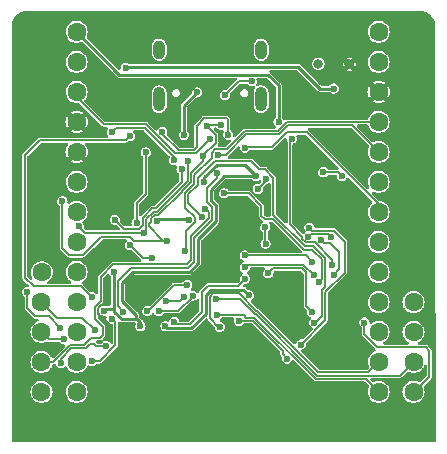
<source format=gbr>
%TF.GenerationSoftware,KiCad,Pcbnew,(6.99.0-1594-g5bf163de80)*%
%TF.CreationDate,2022-06-08T17:32:01-04:00*%
%TF.ProjectId,nrf52840,6e726635-3238-4343-902e-6b696361645f,v1.0*%
%TF.SameCoordinates,Original*%
%TF.FileFunction,Copper,L2,Bot*%
%TF.FilePolarity,Positive*%
%FSLAX46Y46*%
G04 Gerber Fmt 4.6, Leading zero omitted, Abs format (unit mm)*
G04 Created by KiCad (PCBNEW (6.99.0-1594-g5bf163de80)) date 2022-06-08 17:32:01*
%MOMM*%
%LPD*%
G01*
G04 APERTURE LIST*
%TA.AperFunction,ComponentPad*%
%ADD10C,1.600000*%
%TD*%
%TA.AperFunction,ComponentPad*%
%ADD11O,1.000000X2.100000*%
%TD*%
%TA.AperFunction,ComponentPad*%
%ADD12O,1.000000X1.600000*%
%TD*%
%TA.AperFunction,ComponentPad*%
%ADD13C,0.800000*%
%TD*%
%TA.AperFunction,ViaPad*%
%ADD14C,0.600000*%
%TD*%
%TA.AperFunction,Conductor*%
%ADD15C,0.250000*%
%TD*%
%TA.AperFunction,Conductor*%
%ADD16C,0.150000*%
%TD*%
%TA.AperFunction,Conductor*%
%ADD17C,0.200000*%
%TD*%
G04 APERTURE END LIST*
D10*
%TO.P,U4,1,EXT_5V*%
%TO.N,EXT_5V*%
X150190000Y-82760000D03*
%TO.P,U4,2*%
%TO.N,P0.08*%
X150190000Y-85300000D03*
%TO.P,U4,3*%
%TO.N,P0.04*%
X150190000Y-87840000D03*
%TO.P,U4,4,GND*%
%TO.N,GND*%
X150190000Y-90380000D03*
%TO.P,U4,5,GND*%
X150190000Y-92920000D03*
%TO.P,U4,6*%
%TO.N,P0.17*%
X150190000Y-95460000D03*
%TO.P,U4,7*%
%TO.N,P0.20*%
X150190000Y-98000000D03*
%TO.P,U4,8*%
%TO.N,P0.22*%
X150190000Y-100540000D03*
%TO.P,U4,9*%
%TO.N,P0.24*%
X150190000Y-103080000D03*
%TO.P,U4,10*%
%TO.N,P1.00*%
X150190000Y-105620000D03*
%TO.P,U4,11*%
%TO.N,P1.02*%
X150190000Y-108160000D03*
%TO.P,U4,12*%
%TO.N,P1.04*%
X150190000Y-110700000D03*
%TO.P,U4,13*%
%TO.N,P1.06*%
X150190000Y-113240000D03*
%TO.P,U4,14*%
%TO.N,P0.06*%
X147210000Y-113240000D03*
%TO.P,U4,15*%
%TO.N,P1.09*%
X147210000Y-110700000D03*
%TO.P,U4,16*%
%TO.N,P1.01*%
X147210000Y-108160000D03*
%TO.P,U4,17*%
%TO.N,P0.23*%
X147210000Y-105620000D03*
%TO.P,U4,18*%
%TO.N,P0.30*%
X178710000Y-113240000D03*
%TO.P,U4,19*%
%TO.N,P1.07*%
X178710000Y-110700000D03*
%TO.P,U4,20*%
%TO.N,P1.10*%
X178710000Y-108160000D03*
%TO.P,U4,21*%
%TO.N,P0.12*%
X178710000Y-105620000D03*
%TO.P,U4,22*%
%TO.N,P0.09*%
X175760000Y-113240000D03*
%TO.P,U4,23*%
%TO.N,P0.10*%
X175760000Y-110700000D03*
%TO.P,U4,24*%
%TO.N,P1.13*%
X175760000Y-108160000D03*
%TO.P,U4,25*%
%TO.N,P0.02*%
X175760000Y-105620000D03*
%TO.P,U4,26*%
%TO.N,P0.29*%
X175760000Y-103080000D03*
%TO.P,U4,27*%
%TO.N,P0.31*%
X175760000Y-100540000D03*
%TO.P,U4,28*%
%TO.N,P0.25*%
X175760000Y-98000000D03*
%TO.P,U4,29*%
%TO.N,P0.11*%
X175760000Y-95460000D03*
%TO.P,U4,30,VCC*%
%TO.N,PPH_VCC*%
X175760000Y-92920000D03*
%TO.P,U4,31,RST*%
%TO.N,RESET*%
X175760000Y-90380000D03*
%TO.P,U4,32,GND*%
%TO.N,GND*%
X175760000Y-87840000D03*
%TO.P,U4,33,RAW*%
%TO.N,VBAT*%
X175760000Y-85300000D03*
%TO.P,U4,34,VBUS*%
%TO.N,VBUS*%
X175760000Y-82760000D03*
%TO.P,U4,35*%
%TO.N,P1.12*%
X147235000Y-103095000D03*
%TD*%
D11*
%TO.P,J1,S1,SHIELD*%
%TO.N,unconnected-(J1-SHIELD)_3*%
X157169999Y-88449999D03*
D12*
%TO.P,J1,S2,SHIELD*%
%TO.N,unconnected-(J1-SHIELD)_1*%
X157169999Y-84269999D03*
%TO.P,J1,S3,SHIELD*%
%TO.N,unconnected-(J1-SHIELD)_2*%
X165809999Y-84269999D03*
D11*
%TO.P,J1,S4,SHIELD*%
%TO.N,unconnected-(J1-SHIELD)*%
X165809999Y-88449999D03*
%TD*%
D13*
%TO.P,J2,1,Pin_1*%
%TO.N,GND*%
X173275000Y-85500000D03*
%TD*%
%TO.P,J4,1,Pin_1*%
%TO.N,VBAT*%
X170650000Y-85450000D03*
%TD*%
D14*
%TO.N,GND*%
X166324020Y-98100000D03*
X155050000Y-92875000D03*
X168300000Y-114075000D03*
X178400000Y-83800000D03*
X167070000Y-93870000D03*
X178800000Y-88800000D03*
X174075000Y-102475000D03*
X147000000Y-115800000D03*
X162025000Y-102700000D03*
X167210500Y-107179500D03*
X166375000Y-90600000D03*
X163025000Y-103700000D03*
X165865500Y-93880000D03*
X172125000Y-86700000D03*
X149100000Y-112200000D03*
X161025000Y-103700000D03*
X154800000Y-88350000D03*
X163850000Y-90725000D03*
X162543170Y-92018754D03*
X172475000Y-104375000D03*
X170823122Y-98834447D03*
X172360000Y-115960000D03*
X145280000Y-108450000D03*
X165950000Y-105840000D03*
X158867091Y-92086591D03*
X171900000Y-88600000D03*
X179200000Y-97800000D03*
X173450000Y-106225000D03*
X154425000Y-98825000D03*
X152720000Y-103930000D03*
X161450000Y-84800000D03*
X168926744Y-103534236D03*
X158425000Y-95275000D03*
X168350000Y-108425000D03*
X173825000Y-99350000D03*
X158650000Y-82175000D03*
X170875000Y-108875000D03*
X161910000Y-86990989D03*
X161025000Y-102700000D03*
X153725000Y-111825000D03*
X163025000Y-101700000D03*
X172200000Y-106400000D03*
X153180000Y-110355980D03*
X161025000Y-101700000D03*
X152950000Y-93125000D03*
X169425000Y-107900000D03*
X167700000Y-96550000D03*
X176050000Y-115530000D03*
X150000000Y-116000000D03*
X171150000Y-110425000D03*
X163025000Y-102700000D03*
X164525000Y-82075000D03*
X163570000Y-93180733D03*
X162876183Y-95564219D03*
X170320000Y-112880000D03*
X156775000Y-92575000D03*
X173575000Y-83875000D03*
X168725000Y-82200000D03*
X157000000Y-113200000D03*
X164675000Y-117050000D03*
X167980000Y-86610000D03*
X159575000Y-109900000D03*
X151825000Y-96325000D03*
X174575000Y-94025000D03*
X147200000Y-88400000D03*
X173700000Y-89075000D03*
X153150000Y-83150000D03*
X179000000Y-93400000D03*
X152910000Y-108570000D03*
X153150000Y-95500000D03*
X158800000Y-111600000D03*
X152225000Y-88625000D03*
X162025000Y-103700000D03*
X162025000Y-101700000D03*
X147210000Y-85350000D03*
%TO.N,Net-(U1-DEC1)*%
X166222091Y-95187909D03*
X165527909Y-96062091D03*
%TO.N,VBUS*%
X159275000Y-91475000D03*
X160400000Y-87875000D03*
%TO.N,Net-(U1-DEC4)*%
X166180000Y-100675011D03*
X166152717Y-99288706D03*
X168005764Y-110419236D03*
X169175000Y-109225000D03*
X169900000Y-99325000D03*
X163950000Y-107225000D03*
%TO.N,VDD_NRF*%
X157710000Y-107681469D03*
X155590000Y-107681469D03*
X153350000Y-103100000D03*
X160991949Y-95476736D03*
X152540000Y-106360000D03*
X164789236Y-105061736D03*
X165402450Y-94953536D03*
%TO.N,BAT_VOLT*%
X170250016Y-103366748D03*
X164419502Y-102700000D03*
X171973264Y-103313264D03*
X170908314Y-100366517D03*
%TO.N,VDDH*%
X159685500Y-98675000D03*
X157025000Y-98750000D03*
X171950000Y-87550000D03*
X154340000Y-85780000D03*
%TO.N,PPH_VCC*%
X159074940Y-94375041D03*
X162152750Y-93180722D03*
X153430000Y-98650000D03*
%TO.N,EXT_5V*%
X167285764Y-90360764D03*
%TO.N,Net-(D3-K)*%
X171075000Y-94625000D03*
X172651749Y-94955175D03*
%TO.N,/CC1*%
X162750000Y-88100000D03*
X165010000Y-86930000D03*
%TO.N,USB_D+*%
X150352496Y-99218717D03*
X159590000Y-93650000D03*
X155904500Y-99775000D03*
%TO.N,USB_D-*%
X160925000Y-93275000D03*
X162450000Y-90625000D03*
X148980000Y-97090000D03*
X157825000Y-100425000D03*
X161244500Y-90730000D03*
%TO.N,CHARGE_CTRL_1*%
X162687500Y-96410000D03*
X170725500Y-103920000D03*
%TO.N,PPH_VCC_CTRL*%
X155260000Y-98904500D03*
X156030000Y-92950000D03*
%TO.N,P1.13*%
X170120000Y-106470000D03*
X166419652Y-103193554D03*
%TO.N,RESET*%
X159340000Y-101310000D03*
%TO.N,Net-(U2-ISET)*%
X168390000Y-91790000D03*
X171837028Y-102491528D03*
%TO.N,P0.25*%
X159285008Y-105195008D03*
X157740000Y-105553539D03*
X163000000Y-91450000D03*
X151480000Y-105210000D03*
X164450000Y-92550000D03*
X157440000Y-91230000D03*
X154700000Y-91575000D03*
%TO.N,P0.17*%
X154700000Y-100820000D03*
X156587403Y-101912597D03*
%TO.N,P0.23*%
X156180000Y-106392099D03*
X151758149Y-108017044D03*
X159560498Y-104180000D03*
%TO.N,P0.04*%
X161485500Y-91800000D03*
%TO.N,P0.10*%
X162300000Y-107725000D03*
%TO.N,P0.09*%
X162046993Y-106762508D03*
%TO.N,P0.08*%
X158414500Y-93625000D03*
X153160000Y-91270000D03*
%TO.N,P0.11*%
X169810000Y-100080000D03*
X171700000Y-100100000D03*
%TO.N,P1.01*%
X151460000Y-110635500D03*
X157130000Y-106390000D03*
X153140000Y-107020000D03*
X160010000Y-105099502D03*
X149121111Y-108767579D03*
%TO.N,P0.30*%
X174550000Y-107360000D03*
X170090000Y-102200000D03*
X164420000Y-101680000D03*
%TO.N,P1.12*%
X158450000Y-107285500D03*
X164448067Y-103644778D03*
X148880000Y-110780000D03*
X152688264Y-109358264D03*
X148800000Y-107790000D03*
X146000000Y-104780000D03*
%TO.N,P0.12*%
X170311528Y-107375000D03*
X160794500Y-98410000D03*
%TO.N,P1.09*%
X161070000Y-97720000D03*
%TO.N,P1.07*%
X161949989Y-105399868D03*
%TO.N,P0.06*%
X162090097Y-94740097D03*
X154142091Y-106437909D03*
%TD*%
D15*
%TO.N,VDDH*%
X154414031Y-85705969D02*
X154340000Y-85780000D01*
X171950000Y-87550000D02*
X170760000Y-87550000D01*
X170760000Y-87550000D02*
X168905489Y-85695489D01*
X168905489Y-85695489D02*
X166273171Y-85695489D01*
X166273171Y-85695489D02*
X166262691Y-85705969D01*
X166262691Y-85705969D02*
X154414031Y-85705969D01*
D16*
%TO.N,GND*%
X165950000Y-105840000D02*
X165950000Y-106464085D01*
X153180000Y-110355980D02*
X153180000Y-111280000D01*
D15*
X162070000Y-100745000D02*
X162070000Y-99716731D01*
X162129040Y-99657691D02*
X162129040Y-99186981D01*
D16*
X166665415Y-107179500D02*
X167210500Y-107179500D01*
D15*
X162070000Y-99716731D02*
X162129040Y-99657691D01*
D16*
X152035489Y-106151024D02*
X152720000Y-105466513D01*
X165945500Y-93800000D02*
X167000000Y-93800000D01*
X163679267Y-93290000D02*
X165090000Y-93290000D01*
X152910000Y-107520000D02*
X152035489Y-106645489D01*
D15*
X162620687Y-95564219D02*
X162876183Y-95564219D01*
D16*
X167070000Y-93870000D02*
X167116281Y-93916281D01*
X165865500Y-93880000D02*
X165945500Y-93800000D01*
D15*
X162365252Y-97299032D02*
X161909965Y-96843745D01*
D16*
X152910000Y-108570000D02*
X152910000Y-107520000D01*
D15*
X161909965Y-96274941D02*
X162620687Y-95564219D01*
D16*
X167116281Y-93916281D02*
X167116281Y-95966281D01*
D15*
X163025000Y-101700000D02*
X162070000Y-100745000D01*
D16*
X152720000Y-105466513D02*
X152720000Y-103930000D01*
X165950000Y-106464085D02*
X166665415Y-107179500D01*
X152035489Y-106645489D02*
X152035489Y-106151024D01*
X164289519Y-95564219D02*
X162876183Y-95564219D01*
D15*
X162365252Y-98950769D02*
X162365252Y-97299032D01*
D16*
X165090000Y-93290000D02*
X165680000Y-93880000D01*
X167116281Y-95966281D02*
X167700000Y-96550000D01*
X165680000Y-93880000D02*
X165865500Y-93880000D01*
X166324020Y-97598720D02*
X164289519Y-95564219D01*
X153180000Y-111280000D02*
X153725000Y-111825000D01*
X163570000Y-93180733D02*
X163679267Y-93290000D01*
X167000000Y-93800000D02*
X167070000Y-93870000D01*
D15*
X162129040Y-99186981D02*
X162365252Y-98950769D01*
D16*
X166324020Y-98100000D02*
X166324020Y-97598720D01*
D15*
X161909965Y-96843745D02*
X161909965Y-96274941D01*
D16*
%TO.N,Net-(U1-DEC1)*%
X165527909Y-96062091D02*
X166222091Y-95367909D01*
X166222091Y-95367909D02*
X166222091Y-95187909D01*
D15*
%TO.N,VBUS*%
X159275000Y-89000000D02*
X159275000Y-91475000D01*
X160400000Y-87875000D02*
X159275000Y-89000000D01*
D16*
%TO.N,Net-(U1-DEC4)*%
X166152717Y-99288706D02*
X166152717Y-100647728D01*
X163950000Y-107225000D02*
X165129700Y-107225000D01*
X169900000Y-99325000D02*
X170155480Y-99580480D01*
X167652350Y-109747650D02*
X167652350Y-110065822D01*
X172870000Y-100510000D02*
X172870000Y-103130000D01*
X171249999Y-104750001D02*
X171249999Y-107150001D01*
X165129700Y-107225000D02*
X167652350Y-109747650D01*
X170155480Y-99580480D02*
X171940480Y-99580480D01*
X166152717Y-100647728D02*
X166180000Y-100675011D01*
X171249999Y-107150001D02*
X169175000Y-109225000D01*
X167652350Y-110065822D02*
X168005764Y-110419236D01*
X171940480Y-99580480D02*
X172870000Y-100510000D01*
X172870000Y-103130000D02*
X171249999Y-104750001D01*
D15*
%TO.N,VDD_NRF*%
X164789236Y-105061736D02*
X164293348Y-104565848D01*
X154956972Y-103049040D02*
X154023543Y-103982469D01*
X164463667Y-94014753D02*
X165402450Y-94953536D01*
X154023543Y-105535163D02*
X155185000Y-106696620D01*
X153364503Y-106184503D02*
X153364503Y-103114503D01*
X162031259Y-94014753D02*
X164463667Y-94014753D01*
X165402450Y-94953536D02*
X162694648Y-94953536D01*
X152540000Y-106360000D02*
X152715497Y-106184503D01*
X159890000Y-107840000D02*
X157868531Y-107840000D01*
X161115969Y-106614031D02*
X159890000Y-107840000D01*
X155185000Y-106940000D02*
X155035000Y-107090000D01*
X160469039Y-102336973D02*
X159756971Y-103049040D01*
X162694648Y-94953536D02*
X161530445Y-96117739D01*
X155185000Y-106696620D02*
X155185000Y-106940000D01*
X161579653Y-104565848D02*
X161115969Y-105029532D01*
X161985732Y-98793567D02*
X160469039Y-100310260D01*
X161115969Y-105029532D02*
X161115969Y-106614031D01*
X160991949Y-95054063D02*
X162031259Y-94014753D01*
X159756971Y-103049040D02*
X154956972Y-103049040D01*
X155590000Y-107681469D02*
X155590000Y-107345000D01*
X155590000Y-107345000D02*
X155185000Y-106940000D01*
X161985732Y-97456234D02*
X161985732Y-98793567D01*
X154010000Y-107090000D02*
X153364503Y-106444503D01*
X160469039Y-100310260D02*
X160469039Y-102336973D01*
X164293348Y-104565848D02*
X161579653Y-104565848D01*
X154023543Y-103982469D02*
X154023543Y-105535163D01*
X153364503Y-106444503D02*
X153364503Y-106184503D01*
X152715497Y-106184503D02*
X153364503Y-106184503D01*
X161530445Y-96117739D02*
X161530445Y-97000947D01*
X157868531Y-107840000D02*
X157710000Y-107681469D01*
X160991949Y-95476736D02*
X160991949Y-95054063D01*
X153364503Y-103114503D02*
X153350000Y-103100000D01*
X155035000Y-107090000D02*
X154010000Y-107090000D01*
X161530445Y-97000947D02*
X161985732Y-97456234D01*
D16*
%TO.N,BAT_VOLT*%
X171973264Y-103313264D02*
X172440000Y-102846528D01*
X164639022Y-102480480D02*
X164419502Y-102700000D01*
X172440000Y-101390000D02*
X171654511Y-100604511D01*
X171146308Y-100604511D02*
X170908314Y-100366517D01*
X170250016Y-103366748D02*
X170250016Y-103354716D01*
X169375780Y-102480480D02*
X164639022Y-102480480D01*
X170250016Y-103354716D02*
X169375780Y-102480480D01*
X172440000Y-102846528D02*
X172440000Y-101390000D01*
X171654511Y-100604511D02*
X171146308Y-100604511D01*
D15*
%TO.N,VDDH*%
X159685500Y-98675000D02*
X159610500Y-98600000D01*
X157175000Y-98600000D02*
X157025000Y-98750000D01*
X159610500Y-98600000D02*
X157175000Y-98600000D01*
D16*
%TO.N,PPH_VCC*%
X159074940Y-95479160D02*
X156867651Y-97686449D01*
X154189011Y-99409011D02*
X153430000Y-98650000D01*
X168095780Y-90659520D02*
X173499520Y-90659520D01*
X164555781Y-91419519D02*
X167335781Y-91419519D01*
X173499520Y-90659520D02*
X175760000Y-92920000D01*
X159074940Y-94375041D02*
X159074940Y-95479160D01*
X156584463Y-97686450D02*
X155765960Y-98504953D01*
X162152750Y-93180722D02*
X162794578Y-93180722D01*
X156867651Y-97686449D02*
X156584463Y-97686450D01*
X162794578Y-93180722D02*
X164555781Y-91419519D01*
X155764511Y-99113476D02*
X155468976Y-99409011D01*
X155468976Y-99409011D02*
X154189011Y-99409011D01*
X155765960Y-99113476D02*
X155764511Y-99113476D01*
X155765960Y-99113476D02*
X155765960Y-98504953D01*
X167335781Y-91419519D02*
X168095780Y-90659520D01*
D15*
%TO.N,EXT_5V*%
X166390000Y-86370000D02*
X153800000Y-86370000D01*
X167285764Y-87265764D02*
X166390000Y-86370000D01*
X167285764Y-90360764D02*
X167285764Y-87265764D01*
X153800000Y-86370000D02*
X150190000Y-82760000D01*
D16*
%TO.N,Net-(D3-K)*%
X172651749Y-94955175D02*
X172321574Y-94625000D01*
X172321574Y-94625000D02*
X171075000Y-94625000D01*
%TO.N,/CC1*%
X163920000Y-86930000D02*
X162750000Y-88100000D01*
X165010000Y-86930000D02*
X163920000Y-86930000D01*
D17*
%TO.N,USB_D+*%
X150880950Y-99775000D02*
X155904500Y-99775000D01*
D16*
X159590000Y-93650000D02*
X159590000Y-95359400D01*
X159590000Y-95359400D02*
X156983431Y-97965969D01*
X156045481Y-99634019D02*
X155904500Y-99775000D01*
D17*
X150352496Y-99218717D02*
X150352496Y-99246546D01*
D16*
X156700244Y-97965969D02*
X156045480Y-98620733D01*
X156983431Y-97965969D02*
X156700244Y-97965969D01*
D17*
X150352496Y-99246546D02*
X150880950Y-99775000D01*
D16*
X156045480Y-98620733D02*
X156045481Y-99634019D01*
%TO.N,USB_D-*%
X156816024Y-98245489D02*
X157114511Y-98245489D01*
X160925000Y-93675000D02*
X160925000Y-93275000D01*
X161349500Y-90625000D02*
X162450000Y-90625000D01*
X157825000Y-100425000D02*
X157525000Y-100425000D01*
X148980000Y-97090000D02*
X148980000Y-101080000D01*
X150730000Y-101650000D02*
X152290000Y-100090000D01*
X161244500Y-90730000D02*
X161349500Y-90625000D01*
X157114511Y-98245489D02*
X159090480Y-96269520D01*
X152290000Y-100090000D02*
X154740000Y-100090000D01*
X154740000Y-100090000D02*
X155075000Y-100425000D01*
X161990011Y-92139989D02*
X160925000Y-93205000D01*
X159090480Y-96269520D02*
X159090480Y-96254220D01*
X161244500Y-90730000D02*
X161990011Y-91475511D01*
X161990011Y-91475511D02*
X161990011Y-92139989D01*
X159869520Y-95475180D02*
X159869520Y-94730480D01*
X159090480Y-96254220D02*
X159869520Y-95475180D01*
X157525000Y-100425000D02*
X156325000Y-99225000D01*
X159869520Y-94730480D02*
X160925000Y-93675000D01*
X156520489Y-98839511D02*
X156520489Y-98541024D01*
X160925000Y-93205000D02*
X160925000Y-93275000D01*
X155075000Y-100425000D02*
X157825000Y-100425000D01*
X156520489Y-98541024D02*
X156816024Y-98245489D01*
X156325000Y-99035000D02*
X156520489Y-98839511D01*
X149550000Y-101650000D02*
X150730000Y-101650000D01*
X148980000Y-101080000D02*
X149550000Y-101650000D01*
X156325000Y-99225000D02*
X156325000Y-99035000D01*
%TO.N,CHARGE_CTRL_1*%
X169405424Y-101179511D02*
X170119511Y-101179511D01*
X166115044Y-98604511D02*
X166830424Y-98604511D01*
X162687500Y-96410000D02*
X164740000Y-96410000D01*
X170950480Y-103695020D02*
X170725500Y-103920000D01*
X165819509Y-97489509D02*
X165819509Y-98308976D01*
X166830424Y-98604511D02*
X169405424Y-101179511D01*
X170950480Y-102010480D02*
X170950480Y-103695020D01*
X170119511Y-101179511D02*
X170950480Y-102010480D01*
X165819509Y-98308976D02*
X166115044Y-98604511D01*
X164740000Y-96410000D02*
X165819509Y-97489509D01*
%TO.N,PPH_VCC_CTRL*%
X156030000Y-96495000D02*
X156030000Y-92950000D01*
X155260000Y-97265000D02*
X156030000Y-96495000D01*
X155260000Y-98904500D02*
X155260000Y-97265000D01*
%TO.N,P1.13*%
X169260000Y-102760000D02*
X169607600Y-103107600D01*
X166419652Y-103193554D02*
X166853206Y-102760000D01*
X169607600Y-103107600D02*
X169607600Y-105957600D01*
X166853206Y-102760000D02*
X169260000Y-102760000D01*
X169607600Y-105957600D02*
X170120000Y-106470000D01*
%TO.N,RESET*%
X167220000Y-91140000D02*
X167980000Y-90380000D01*
X159460000Y-101190000D02*
X159460000Y-99613987D01*
X159460000Y-99613987D02*
X160190011Y-98883976D01*
X160149040Y-94888897D02*
X161648239Y-93389698D01*
X159370000Y-97646013D02*
X159370000Y-96370000D01*
X167980000Y-90380000D02*
X175760000Y-90380000D01*
X161648239Y-93389698D02*
X161648239Y-92971746D01*
X159370000Y-96370000D02*
X160149040Y-95590960D01*
X160190011Y-98466024D02*
X159370000Y-97646013D01*
X162903789Y-92676211D02*
X164440000Y-91140000D01*
X160190011Y-98883976D02*
X160190011Y-98466024D01*
X161648239Y-92971746D02*
X161943774Y-92676211D01*
X161943774Y-92676211D02*
X162903789Y-92676211D01*
X159340000Y-101310000D02*
X159460000Y-101190000D01*
X164440000Y-91140000D02*
X167220000Y-91140000D01*
X160149040Y-95590960D02*
X160149040Y-94888897D01*
%TO.N,Net-(U2-ISET)*%
X169601024Y-100584511D02*
X169305489Y-100288976D01*
X171837028Y-102077028D02*
X170344511Y-100584511D01*
X171837028Y-102491528D02*
X171837028Y-102077028D01*
X170344511Y-100584511D02*
X169601024Y-100584511D01*
X168250000Y-91930000D02*
X168390000Y-91790000D01*
X168250000Y-99040000D02*
X168250000Y-91930000D01*
X169305489Y-100288976D02*
X169305489Y-100095489D01*
X169305489Y-100095489D02*
X168250000Y-99040000D01*
%TO.N,P0.25*%
X158926477Y-105553539D02*
X159285008Y-105195008D01*
X166700000Y-92540000D02*
X164460000Y-92540000D01*
X158817493Y-92750480D02*
X160139520Y-92750480D01*
X160985535Y-90060000D02*
X162880000Y-90060000D01*
X158817493Y-92750480D02*
X157440000Y-91372987D01*
X160985535Y-90060000D02*
X160350000Y-90695535D01*
X169650361Y-91240300D02*
X167999700Y-91240300D01*
X154359511Y-91915489D02*
X147084511Y-91915489D01*
X154700000Y-91575000D02*
X154359511Y-91915489D01*
X160350000Y-90695535D02*
X160350000Y-92540000D01*
X146540000Y-104300000D02*
X150570000Y-104300000D01*
X157440000Y-91372987D02*
X157440000Y-91230000D01*
X145800000Y-103560000D02*
X146540000Y-104300000D01*
X164460000Y-92540000D02*
X164450000Y-92550000D01*
X175760000Y-97349939D02*
X169650361Y-91240300D01*
X160350000Y-92540000D02*
X160139520Y-92750480D01*
X147084511Y-91915489D02*
X145800000Y-93200000D01*
X145800000Y-93200000D02*
X145800000Y-103560000D01*
X163000000Y-90180000D02*
X162880000Y-90060000D01*
X150570000Y-104300000D02*
X151480000Y-105210000D01*
X163000000Y-91450000D02*
X163000000Y-90180000D01*
X157740000Y-105553539D02*
X158926477Y-105553539D01*
X167999700Y-91240300D02*
X166700000Y-92540000D01*
%TO.N,P0.17*%
X155792597Y-101912597D02*
X154700000Y-100820000D01*
X156587403Y-101912597D02*
X155792597Y-101912597D01*
%TO.N,P0.23*%
X150650000Y-106950000D02*
X148540000Y-106950000D01*
X151758149Y-108017044D02*
X151717044Y-108017044D01*
X148540000Y-106950000D02*
X147210000Y-105620000D01*
X158400052Y-104180000D02*
X159560498Y-104180000D01*
X156187953Y-106392099D02*
X158400052Y-104180000D01*
X156180000Y-106392099D02*
X156187953Y-106392099D01*
X151717044Y-108017044D02*
X150650000Y-106950000D01*
%TO.N,P0.04*%
X158505000Y-93030000D02*
X160255500Y-93030000D01*
X156065000Y-90590000D02*
X158505000Y-93030000D01*
X150190000Y-88270000D02*
X152510000Y-90590000D01*
X152510000Y-90590000D02*
X156065000Y-90590000D01*
X160255500Y-93030000D02*
X161485500Y-91800000D01*
%TO.N,P0.10*%
X170661095Y-111570480D02*
X174889520Y-111570480D01*
X165477058Y-106386443D02*
X170661095Y-111570480D01*
X165400456Y-106386443D02*
X165477058Y-106386443D01*
X161445489Y-106983976D02*
X161445489Y-105166024D01*
X161445489Y-105166024D02*
X161716145Y-104895368D01*
X162186513Y-107725000D02*
X161445489Y-106983976D01*
X163909381Y-104895368D02*
X165400456Y-106386443D01*
X162300000Y-107725000D02*
X162186513Y-107725000D01*
X174889520Y-111570480D02*
X175760000Y-110700000D01*
X161716145Y-104895368D02*
X163909381Y-104895368D01*
%TO.N,P0.09*%
X165245496Y-106945481D02*
X170429535Y-112129520D01*
X164340489Y-106720489D02*
X164565480Y-106945480D01*
X174649520Y-112129520D02*
X175760000Y-113240000D01*
X164565480Y-106945480D02*
X165245496Y-106945481D01*
X162089012Y-106720489D02*
X164340489Y-106720489D01*
X162046993Y-106762508D02*
X162089012Y-106720489D01*
X170429535Y-112129520D02*
X174649520Y-112129520D01*
%TO.N,P0.08*%
X158414500Y-93625000D02*
X158389219Y-93599719D01*
X153560480Y-90869520D02*
X153160000Y-91270000D01*
X155949220Y-90869520D02*
X153560480Y-90869520D01*
X158389219Y-93309519D02*
X155949220Y-90869520D01*
X158389219Y-93599719D02*
X158389219Y-93309519D01*
%TO.N,P0.11*%
X169810000Y-100080000D02*
X170030000Y-99860000D01*
X170030000Y-99860000D02*
X171460000Y-99860000D01*
X171460000Y-99860000D02*
X171700000Y-100100000D01*
%TO.N,P1.01*%
X153474511Y-107354511D02*
X153140000Y-107020000D01*
X152124500Y-110635500D02*
X153474511Y-109285489D01*
X153474511Y-109285489D02*
X153474511Y-107354511D01*
X149121111Y-108767579D02*
X147817579Y-108767579D01*
X158803503Y-106390000D02*
X157130000Y-106390000D01*
X160010000Y-105099502D02*
X160010000Y-105183503D01*
X147817579Y-108767579D02*
X147210000Y-108160000D01*
X160010000Y-105183503D02*
X158803503Y-106390000D01*
X151460000Y-110635500D02*
X152124500Y-110635500D01*
%TO.N,P0.30*%
X175609406Y-109430000D02*
X179730000Y-109430000D01*
X174550000Y-108370594D02*
X175609406Y-109430000D01*
X164420000Y-101680000D02*
X169570000Y-101680000D01*
X180040000Y-109740000D02*
X180040000Y-111970000D01*
X174550000Y-107360000D02*
X174550000Y-108370594D01*
X179730000Y-109430000D02*
X180040000Y-109740000D01*
X169570000Y-101680000D02*
X170090000Y-102200000D01*
X180040000Y-111970000D02*
X178770000Y-113240000D01*
%TO.N,P1.12*%
X146670000Y-106830000D02*
X146000000Y-106160000D01*
X160786449Y-104768062D02*
X160786449Y-106477539D01*
X158674980Y-107510480D02*
X158450000Y-107285500D01*
X159753508Y-107510480D02*
X158674980Y-107510480D01*
X149750000Y-109539520D02*
X148880000Y-110409520D01*
X151818264Y-109358264D02*
X151630000Y-109170000D01*
X163856517Y-104236328D02*
X161318183Y-104236328D01*
X150942294Y-109539519D02*
X151311813Y-109170000D01*
X148880000Y-110409520D02*
X148880000Y-110780000D01*
X160786449Y-106477539D02*
X159753508Y-107510480D01*
X161318183Y-104236328D02*
X160786449Y-104768062D01*
X151630000Y-109170000D02*
X151311813Y-109170000D01*
X164448067Y-103644778D02*
X163856517Y-104236328D01*
X150942294Y-109539519D02*
X149750000Y-109539520D01*
X148800000Y-107790000D02*
X147840000Y-106830000D01*
X146000000Y-106160000D02*
X146000000Y-104780000D01*
X152688264Y-109358264D02*
X151818264Y-109358264D01*
X147840000Y-106830000D02*
X146670000Y-106830000D01*
%TO.N,P0.12*%
X170214030Y-100864030D02*
X169485243Y-100864030D01*
X170311528Y-107375000D02*
X170365000Y-107375000D01*
X166836761Y-95089092D02*
X166132180Y-94384511D01*
X160428560Y-95151440D02*
X160428559Y-95706741D01*
X166836761Y-98215548D02*
X166836761Y-95089092D01*
X160428559Y-95706741D02*
X159649520Y-96485780D01*
X170970479Y-106769521D02*
X170970480Y-104634220D01*
X159649520Y-97265020D02*
X160794500Y-98410000D01*
X165656524Y-94384511D02*
X164957246Y-93685233D01*
X164957246Y-93685233D02*
X161894767Y-93685233D01*
X166132180Y-94384511D02*
X165656524Y-94384511D01*
X171230000Y-101880000D02*
X170214030Y-100864030D01*
X159649520Y-96485780D02*
X159649520Y-97265020D01*
X161894767Y-93685233D02*
X160428560Y-95151440D01*
X171230000Y-104374700D02*
X171230000Y-101880000D01*
X170970480Y-104634220D02*
X171230000Y-104374700D01*
X169485243Y-100864030D02*
X166836761Y-98215548D01*
X170365000Y-107375000D02*
X170970479Y-106769521D01*
%TO.N,P1.09*%
X152405489Y-108444511D02*
X152184511Y-108665489D01*
X150826513Y-109260000D02*
X149610000Y-109260000D01*
X161070000Y-97720000D02*
X161376692Y-98026692D01*
X161376692Y-98026692D02*
X161376692Y-98541295D01*
X159860000Y-100057987D02*
X159860000Y-102084700D01*
X161376692Y-98541295D02*
X159860000Y-100057987D01*
X151755969Y-106035244D02*
X151755969Y-107051269D01*
X152184511Y-108665489D02*
X151421024Y-108665489D01*
X153296513Y-102440000D02*
X152215489Y-103521024D01*
X159860000Y-102084700D02*
X159504700Y-102440000D01*
X151421024Y-108665489D02*
X150826513Y-109260000D01*
X152215489Y-103521024D02*
X152215489Y-105575724D01*
X159504700Y-102440000D02*
X153296513Y-102440000D01*
X148170000Y-110700000D02*
X147210000Y-110700000D01*
X151755969Y-107051269D02*
X152405489Y-107700789D01*
X149610000Y-109260000D02*
X148170000Y-110700000D01*
X152405489Y-107700789D02*
X152405489Y-108444511D01*
X152215489Y-105575724D02*
X151755969Y-106035244D01*
%TO.N,P1.07*%
X170545315Y-111850000D02*
X177560000Y-111850000D01*
X161949989Y-105399868D02*
X164018581Y-105399868D01*
X165361277Y-106665962D02*
X170545315Y-111850000D01*
X165284675Y-106665962D02*
X165361277Y-106665962D01*
X177560000Y-111850000D02*
X178710000Y-110700000D01*
X164018581Y-105399868D02*
X165284675Y-106665962D01*
%TO.N,P0.06*%
X161656212Y-98657075D02*
X161656212Y-97592725D01*
X159620480Y-102719520D02*
X160139519Y-102200481D01*
X153694023Y-103845977D02*
X154820480Y-102719520D01*
X160139519Y-102200481D02*
X160139519Y-100173768D01*
X161200925Y-97137438D02*
X161200925Y-95981247D01*
X154142091Y-106437909D02*
X153694023Y-105989841D01*
X161200925Y-95981247D02*
X162090097Y-95092075D01*
X162090097Y-95092075D02*
X162090097Y-94740097D01*
X161656212Y-97592725D02*
X161200925Y-97137438D01*
X154820480Y-102719520D02*
X159620480Y-102719520D01*
X160139519Y-100173768D02*
X161656212Y-98657075D01*
X153694023Y-105989841D02*
X153694023Y-103845977D01*
%TD*%
%TA.AperFunction,Conductor*%
%TO.N,GND*%
G36*
X179354854Y-81001382D02*
G01*
X179463308Y-81009918D01*
X179464387Y-81010008D01*
X179532632Y-81015979D01*
X179550770Y-81018933D01*
X179647488Y-81042152D01*
X179650606Y-81042943D01*
X179726277Y-81063219D01*
X179741632Y-81068432D01*
X179831765Y-81105767D01*
X179836716Y-81107946D01*
X179909313Y-81141798D01*
X179921698Y-81148452D01*
X180004269Y-81199051D01*
X180010588Y-81203194D01*
X180076731Y-81249508D01*
X180086123Y-81256780D01*
X180159553Y-81319495D01*
X180166702Y-81326104D01*
X180223896Y-81383298D01*
X180230505Y-81390447D01*
X180293220Y-81463877D01*
X180300492Y-81473269D01*
X180346806Y-81539412D01*
X180350949Y-81545731D01*
X180401548Y-81628302D01*
X180408202Y-81640687D01*
X180442054Y-81713284D01*
X180444233Y-81718235D01*
X180481568Y-81808368D01*
X180486781Y-81823723D01*
X180498864Y-81868816D01*
X180507049Y-81899364D01*
X180507848Y-81902512D01*
X180531067Y-81999230D01*
X180534021Y-82017368D01*
X180539992Y-82085613D01*
X180540082Y-82086691D01*
X180548612Y-82195062D01*
X180548625Y-82195232D01*
X180549007Y-82204801D01*
X180565985Y-95583533D01*
X180593639Y-117375843D01*
X180574039Y-117442907D01*
X180521294Y-117488729D01*
X180469639Y-117500000D01*
X144844640Y-117500000D01*
X144777601Y-117480315D01*
X144731846Y-117427511D01*
X144720640Y-117376157D01*
X144715391Y-113240000D01*
X146274375Y-113240000D01*
X146294821Y-113434527D01*
X146355264Y-113620553D01*
X146453063Y-113789947D01*
X146457409Y-113794774D01*
X146457410Y-113794775D01*
X146579600Y-113930480D01*
X146579603Y-113930482D01*
X146583945Y-113935305D01*
X146742187Y-114050275D01*
X146920876Y-114129832D01*
X146927238Y-114131184D01*
X146927237Y-114131184D01*
X147105838Y-114169148D01*
X147105843Y-114169149D01*
X147112201Y-114170500D01*
X147307799Y-114170500D01*
X147314157Y-114169149D01*
X147314162Y-114169148D01*
X147492763Y-114131184D01*
X147492762Y-114131184D01*
X147499124Y-114129832D01*
X147677813Y-114050275D01*
X147836055Y-113935305D01*
X147840397Y-113930482D01*
X147840400Y-113930480D01*
X147962590Y-113794775D01*
X147962591Y-113794774D01*
X147966937Y-113789947D01*
X148064736Y-113620553D01*
X148125179Y-113434527D01*
X148145625Y-113240000D01*
X149254375Y-113240000D01*
X149274821Y-113434527D01*
X149335264Y-113620553D01*
X149433063Y-113789947D01*
X149437409Y-113794774D01*
X149437410Y-113794775D01*
X149559600Y-113930480D01*
X149559603Y-113930482D01*
X149563945Y-113935305D01*
X149722187Y-114050275D01*
X149900876Y-114129832D01*
X149907238Y-114131184D01*
X149907237Y-114131184D01*
X150085838Y-114169148D01*
X150085843Y-114169149D01*
X150092201Y-114170500D01*
X150287799Y-114170500D01*
X150294157Y-114169149D01*
X150294162Y-114169148D01*
X150472763Y-114131184D01*
X150472762Y-114131184D01*
X150479124Y-114129832D01*
X150657813Y-114050275D01*
X150816055Y-113935305D01*
X150820397Y-113930482D01*
X150820400Y-113930480D01*
X150942590Y-113794775D01*
X150942591Y-113794774D01*
X150946937Y-113789947D01*
X151044736Y-113620553D01*
X151105179Y-113434527D01*
X151125625Y-113240000D01*
X151105179Y-113045473D01*
X151044736Y-112859447D01*
X150946937Y-112690053D01*
X150934097Y-112675793D01*
X150820400Y-112549520D01*
X150820397Y-112549518D01*
X150816055Y-112544695D01*
X150657813Y-112429725D01*
X150526675Y-112371339D01*
X150485063Y-112352812D01*
X150485061Y-112352811D01*
X150479124Y-112350168D01*
X150411529Y-112335800D01*
X150294162Y-112310852D01*
X150294157Y-112310851D01*
X150287799Y-112309500D01*
X150092201Y-112309500D01*
X150085843Y-112310851D01*
X150085838Y-112310852D01*
X149968471Y-112335800D01*
X149900876Y-112350168D01*
X149722188Y-112429725D01*
X149563945Y-112544695D01*
X149433063Y-112690053D01*
X149335264Y-112859447D01*
X149274821Y-113045473D01*
X149254375Y-113240000D01*
X148145625Y-113240000D01*
X148125179Y-113045473D01*
X148064736Y-112859447D01*
X147966937Y-112690053D01*
X147954097Y-112675793D01*
X147840400Y-112549520D01*
X147840397Y-112549518D01*
X147836055Y-112544695D01*
X147677813Y-112429725D01*
X147546675Y-112371339D01*
X147505063Y-112352812D01*
X147505061Y-112352811D01*
X147499124Y-112350168D01*
X147431529Y-112335800D01*
X147314162Y-112310852D01*
X147314157Y-112310851D01*
X147307799Y-112309500D01*
X147112201Y-112309500D01*
X147105843Y-112310851D01*
X147105838Y-112310852D01*
X146988471Y-112335800D01*
X146920876Y-112350168D01*
X146742188Y-112429725D01*
X146583945Y-112544695D01*
X146453063Y-112690053D01*
X146355264Y-112859447D01*
X146294821Y-113045473D01*
X146274375Y-113240000D01*
X144715391Y-113240000D01*
X144704655Y-104780000D01*
X145565073Y-104780000D01*
X145566335Y-104788777D01*
X145579639Y-104881304D01*
X145582691Y-104902533D01*
X145586373Y-104910595D01*
X145586373Y-104910596D01*
X145612482Y-104967766D01*
X145634116Y-105015139D01*
X145639922Y-105021840D01*
X145639923Y-105021841D01*
X145686576Y-105075682D01*
X145715183Y-105108696D01*
X145722643Y-105113490D01*
X145722645Y-105113492D01*
X145737540Y-105123064D01*
X145783294Y-105175868D01*
X145794500Y-105227379D01*
X145794500Y-106122069D01*
X145794298Y-106125663D01*
X145790541Y-106136400D01*
X145793722Y-106164635D01*
X145794242Y-106173905D01*
X145794500Y-106176195D01*
X145794500Y-106183155D01*
X145796048Y-106189939D01*
X145796308Y-106192243D01*
X145797862Y-106201392D01*
X145799478Y-106215731D01*
X145799479Y-106215733D01*
X145801043Y-106229618D01*
X145807422Y-106239769D01*
X145810089Y-106251456D01*
X145818799Y-106262378D01*
X145827793Y-106273656D01*
X145833174Y-106281240D01*
X145834614Y-106283046D01*
X145838316Y-106288937D01*
X145843237Y-106293858D01*
X145844678Y-106295665D01*
X145850869Y-106302592D01*
X145868578Y-106324798D01*
X145878826Y-106329733D01*
X145881517Y-106332138D01*
X146497859Y-106948479D01*
X146500266Y-106951172D01*
X146505202Y-106961422D01*
X146516125Y-106970133D01*
X146527412Y-106979134D01*
X146534316Y-106985304D01*
X146536134Y-106986754D01*
X146541063Y-106991683D01*
X146546963Y-106995390D01*
X146548782Y-106996841D01*
X146556338Y-107002202D01*
X146562519Y-107007131D01*
X146578544Y-107019911D01*
X146590233Y-107022579D01*
X146600382Y-107028956D01*
X146614266Y-107030520D01*
X146614268Y-107030521D01*
X146626404Y-107031888D01*
X146628598Y-107032135D01*
X146637766Y-107033693D01*
X146640060Y-107033951D01*
X146646845Y-107035500D01*
X146653808Y-107035500D01*
X146656099Y-107035758D01*
X146665385Y-107036280D01*
X146679716Y-107037895D01*
X146679717Y-107037895D01*
X146693600Y-107039459D01*
X146704337Y-107035702D01*
X146707930Y-107035500D01*
X146864574Y-107035500D01*
X146931613Y-107055185D01*
X146977368Y-107107989D01*
X146987312Y-107177147D01*
X146958287Y-107240703D01*
X146915009Y-107272780D01*
X146749344Y-107346539D01*
X146742188Y-107349725D01*
X146583945Y-107464695D01*
X146554377Y-107497533D01*
X146459894Y-107602467D01*
X146453063Y-107610053D01*
X146449814Y-107615681D01*
X146449813Y-107615682D01*
X146378778Y-107738720D01*
X146355264Y-107779447D01*
X146344666Y-107812065D01*
X146307382Y-107926815D01*
X146294821Y-107965473D01*
X146274375Y-108160000D01*
X146294821Y-108354527D01*
X146296828Y-108360705D01*
X146296829Y-108360708D01*
X146323945Y-108444161D01*
X146355264Y-108540553D01*
X146453063Y-108709947D01*
X146457409Y-108714774D01*
X146457410Y-108714775D01*
X146579600Y-108850480D01*
X146579603Y-108850482D01*
X146583945Y-108855305D01*
X146742187Y-108970275D01*
X146748121Y-108972917D01*
X146895725Y-109038634D01*
X146920876Y-109049832D01*
X146927238Y-109051184D01*
X146927237Y-109051184D01*
X147105838Y-109089148D01*
X147105843Y-109089149D01*
X147112201Y-109090500D01*
X147307799Y-109090500D01*
X147314157Y-109089149D01*
X147314162Y-109089148D01*
X147492763Y-109051184D01*
X147492762Y-109051184D01*
X147499124Y-109049832D01*
X147524276Y-109038634D01*
X147672580Y-108972605D01*
X147741830Y-108963321D01*
X147743512Y-108963741D01*
X147747960Y-108966535D01*
X147776178Y-108969714D01*
X147785345Y-108971272D01*
X147787639Y-108971530D01*
X147794424Y-108973079D01*
X147801387Y-108973079D01*
X147803678Y-108973337D01*
X147812964Y-108973859D01*
X147827295Y-108975474D01*
X147827296Y-108975474D01*
X147841179Y-108977038D01*
X147851916Y-108973281D01*
X147855509Y-108973079D01*
X148672916Y-108973079D01*
X148739955Y-108992764D01*
X148766627Y-109015874D01*
X148836294Y-109096275D01*
X148892423Y-109132347D01*
X148924193Y-109152764D01*
X148940436Y-109163203D01*
X149059214Y-109198079D01*
X149081938Y-109198079D01*
X149148977Y-109217764D01*
X149194732Y-109270568D01*
X149204676Y-109339726D01*
X149175651Y-109403282D01*
X149169619Y-109409760D01*
X148250451Y-110328928D01*
X148189128Y-110362413D01*
X148119436Y-110357429D01*
X148063503Y-110315557D01*
X148055383Y-110303247D01*
X147970187Y-110155682D01*
X147970186Y-110155681D01*
X147966937Y-110150053D01*
X147953540Y-110135174D01*
X147840400Y-110009520D01*
X147840397Y-110009518D01*
X147836055Y-110004695D01*
X147677813Y-109889725D01*
X147606052Y-109857775D01*
X147505063Y-109812812D01*
X147505061Y-109812811D01*
X147499124Y-109810168D01*
X147465632Y-109803049D01*
X147314162Y-109770852D01*
X147314157Y-109770851D01*
X147307799Y-109769500D01*
X147112201Y-109769500D01*
X147105843Y-109770851D01*
X147105838Y-109770852D01*
X146954368Y-109803049D01*
X146920876Y-109810168D01*
X146742188Y-109889725D01*
X146583945Y-110004695D01*
X146579601Y-110009520D01*
X146579598Y-110009523D01*
X146508057Y-110088977D01*
X146453063Y-110150053D01*
X146449814Y-110155681D01*
X146449813Y-110155682D01*
X146365879Y-110301062D01*
X146355264Y-110319447D01*
X146294821Y-110505473D01*
X146274375Y-110700000D01*
X146294821Y-110894527D01*
X146296828Y-110900705D01*
X146296829Y-110900708D01*
X146299854Y-110910017D01*
X146355264Y-111080553D01*
X146358511Y-111086178D01*
X146358512Y-111086179D01*
X146422452Y-111196927D01*
X146453063Y-111249947D01*
X146457409Y-111254774D01*
X146457410Y-111254775D01*
X146579600Y-111390480D01*
X146579603Y-111390482D01*
X146583945Y-111395305D01*
X146742187Y-111510275D01*
X146920876Y-111589832D01*
X146927238Y-111591184D01*
X146927237Y-111591184D01*
X147105838Y-111629148D01*
X147105843Y-111629149D01*
X147112201Y-111630500D01*
X147307799Y-111630500D01*
X147314157Y-111629149D01*
X147314162Y-111629148D01*
X147492763Y-111591184D01*
X147492762Y-111591184D01*
X147499124Y-111589832D01*
X147677813Y-111510275D01*
X147836055Y-111395305D01*
X147840397Y-111390482D01*
X147840400Y-111390480D01*
X147962590Y-111254775D01*
X147962591Y-111254774D01*
X147966937Y-111249947D01*
X147997548Y-111196927D01*
X148061488Y-111086179D01*
X148061489Y-111086178D01*
X148064736Y-111080553D01*
X148094480Y-110989011D01*
X148133916Y-110931337D01*
X148193344Y-110906296D01*
X148193162Y-110905498D01*
X148199948Y-110903950D01*
X148202251Y-110903690D01*
X148211392Y-110902138D01*
X148225731Y-110900522D01*
X148225733Y-110900521D01*
X148239618Y-110898957D01*
X148249769Y-110892578D01*
X148261456Y-110889911D01*
X148280597Y-110874647D01*
X148345282Y-110848238D01*
X148413977Y-110860993D01*
X148464872Y-110908862D01*
X148470704Y-110920082D01*
X148510430Y-111007070D01*
X148510434Y-111007076D01*
X148514116Y-111015139D01*
X148519922Y-111021840D01*
X148519923Y-111021841D01*
X148530132Y-111033623D01*
X148595183Y-111108696D01*
X148699325Y-111175624D01*
X148818103Y-111210500D01*
X148941897Y-111210500D01*
X149060675Y-111175624D01*
X149164817Y-111108696D01*
X149170628Y-111101990D01*
X149175116Y-111098101D01*
X149238672Y-111069077D01*
X149307831Y-111079021D01*
X149363705Y-111129815D01*
X149402452Y-111196927D01*
X149433063Y-111249947D01*
X149437409Y-111254774D01*
X149437410Y-111254775D01*
X149559600Y-111390480D01*
X149559603Y-111390482D01*
X149563945Y-111395305D01*
X149722187Y-111510275D01*
X149900876Y-111589832D01*
X149907238Y-111591184D01*
X149907237Y-111591184D01*
X150085838Y-111629148D01*
X150085843Y-111629149D01*
X150092201Y-111630500D01*
X150287799Y-111630500D01*
X150294157Y-111629149D01*
X150294162Y-111629148D01*
X150472763Y-111591184D01*
X150472762Y-111591184D01*
X150479124Y-111589832D01*
X150657813Y-111510275D01*
X150816055Y-111395305D01*
X150820397Y-111390482D01*
X150820400Y-111390480D01*
X150942590Y-111254775D01*
X150942591Y-111254774D01*
X150946937Y-111249947D01*
X150977548Y-111196927D01*
X151041488Y-111086179D01*
X151041489Y-111086178D01*
X151044736Y-111080553D01*
X151048854Y-111067879D01*
X151088291Y-111010204D01*
X151152650Y-110983005D01*
X151221496Y-110994919D01*
X151233813Y-111001875D01*
X151279325Y-111031124D01*
X151398103Y-111066000D01*
X151521897Y-111066000D01*
X151640675Y-111031124D01*
X151744817Y-110964196D01*
X151814483Y-110883796D01*
X151873260Y-110846023D01*
X151908195Y-110841000D01*
X152086569Y-110841000D01*
X152090163Y-110841202D01*
X152100900Y-110844959D01*
X152129135Y-110841778D01*
X152138405Y-110841258D01*
X152140695Y-110841000D01*
X152147655Y-110841000D01*
X152154439Y-110839452D01*
X152156743Y-110839192D01*
X152165892Y-110837638D01*
X152180231Y-110836022D01*
X152180233Y-110836021D01*
X152194118Y-110834457D01*
X152204269Y-110828078D01*
X152215956Y-110825411D01*
X152238157Y-110807707D01*
X152245740Y-110802326D01*
X152247546Y-110800886D01*
X152253437Y-110797184D01*
X152258358Y-110792263D01*
X152260165Y-110790822D01*
X152267093Y-110784630D01*
X152278375Y-110775633D01*
X152289298Y-110766922D01*
X152294233Y-110756674D01*
X152296638Y-110753983D01*
X153592994Y-109457627D01*
X153595685Y-109455222D01*
X153605933Y-109450287D01*
X153623642Y-109428081D01*
X153629833Y-109421154D01*
X153631274Y-109419347D01*
X153636195Y-109414426D01*
X153639897Y-109408535D01*
X153641337Y-109406729D01*
X153646718Y-109399145D01*
X153655712Y-109387867D01*
X153664422Y-109376945D01*
X153667089Y-109365258D01*
X153673468Y-109355107D01*
X153675032Y-109341222D01*
X153675033Y-109341220D01*
X153676649Y-109326881D01*
X153678203Y-109317732D01*
X153678463Y-109315428D01*
X153680011Y-109308644D01*
X153680011Y-109301684D01*
X153680269Y-109299394D01*
X153680789Y-109290124D01*
X153683970Y-109261889D01*
X153680213Y-109251152D01*
X153680011Y-109247558D01*
X153680011Y-107408784D01*
X153699696Y-107341745D01*
X153752500Y-107295990D01*
X153821658Y-107286046D01*
X153872900Y-107305681D01*
X153910309Y-107330676D01*
X153922284Y-107333058D01*
X153922286Y-107333059D01*
X153984830Y-107345500D01*
X153992788Y-107347083D01*
X153998021Y-107348124D01*
X154010000Y-107350507D01*
X154023193Y-107347883D01*
X154047383Y-107345500D01*
X154997616Y-107345500D01*
X155021809Y-107347883D01*
X155035000Y-107350507D01*
X155046979Y-107348124D01*
X155046981Y-107348124D01*
X155053506Y-107346826D01*
X155123098Y-107353053D01*
X155178275Y-107395916D01*
X155201520Y-107461805D01*
X155190493Y-107519953D01*
X155176374Y-107550870D01*
X155176373Y-107550873D01*
X155172691Y-107558936D01*
X155171430Y-107567709D01*
X155171429Y-107567711D01*
X155167015Y-107598411D01*
X155155073Y-107681469D01*
X155156335Y-107690246D01*
X155170678Y-107790000D01*
X155172691Y-107804002D01*
X155176373Y-107812064D01*
X155176373Y-107812065D01*
X155218248Y-107903758D01*
X155224116Y-107916608D01*
X155229922Y-107923309D01*
X155229923Y-107923310D01*
X155262380Y-107960767D01*
X155305183Y-108010165D01*
X155409325Y-108077093D01*
X155528103Y-108111969D01*
X155651897Y-108111969D01*
X155770675Y-108077093D01*
X155874817Y-108010165D01*
X155917620Y-107960767D01*
X155950077Y-107923310D01*
X155950078Y-107923309D01*
X155955884Y-107916608D01*
X155961753Y-107903758D01*
X156003627Y-107812065D01*
X156003627Y-107812064D01*
X156007309Y-107804002D01*
X156009323Y-107790000D01*
X156023665Y-107690246D01*
X156024927Y-107681469D01*
X156012985Y-107598411D01*
X156008571Y-107567711D01*
X156008570Y-107567709D01*
X156007309Y-107558936D01*
X156003627Y-107550873D01*
X155959567Y-107454394D01*
X155959566Y-107454392D01*
X155955884Y-107446330D01*
X155950060Y-107439608D01*
X155880627Y-107359478D01*
X155880625Y-107359476D01*
X155879269Y-107357910D01*
X155879267Y-107357908D01*
X155874817Y-107352773D01*
X155875555Y-107352133D01*
X155842060Y-107300013D01*
X155839421Y-107289271D01*
X155833059Y-107257290D01*
X155830676Y-107245309D01*
X155788538Y-107182244D01*
X155780990Y-107170947D01*
X155774206Y-107160794D01*
X155764053Y-107154010D01*
X155764052Y-107154009D01*
X155763021Y-107153320D01*
X155744229Y-107137898D01*
X155476819Y-106870487D01*
X155443334Y-106809164D01*
X155440500Y-106782806D01*
X155440500Y-106733998D01*
X155442883Y-106709807D01*
X155443123Y-106708600D01*
X155445506Y-106696620D01*
X155425676Y-106596928D01*
X155406665Y-106568477D01*
X155369206Y-106512414D01*
X155359050Y-106505628D01*
X155359048Y-106505626D01*
X155358021Y-106504940D01*
X155339229Y-106489518D01*
X154315362Y-105465650D01*
X154281877Y-105404327D01*
X154279043Y-105377969D01*
X154279043Y-104139663D01*
X154298728Y-104072624D01*
X154315362Y-104051982D01*
X155026485Y-103340859D01*
X155087808Y-103307374D01*
X155114166Y-103304540D01*
X159719588Y-103304540D01*
X159743778Y-103306923D01*
X159756971Y-103309547D01*
X159768950Y-103307164D01*
X159844685Y-103292099D01*
X159844687Y-103292098D01*
X159856662Y-103289716D01*
X159866814Y-103282933D01*
X159866816Y-103282932D01*
X159919841Y-103247502D01*
X159931024Y-103240030D01*
X159941177Y-103233246D01*
X159947962Y-103223092D01*
X159948649Y-103222064D01*
X159964071Y-103203272D01*
X160623271Y-102544073D01*
X160642063Y-102528651D01*
X160643091Y-102527964D01*
X160643092Y-102527963D01*
X160653245Y-102521179D01*
X160709715Y-102436664D01*
X160712097Y-102424691D01*
X160712098Y-102424688D01*
X160715127Y-102409459D01*
X160727163Y-102348953D01*
X160729546Y-102336973D01*
X160726922Y-102323780D01*
X160724539Y-102299590D01*
X160724539Y-100467454D01*
X160744224Y-100400415D01*
X160760858Y-100379773D01*
X162139964Y-99000667D01*
X162158756Y-98985245D01*
X162159784Y-98984558D01*
X162159785Y-98984557D01*
X162169938Y-98977773D01*
X162184458Y-98956042D01*
X162219625Y-98903410D01*
X162219625Y-98903409D01*
X162226408Y-98893258D01*
X162227052Y-98890021D01*
X162229203Y-98879211D01*
X162243675Y-98806457D01*
X162246239Y-98793567D01*
X162243615Y-98780374D01*
X162241232Y-98756184D01*
X162241232Y-97493618D01*
X162243615Y-97469425D01*
X162243856Y-97468213D01*
X162246239Y-97456234D01*
X162239063Y-97420159D01*
X162228791Y-97368520D01*
X162228790Y-97368518D01*
X162226408Y-97356543D01*
X162219625Y-97346391D01*
X162219624Y-97346389D01*
X162184194Y-97293364D01*
X162176722Y-97282181D01*
X162169938Y-97272028D01*
X162159785Y-97265244D01*
X162159784Y-97265243D01*
X162158756Y-97264556D01*
X162139964Y-97249134D01*
X161822264Y-96931434D01*
X161788779Y-96870111D01*
X161785945Y-96843753D01*
X161785945Y-96274933D01*
X161805630Y-96207894D01*
X161822264Y-96187252D01*
X162764161Y-95245355D01*
X162825484Y-95211870D01*
X162851842Y-95209036D01*
X164997580Y-95209036D01*
X165064619Y-95228721D01*
X165091291Y-95251831D01*
X165117633Y-95282232D01*
X165134118Y-95292826D01*
X165214294Y-95344352D01*
X165221775Y-95349160D01*
X165340553Y-95384036D01*
X165464347Y-95384036D01*
X165583125Y-95349160D01*
X165590607Y-95344352D01*
X165640152Y-95312511D01*
X165707191Y-95292826D01*
X165774230Y-95312511D01*
X165819985Y-95365315D01*
X165829929Y-95434473D01*
X165800904Y-95498029D01*
X165794872Y-95504507D01*
X165700761Y-95598618D01*
X165639438Y-95632103D01*
X165596744Y-95633628D01*
X165589806Y-95631591D01*
X165466012Y-95631591D01*
X165347234Y-95666467D01*
X165243092Y-95733395D01*
X165237283Y-95740098D01*
X165237284Y-95740098D01*
X165176846Y-95809848D01*
X165162025Y-95826952D01*
X165158343Y-95835014D01*
X165158342Y-95835016D01*
X165114282Y-95931495D01*
X165110600Y-95939558D01*
X165109339Y-95948331D01*
X165109338Y-95948333D01*
X165099785Y-96014775D01*
X165092982Y-96062091D01*
X165108245Y-96168243D01*
X165098302Y-96237400D01*
X165052547Y-96290204D01*
X164985508Y-96309889D01*
X164918468Y-96290205D01*
X164905129Y-96278163D01*
X164904798Y-96278578D01*
X164882593Y-96260870D01*
X164875665Y-96254678D01*
X164873858Y-96253237D01*
X164868937Y-96248316D01*
X164863046Y-96244614D01*
X164861240Y-96243174D01*
X164853656Y-96237793D01*
X164842378Y-96228799D01*
X164831456Y-96220089D01*
X164819769Y-96217422D01*
X164809618Y-96211043D01*
X164795733Y-96209479D01*
X164795731Y-96209478D01*
X164781392Y-96207862D01*
X164772243Y-96206308D01*
X164769939Y-96206048D01*
X164763155Y-96204500D01*
X164756195Y-96204500D01*
X164753905Y-96204242D01*
X164744635Y-96203722D01*
X164716400Y-96200541D01*
X164705663Y-96204298D01*
X164702069Y-96204500D01*
X163135695Y-96204500D01*
X163068656Y-96184815D01*
X163041984Y-96161705D01*
X162972317Y-96081304D01*
X162877077Y-96020097D01*
X162875638Y-96019172D01*
X162875637Y-96019172D01*
X162868175Y-96014376D01*
X162749397Y-95979500D01*
X162625603Y-95979500D01*
X162506825Y-96014376D01*
X162499363Y-96019172D01*
X162499362Y-96019172D01*
X162497923Y-96020097D01*
X162402683Y-96081304D01*
X162321616Y-96174861D01*
X162317934Y-96182923D01*
X162317933Y-96182925D01*
X162275915Y-96274933D01*
X162270191Y-96287467D01*
X162268930Y-96296240D01*
X162268929Y-96296242D01*
X162259975Y-96358517D01*
X162252573Y-96410000D01*
X162253835Y-96418777D01*
X162268124Y-96518155D01*
X162270191Y-96532533D01*
X162273873Y-96540595D01*
X162273873Y-96540596D01*
X162315685Y-96632151D01*
X162321616Y-96645139D01*
X162327422Y-96651840D01*
X162327423Y-96651841D01*
X162373391Y-96704891D01*
X162402683Y-96738696D01*
X162506825Y-96805624D01*
X162625603Y-96840500D01*
X162749397Y-96840500D01*
X162868175Y-96805624D01*
X162972317Y-96738696D01*
X163041983Y-96658296D01*
X163100760Y-96620523D01*
X163135695Y-96615500D01*
X164603517Y-96615500D01*
X164670556Y-96635185D01*
X164691198Y-96651819D01*
X165577690Y-97538311D01*
X165611175Y-97599634D01*
X165614009Y-97625992D01*
X165614009Y-98271045D01*
X165613807Y-98274639D01*
X165610050Y-98285376D01*
X165613231Y-98313611D01*
X165613751Y-98322881D01*
X165614009Y-98325171D01*
X165614009Y-98332131D01*
X165615557Y-98338915D01*
X165615817Y-98341219D01*
X165617371Y-98350368D01*
X165618987Y-98364707D01*
X165618988Y-98364709D01*
X165620552Y-98378594D01*
X165626931Y-98388745D01*
X165629598Y-98400432D01*
X165638308Y-98411354D01*
X165647302Y-98422632D01*
X165652683Y-98430216D01*
X165654123Y-98432022D01*
X165657825Y-98437913D01*
X165662746Y-98442834D01*
X165664187Y-98444641D01*
X165670378Y-98451568D01*
X165688087Y-98473774D01*
X165698335Y-98478709D01*
X165701026Y-98481114D01*
X165942906Y-98722994D01*
X165945311Y-98725685D01*
X165950246Y-98735933D01*
X165958505Y-98742520D01*
X165983896Y-98804714D01*
X165971141Y-98873410D01*
X165927580Y-98921656D01*
X165867900Y-98960010D01*
X165862091Y-98966713D01*
X165862092Y-98966713D01*
X165793716Y-99045624D01*
X165786833Y-99053567D01*
X165783151Y-99061629D01*
X165783150Y-99061631D01*
X165744792Y-99145624D01*
X165735408Y-99166173D01*
X165734147Y-99174946D01*
X165734146Y-99174948D01*
X165728928Y-99211241D01*
X165717790Y-99288706D01*
X165719052Y-99297483D01*
X165732950Y-99394142D01*
X165735408Y-99411239D01*
X165739090Y-99419301D01*
X165739090Y-99419302D01*
X165779680Y-99508181D01*
X165786833Y-99523845D01*
X165792639Y-99530546D01*
X165792640Y-99530547D01*
X165837002Y-99581744D01*
X165867900Y-99617402D01*
X165875360Y-99622196D01*
X165875362Y-99622198D01*
X165890257Y-99631770D01*
X165936011Y-99684574D01*
X165947217Y-99736085D01*
X165947217Y-100246268D01*
X165927532Y-100313307D01*
X165904422Y-100339979D01*
X165902644Y-100341520D01*
X165895183Y-100346315D01*
X165889375Y-100353018D01*
X165889374Y-100353019D01*
X165820986Y-100431944D01*
X165814116Y-100439872D01*
X165810434Y-100447934D01*
X165810433Y-100447936D01*
X165768389Y-100540000D01*
X165762691Y-100552478D01*
X165761430Y-100561251D01*
X165761429Y-100561253D01*
X165748371Y-100652075D01*
X165745073Y-100675011D01*
X165746335Y-100683788D01*
X165756222Y-100752549D01*
X165762691Y-100797544D01*
X165766373Y-100805606D01*
X165766373Y-100805607D01*
X165803284Y-100886430D01*
X165814116Y-100910150D01*
X165895183Y-101003707D01*
X165999325Y-101070635D01*
X166118103Y-101105511D01*
X166241897Y-101105511D01*
X166360675Y-101070635D01*
X166464817Y-101003707D01*
X166545884Y-100910150D01*
X166556717Y-100886430D01*
X166593627Y-100805607D01*
X166593627Y-100805606D01*
X166597309Y-100797544D01*
X166603779Y-100752549D01*
X166613665Y-100683788D01*
X166614927Y-100675011D01*
X166611629Y-100652075D01*
X166598571Y-100561253D01*
X166598570Y-100561251D01*
X166597309Y-100552478D01*
X166591611Y-100540000D01*
X166549567Y-100447936D01*
X166549566Y-100447934D01*
X166545884Y-100439872D01*
X166539015Y-100431944D01*
X166470625Y-100353018D01*
X166470626Y-100353018D01*
X166464817Y-100346315D01*
X166415178Y-100314414D01*
X166369423Y-100261611D01*
X166358217Y-100210099D01*
X166358217Y-99736085D01*
X166377902Y-99669046D01*
X166415177Y-99631770D01*
X166430072Y-99622198D01*
X166430074Y-99622196D01*
X166437534Y-99617402D01*
X166468432Y-99581744D01*
X166512794Y-99530547D01*
X166512795Y-99530546D01*
X166518601Y-99523845D01*
X166525755Y-99508181D01*
X166566344Y-99419302D01*
X166566344Y-99419301D01*
X166570026Y-99411239D01*
X166572485Y-99394142D01*
X166586382Y-99297483D01*
X166587644Y-99288706D01*
X166576506Y-99211241D01*
X166571288Y-99174948D01*
X166571287Y-99174946D01*
X166570026Y-99166173D01*
X166560642Y-99145624D01*
X166522284Y-99061631D01*
X166522283Y-99061629D01*
X166518601Y-99053567D01*
X166485366Y-99015211D01*
X166456342Y-98951658D01*
X166466286Y-98882500D01*
X166512040Y-98829696D01*
X166579080Y-98810011D01*
X166693941Y-98810011D01*
X166760980Y-98829696D01*
X166781622Y-98846330D01*
X169198111Y-101262819D01*
X169231596Y-101324142D01*
X169226612Y-101393834D01*
X169184740Y-101449767D01*
X169119276Y-101474184D01*
X169110430Y-101474500D01*
X164868195Y-101474500D01*
X164801156Y-101454815D01*
X164774484Y-101431705D01*
X164704817Y-101351304D01*
X164600675Y-101284376D01*
X164481897Y-101249500D01*
X164358103Y-101249500D01*
X164239325Y-101284376D01*
X164135183Y-101351304D01*
X164129374Y-101358007D01*
X164129375Y-101358007D01*
X164067139Y-101429832D01*
X164054116Y-101444861D01*
X164050434Y-101452923D01*
X164050433Y-101452925D01*
X164008321Y-101545139D01*
X164002691Y-101557467D01*
X164001430Y-101566240D01*
X164001429Y-101566242D01*
X163991012Y-101638696D01*
X163985073Y-101680000D01*
X163986335Y-101688777D01*
X163999656Y-101781422D01*
X164002691Y-101802533D01*
X164006373Y-101810595D01*
X164006373Y-101810596D01*
X164043309Y-101891474D01*
X164054116Y-101915139D01*
X164059922Y-101921840D01*
X164059923Y-101921841D01*
X164095906Y-101963368D01*
X164135183Y-102008696D01*
X164239325Y-102075624D01*
X164246220Y-102077649D01*
X164298382Y-102122846D01*
X164318067Y-102189886D01*
X164298383Y-102256925D01*
X164246080Y-102302246D01*
X164238827Y-102304376D01*
X164134685Y-102371304D01*
X164128876Y-102378007D01*
X164128877Y-102378007D01*
X164078051Y-102436664D01*
X164053618Y-102464861D01*
X164049936Y-102472923D01*
X164049935Y-102472925D01*
X164017443Y-102544073D01*
X164002193Y-102577467D01*
X163984575Y-102700000D01*
X163985837Y-102708777D01*
X163998656Y-102797930D01*
X164002193Y-102822533D01*
X164005875Y-102830595D01*
X164005875Y-102830596D01*
X164040738Y-102906935D01*
X164053618Y-102935139D01*
X164059424Y-102941840D01*
X164059425Y-102941841D01*
X164084799Y-102971124D01*
X164134685Y-103028696D01*
X164210243Y-103077254D01*
X164255996Y-103130057D01*
X164265940Y-103199215D01*
X164236915Y-103262771D01*
X164210247Y-103285879D01*
X164163250Y-103316082D01*
X164157441Y-103322785D01*
X164157442Y-103322785D01*
X164103222Y-103385359D01*
X164082183Y-103409639D01*
X164078501Y-103417701D01*
X164078500Y-103417703D01*
X164049513Y-103481177D01*
X164030758Y-103522245D01*
X164029497Y-103531018D01*
X164029496Y-103531020D01*
X164019392Y-103601297D01*
X164013140Y-103644778D01*
X164022092Y-103707034D01*
X164022447Y-103709506D01*
X164012504Y-103778665D01*
X163987390Y-103814835D01*
X163807715Y-103994509D01*
X163746392Y-104027994D01*
X163720034Y-104030828D01*
X161356113Y-104030828D01*
X161352520Y-104030626D01*
X161341783Y-104026869D01*
X161327900Y-104028433D01*
X161327899Y-104028433D01*
X161313568Y-104030048D01*
X161304282Y-104030570D01*
X161301991Y-104030828D01*
X161295028Y-104030828D01*
X161288243Y-104032377D01*
X161285949Y-104032635D01*
X161276782Y-104034193D01*
X161274281Y-104034474D01*
X161262450Y-104035807D01*
X161262448Y-104035808D01*
X161248564Y-104037372D01*
X161238414Y-104043749D01*
X161226727Y-104046417D01*
X161215806Y-104055127D01*
X161215805Y-104055127D01*
X161204524Y-104064124D01*
X161196948Y-104069499D01*
X161195139Y-104070942D01*
X161189245Y-104074645D01*
X161184322Y-104079568D01*
X161182515Y-104081009D01*
X161175590Y-104087198D01*
X161166434Y-104094500D01*
X161153385Y-104104906D01*
X161148450Y-104115154D01*
X161146045Y-104117845D01*
X160667966Y-104595924D01*
X160665275Y-104598329D01*
X160655027Y-104603264D01*
X160646316Y-104614187D01*
X160637319Y-104625469D01*
X160631127Y-104632397D01*
X160629686Y-104634204D01*
X160624765Y-104639125D01*
X160621063Y-104645016D01*
X160619623Y-104646822D01*
X160614242Y-104654405D01*
X160596538Y-104676606D01*
X160593871Y-104688293D01*
X160587492Y-104698444D01*
X160585928Y-104712329D01*
X160585927Y-104712331D01*
X160584311Y-104726670D01*
X160582757Y-104735819D01*
X160582497Y-104738123D01*
X160580949Y-104744907D01*
X160580949Y-104751868D01*
X160580691Y-104754158D01*
X160580170Y-104763431D01*
X160578275Y-104780259D01*
X160551212Y-104844672D01*
X160493619Y-104884229D01*
X160423782Y-104886370D01*
X160361342Y-104847581D01*
X160294817Y-104770806D01*
X160190675Y-104703878D01*
X160071897Y-104669002D01*
X159977930Y-104669002D01*
X159910891Y-104649317D01*
X159865136Y-104596513D01*
X159855192Y-104527355D01*
X159884216Y-104463802D01*
X159926382Y-104415139D01*
X159937043Y-104391796D01*
X159974125Y-104310596D01*
X159974125Y-104310595D01*
X159977807Y-104302533D01*
X159979824Y-104288510D01*
X159994163Y-104188777D01*
X159995425Y-104180000D01*
X159987919Y-104127793D01*
X159979069Y-104066242D01*
X159979068Y-104066240D01*
X159977807Y-104057467D01*
X159970014Y-104040402D01*
X159930065Y-103952925D01*
X159930064Y-103952923D01*
X159926382Y-103944861D01*
X159881770Y-103893375D01*
X159851123Y-103858007D01*
X159851124Y-103858007D01*
X159845315Y-103851304D01*
X159741173Y-103784376D01*
X159622395Y-103749500D01*
X159498601Y-103749500D01*
X159379823Y-103784376D01*
X159275681Y-103851304D01*
X159206015Y-103931704D01*
X159147238Y-103969477D01*
X159112303Y-103974500D01*
X158437982Y-103974500D01*
X158434389Y-103974298D01*
X158423652Y-103970541D01*
X158409769Y-103972105D01*
X158409768Y-103972105D01*
X158395437Y-103973720D01*
X158386151Y-103974242D01*
X158383860Y-103974500D01*
X158376897Y-103974500D01*
X158370112Y-103976049D01*
X158367818Y-103976307D01*
X158358650Y-103977865D01*
X158356456Y-103978112D01*
X158344320Y-103979479D01*
X158344318Y-103979480D01*
X158330434Y-103981044D01*
X158320285Y-103987421D01*
X158308596Y-103990089D01*
X158297674Y-103998799D01*
X158286387Y-104007800D01*
X158278812Y-104013175D01*
X158277011Y-104014612D01*
X158271114Y-104018317D01*
X158266189Y-104023242D01*
X158264382Y-104024683D01*
X158257460Y-104030869D01*
X158235254Y-104048578D01*
X158230319Y-104058826D01*
X158227914Y-104061517D01*
X156359805Y-105929626D01*
X156298482Y-105963111D01*
X156254477Y-105964683D01*
X156250408Y-105964098D01*
X156241897Y-105961599D01*
X156118103Y-105961599D01*
X155999325Y-105996475D01*
X155895183Y-106063403D01*
X155881807Y-106078840D01*
X155821874Y-106148007D01*
X155814116Y-106156960D01*
X155810434Y-106165022D01*
X155810433Y-106165024D01*
X155771906Y-106249387D01*
X155762691Y-106269566D01*
X155761430Y-106278339D01*
X155761429Y-106278341D01*
X155752755Y-106338671D01*
X155745073Y-106392099D01*
X155746335Y-106400876D01*
X155757536Y-106478777D01*
X155762691Y-106514632D01*
X155766373Y-106522694D01*
X155766373Y-106522695D01*
X155809158Y-106616381D01*
X155814116Y-106627238D01*
X155819922Y-106633939D01*
X155819923Y-106633940D01*
X155825251Y-106640089D01*
X155895183Y-106720795D01*
X155956326Y-106760089D01*
X155983874Y-106777793D01*
X155999325Y-106787723D01*
X156118103Y-106822599D01*
X156241897Y-106822599D01*
X156360675Y-106787723D01*
X156376127Y-106777793D01*
X156403674Y-106760089D01*
X156464817Y-106720795D01*
X156545884Y-106627238D01*
X156549568Y-106619170D01*
X156551359Y-106616384D01*
X156604163Y-106570629D01*
X156673322Y-106560686D01*
X156736877Y-106589711D01*
X156759987Y-106616381D01*
X156760434Y-106617077D01*
X156764116Y-106625139D01*
X156769922Y-106631840D01*
X156769923Y-106631841D01*
X156813549Y-106682188D01*
X156845183Y-106718696D01*
X156949325Y-106785624D01*
X157068103Y-106820500D01*
X157191897Y-106820500D01*
X157310675Y-106785624D01*
X157414817Y-106718696D01*
X157484483Y-106638296D01*
X157543260Y-106600523D01*
X157578195Y-106595500D01*
X158765572Y-106595500D01*
X158769166Y-106595702D01*
X158779903Y-106599459D01*
X158808138Y-106596278D01*
X158817408Y-106595758D01*
X158819698Y-106595500D01*
X158826658Y-106595500D01*
X158833442Y-106593952D01*
X158835746Y-106593692D01*
X158844895Y-106592138D01*
X158859234Y-106590522D01*
X158859236Y-106590521D01*
X158873121Y-106588957D01*
X158883272Y-106582578D01*
X158894959Y-106579911D01*
X158917160Y-106562207D01*
X158924743Y-106556826D01*
X158926549Y-106555386D01*
X158932440Y-106551684D01*
X158937361Y-106546763D01*
X158939168Y-106545322D01*
X158946096Y-106539130D01*
X158957378Y-106530133D01*
X158968301Y-106521422D01*
X158973236Y-106511174D01*
X158975641Y-106508483D01*
X159917803Y-105566321D01*
X159979126Y-105532836D01*
X160005484Y-105530002D01*
X160071897Y-105530002D01*
X160190675Y-105495126D01*
X160294817Y-105428198D01*
X160363237Y-105349236D01*
X160422014Y-105311463D01*
X160491884Y-105311463D01*
X160550662Y-105349237D01*
X160579687Y-105412793D01*
X160580949Y-105430440D01*
X160580949Y-106341056D01*
X160561264Y-106408095D01*
X160544630Y-106428737D01*
X159704706Y-107268661D01*
X159643383Y-107302146D01*
X159617025Y-107304980D01*
X158995174Y-107304980D01*
X158928135Y-107285295D01*
X158882380Y-107232491D01*
X158872436Y-107198627D01*
X158868571Y-107171741D01*
X158868570Y-107171738D01*
X158867309Y-107162967D01*
X158863053Y-107153647D01*
X158819567Y-107058425D01*
X158819566Y-107058423D01*
X158815884Y-107050361D01*
X158808249Y-107041549D01*
X158759512Y-106985304D01*
X158734817Y-106956804D01*
X158630675Y-106889876D01*
X158511897Y-106855000D01*
X158388103Y-106855000D01*
X158269325Y-106889876D01*
X158165183Y-106956804D01*
X158140488Y-106985304D01*
X158091752Y-107041549D01*
X158084116Y-107050361D01*
X158080434Y-107058423D01*
X158080433Y-107058425D01*
X158036947Y-107153647D01*
X158032691Y-107162967D01*
X158031429Y-107171741D01*
X158031428Y-107171746D01*
X158030351Y-107179235D01*
X158001324Y-107242790D01*
X157942545Y-107280562D01*
X157872680Y-107280561D01*
X157832151Y-107268661D01*
X157771897Y-107250969D01*
X157648103Y-107250969D01*
X157529325Y-107285845D01*
X157521863Y-107290641D01*
X157521862Y-107290641D01*
X157514171Y-107295584D01*
X157425183Y-107352773D01*
X157419374Y-107359476D01*
X157419375Y-107359476D01*
X157349941Y-107439608D01*
X157344116Y-107446330D01*
X157340434Y-107454392D01*
X157340433Y-107454394D01*
X157296373Y-107550873D01*
X157292691Y-107558936D01*
X157291430Y-107567709D01*
X157291429Y-107567711D01*
X157287015Y-107598411D01*
X157275073Y-107681469D01*
X157276335Y-107690246D01*
X157290678Y-107790000D01*
X157292691Y-107804002D01*
X157296373Y-107812064D01*
X157296373Y-107812065D01*
X157338248Y-107903758D01*
X157344116Y-107916608D01*
X157349922Y-107923309D01*
X157349923Y-107923310D01*
X157382380Y-107960767D01*
X157425183Y-108010165D01*
X157529325Y-108077093D01*
X157648103Y-108111969D01*
X157771897Y-108111969D01*
X157804957Y-108102262D01*
X157844339Y-108100504D01*
X157844339Y-108098124D01*
X157856551Y-108098124D01*
X157868531Y-108100507D01*
X157881724Y-108097883D01*
X157905914Y-108095500D01*
X159852616Y-108095500D01*
X159876809Y-108097883D01*
X159890000Y-108100507D01*
X159901979Y-108098124D01*
X159977714Y-108083059D01*
X159977716Y-108083058D01*
X159989691Y-108080676D01*
X159999843Y-108073893D01*
X159999845Y-108073892D01*
X160052870Y-108038462D01*
X160064053Y-108030990D01*
X160074206Y-108024206D01*
X160080991Y-108014052D01*
X160081678Y-108013024D01*
X160097100Y-107994232D01*
X161056014Y-107035318D01*
X161117337Y-107001833D01*
X161187029Y-107006817D01*
X161242962Y-107048689D01*
X161248689Y-107057028D01*
X161251306Y-107061193D01*
X161253048Y-107064345D01*
X161255578Y-107075432D01*
X161269953Y-107093457D01*
X161273282Y-107097632D01*
X161278663Y-107105216D01*
X161280103Y-107107022D01*
X161283805Y-107112913D01*
X161288726Y-107117834D01*
X161290167Y-107119641D01*
X161296358Y-107126568D01*
X161314067Y-107148774D01*
X161324315Y-107153709D01*
X161327006Y-107156114D01*
X161830714Y-107659822D01*
X161864199Y-107721145D01*
X161865771Y-107729855D01*
X161882691Y-107847533D01*
X161886373Y-107855595D01*
X161886373Y-107855596D01*
X161918898Y-107926815D01*
X161934116Y-107960139D01*
X161939922Y-107966840D01*
X161939923Y-107966841D01*
X161971142Y-108002870D01*
X162015183Y-108053696D01*
X162055478Y-108079592D01*
X162105858Y-108111969D01*
X162119325Y-108120624D01*
X162238103Y-108155500D01*
X162361897Y-108155500D01*
X162480675Y-108120624D01*
X162494143Y-108111969D01*
X162544522Y-108079592D01*
X162584817Y-108053696D01*
X162628858Y-108002870D01*
X162660077Y-107966841D01*
X162660078Y-107966840D01*
X162665884Y-107960139D01*
X162681103Y-107926815D01*
X162713627Y-107855596D01*
X162713627Y-107855595D01*
X162717309Y-107847533D01*
X162721042Y-107821574D01*
X162733665Y-107733777D01*
X162734927Y-107725000D01*
X162725556Y-107659822D01*
X162718571Y-107611242D01*
X162718570Y-107611240D01*
X162717309Y-107602467D01*
X162698742Y-107561811D01*
X162669567Y-107497925D01*
X162669566Y-107497923D01*
X162665884Y-107489861D01*
X162659535Y-107482533D01*
X162590625Y-107403007D01*
X162590626Y-107403007D01*
X162584817Y-107396304D01*
X162501828Y-107342970D01*
X162488138Y-107334172D01*
X162488137Y-107334172D01*
X162480675Y-107329376D01*
X162472167Y-107326878D01*
X162472165Y-107326877D01*
X162380639Y-107300003D01*
X162321861Y-107262229D01*
X162292836Y-107198673D01*
X162302780Y-107129514D01*
X162331136Y-107091637D01*
X162331810Y-107091204D01*
X162345477Y-107075432D01*
X162395706Y-107017463D01*
X162412877Y-106997647D01*
X162416563Y-106989575D01*
X162420821Y-106982950D01*
X162473625Y-106937195D01*
X162525137Y-106925989D01*
X163420338Y-106925989D01*
X163487377Y-106945674D01*
X163533132Y-106998478D01*
X163543076Y-107067636D01*
X163537805Y-107085576D01*
X163538873Y-107085890D01*
X163536373Y-107094405D01*
X163532691Y-107102467D01*
X163531430Y-107111240D01*
X163531429Y-107111242D01*
X163520147Y-107189713D01*
X163515073Y-107225000D01*
X163516335Y-107233777D01*
X163531033Y-107335999D01*
X163532691Y-107347533D01*
X163536373Y-107355595D01*
X163536373Y-107355596D01*
X163577810Y-107446330D01*
X163584116Y-107460139D01*
X163589922Y-107466840D01*
X163589923Y-107466841D01*
X163623504Y-107505596D01*
X163665183Y-107553696D01*
X163769325Y-107620624D01*
X163888103Y-107655500D01*
X164011897Y-107655500D01*
X164130675Y-107620624D01*
X164234817Y-107553696D01*
X164304483Y-107473296D01*
X164363260Y-107435523D01*
X164398195Y-107430500D01*
X164993217Y-107430500D01*
X165060256Y-107450185D01*
X165080898Y-107466819D01*
X167410531Y-109796452D01*
X167444016Y-109857775D01*
X167446850Y-109884133D01*
X167446850Y-110027891D01*
X167446648Y-110031485D01*
X167442891Y-110042222D01*
X167446072Y-110070457D01*
X167446592Y-110079727D01*
X167446850Y-110082017D01*
X167446850Y-110088977D01*
X167448398Y-110095761D01*
X167448658Y-110098065D01*
X167450212Y-110107214D01*
X167451828Y-110121553D01*
X167451829Y-110121555D01*
X167453393Y-110135440D01*
X167459772Y-110145591D01*
X167462439Y-110157278D01*
X167471149Y-110168200D01*
X167480143Y-110179478D01*
X167485524Y-110187062D01*
X167486964Y-110188868D01*
X167490666Y-110194759D01*
X167495587Y-110199680D01*
X167497028Y-110201487D01*
X167503219Y-110208414D01*
X167520928Y-110230620D01*
X167531176Y-110235555D01*
X167533867Y-110237960D01*
X167545087Y-110249180D01*
X167578572Y-110310503D01*
X167580144Y-110354507D01*
X167570837Y-110419236D01*
X167572099Y-110428013D01*
X167582348Y-110499292D01*
X167588455Y-110541769D01*
X167592137Y-110549831D01*
X167592137Y-110549832D01*
X167622488Y-110616291D01*
X167639880Y-110654375D01*
X167720947Y-110747932D01*
X167787685Y-110790822D01*
X167813959Y-110807707D01*
X167825089Y-110814860D01*
X167943867Y-110849736D01*
X168067661Y-110849736D01*
X168186439Y-110814860D01*
X168197570Y-110807707D01*
X168223843Y-110790822D01*
X168290581Y-110747932D01*
X168371648Y-110654375D01*
X168375331Y-110646311D01*
X168375333Y-110646308D01*
X168389041Y-110616291D01*
X168434796Y-110563487D01*
X168501835Y-110543803D01*
X168568875Y-110563488D01*
X168589516Y-110580122D01*
X170257397Y-112248003D01*
X170259802Y-112250694D01*
X170264737Y-112260942D01*
X170275660Y-112269653D01*
X170286942Y-112278650D01*
X170293865Y-112284837D01*
X170295672Y-112286278D01*
X170300597Y-112291203D01*
X170306494Y-112294908D01*
X170308295Y-112296345D01*
X170315868Y-112301718D01*
X170338079Y-112319431D01*
X170349768Y-112322099D01*
X170359917Y-112328476D01*
X170373801Y-112330040D01*
X170373803Y-112330041D01*
X170385939Y-112331408D01*
X170388133Y-112331655D01*
X170397301Y-112333213D01*
X170399595Y-112333471D01*
X170406380Y-112335020D01*
X170413343Y-112335020D01*
X170415634Y-112335278D01*
X170424920Y-112335800D01*
X170439251Y-112337415D01*
X170439252Y-112337415D01*
X170453135Y-112338979D01*
X170463872Y-112335222D01*
X170467465Y-112335020D01*
X174513037Y-112335020D01*
X174580076Y-112354705D01*
X174600718Y-112371339D01*
X174905172Y-112675793D01*
X174938657Y-112737116D01*
X174933673Y-112806808D01*
X174924880Y-112825470D01*
X174905264Y-112859447D01*
X174844821Y-113045473D01*
X174824375Y-113240000D01*
X174844821Y-113434527D01*
X174905264Y-113620553D01*
X175003063Y-113789947D01*
X175007409Y-113794774D01*
X175007410Y-113794775D01*
X175129600Y-113930480D01*
X175129603Y-113930482D01*
X175133945Y-113935305D01*
X175292187Y-114050275D01*
X175470876Y-114129832D01*
X175477238Y-114131184D01*
X175477237Y-114131184D01*
X175655838Y-114169148D01*
X175655843Y-114169149D01*
X175662201Y-114170500D01*
X175857799Y-114170500D01*
X175864157Y-114169149D01*
X175864162Y-114169148D01*
X176042763Y-114131184D01*
X176042762Y-114131184D01*
X176049124Y-114129832D01*
X176227813Y-114050275D01*
X176386055Y-113935305D01*
X176390397Y-113930482D01*
X176390400Y-113930480D01*
X176512590Y-113794775D01*
X176512591Y-113794774D01*
X176516937Y-113789947D01*
X176614736Y-113620553D01*
X176675179Y-113434527D01*
X176695625Y-113240000D01*
X176675179Y-113045473D01*
X176614736Y-112859447D01*
X176516937Y-112690053D01*
X176504097Y-112675793D01*
X176390400Y-112549520D01*
X176390397Y-112549518D01*
X176386055Y-112544695D01*
X176227813Y-112429725D01*
X176096675Y-112371339D01*
X176055063Y-112352812D01*
X176055061Y-112352811D01*
X176049124Y-112350168D01*
X175981529Y-112335800D01*
X175864162Y-112310852D01*
X175864157Y-112310851D01*
X175857799Y-112309500D01*
X175662201Y-112309500D01*
X175655843Y-112310851D01*
X175655838Y-112310852D01*
X175538471Y-112335800D01*
X175470876Y-112350168D01*
X175334171Y-112411033D01*
X175264921Y-112420317D01*
X175201645Y-112390689D01*
X175196055Y-112385434D01*
X175077802Y-112267181D01*
X175044317Y-112205858D01*
X175049301Y-112136166D01*
X175091173Y-112080233D01*
X175156637Y-112055816D01*
X175165483Y-112055500D01*
X177522069Y-112055500D01*
X177525663Y-112055702D01*
X177536400Y-112059459D01*
X177564635Y-112056278D01*
X177573905Y-112055758D01*
X177576195Y-112055500D01*
X177583155Y-112055500D01*
X177589939Y-112053952D01*
X177592243Y-112053692D01*
X177601392Y-112052138D01*
X177615731Y-112050522D01*
X177615733Y-112050521D01*
X177629618Y-112048957D01*
X177639769Y-112042578D01*
X177651456Y-112039911D01*
X177673657Y-112022207D01*
X177681240Y-112016826D01*
X177683046Y-112015386D01*
X177688937Y-112011684D01*
X177693858Y-112006763D01*
X177695665Y-112005322D01*
X177702593Y-111999130D01*
X177713875Y-111990133D01*
X177724798Y-111981422D01*
X177729733Y-111971174D01*
X177732138Y-111968483D01*
X178146055Y-111554566D01*
X178207378Y-111521081D01*
X178277070Y-111526065D01*
X178284161Y-111528963D01*
X178420876Y-111589832D01*
X178427238Y-111591184D01*
X178427237Y-111591184D01*
X178605838Y-111629148D01*
X178605843Y-111629149D01*
X178612201Y-111630500D01*
X178807799Y-111630500D01*
X178814157Y-111629149D01*
X178814162Y-111629148D01*
X178992763Y-111591184D01*
X178992762Y-111591184D01*
X178999124Y-111589832D01*
X179177813Y-111510275D01*
X179336055Y-111395305D01*
X179340397Y-111390482D01*
X179340400Y-111390480D01*
X179462590Y-111254775D01*
X179462591Y-111254774D01*
X179466937Y-111249947D01*
X179497548Y-111196927D01*
X179561488Y-111086179D01*
X179561489Y-111086178D01*
X179564736Y-111080553D01*
X179592569Y-110994891D01*
X179632006Y-110937216D01*
X179696365Y-110910017D01*
X179765211Y-110921931D01*
X179816687Y-110969175D01*
X179834500Y-111033209D01*
X179834500Y-111833517D01*
X179814815Y-111900556D01*
X179798181Y-111921198D01*
X179315461Y-112403918D01*
X179254138Y-112437403D01*
X179184446Y-112432419D01*
X179177355Y-112429521D01*
X178999124Y-112350168D01*
X178931529Y-112335800D01*
X178814162Y-112310852D01*
X178814157Y-112310851D01*
X178807799Y-112309500D01*
X178612201Y-112309500D01*
X178605843Y-112310851D01*
X178605838Y-112310852D01*
X178488471Y-112335800D01*
X178420876Y-112350168D01*
X178242188Y-112429725D01*
X178083945Y-112544695D01*
X177953063Y-112690053D01*
X177855264Y-112859447D01*
X177794821Y-113045473D01*
X177774375Y-113240000D01*
X177794821Y-113434527D01*
X177855264Y-113620553D01*
X177953063Y-113789947D01*
X177957409Y-113794774D01*
X177957410Y-113794775D01*
X178079600Y-113930480D01*
X178079603Y-113930482D01*
X178083945Y-113935305D01*
X178242187Y-114050275D01*
X178420876Y-114129832D01*
X178427238Y-114131184D01*
X178427237Y-114131184D01*
X178605838Y-114169148D01*
X178605843Y-114169149D01*
X178612201Y-114170500D01*
X178807799Y-114170500D01*
X178814157Y-114169149D01*
X178814162Y-114169148D01*
X178992763Y-114131184D01*
X178992762Y-114131184D01*
X178999124Y-114129832D01*
X179177813Y-114050275D01*
X179336055Y-113935305D01*
X179340397Y-113930482D01*
X179340400Y-113930480D01*
X179462590Y-113794775D01*
X179462591Y-113794774D01*
X179466937Y-113789947D01*
X179564736Y-113620553D01*
X179625179Y-113434527D01*
X179645625Y-113240000D01*
X179625179Y-113045473D01*
X179564736Y-112859447D01*
X179561487Y-112853820D01*
X179560818Y-112852317D01*
X179551535Y-112783067D01*
X179581165Y-112719791D01*
X179586418Y-112714203D01*
X180158483Y-112142138D01*
X180161174Y-112139733D01*
X180171422Y-112134798D01*
X180189131Y-112112592D01*
X180195317Y-112105670D01*
X180196758Y-112103863D01*
X180201683Y-112098938D01*
X180205388Y-112093041D01*
X180206825Y-112091240D01*
X180212200Y-112083665D01*
X180221201Y-112072378D01*
X180229911Y-112061456D01*
X180232579Y-112049767D01*
X180238956Y-112039618D01*
X180242135Y-112011402D01*
X180243693Y-112002234D01*
X180243951Y-111999940D01*
X180245500Y-111993155D01*
X180245500Y-111986192D01*
X180245758Y-111983901D01*
X180246280Y-111974615D01*
X180247895Y-111960283D01*
X180247895Y-111960282D01*
X180249459Y-111946400D01*
X180245702Y-111935663D01*
X180245500Y-111932070D01*
X180245500Y-109777930D01*
X180245702Y-109774337D01*
X180249459Y-109763600D01*
X180247454Y-109745799D01*
X180246280Y-109735385D01*
X180245758Y-109726099D01*
X180245500Y-109723808D01*
X180245500Y-109716845D01*
X180243951Y-109710060D01*
X180243693Y-109707766D01*
X180242135Y-109698597D01*
X180240521Y-109684268D01*
X180240520Y-109684266D01*
X180238956Y-109670382D01*
X180232579Y-109660233D01*
X180229911Y-109648544D01*
X180212198Y-109626333D01*
X180206825Y-109618760D01*
X180205388Y-109616959D01*
X180201683Y-109611062D01*
X180196758Y-109606137D01*
X180195317Y-109604330D01*
X180189130Y-109597407D01*
X180180133Y-109586125D01*
X180171422Y-109575202D01*
X180161174Y-109570267D01*
X180158483Y-109567862D01*
X179902138Y-109311517D01*
X179899733Y-109308826D01*
X179894798Y-109298578D01*
X179872592Y-109280869D01*
X179865665Y-109274678D01*
X179863858Y-109273237D01*
X179858937Y-109268316D01*
X179853046Y-109264614D01*
X179851240Y-109263174D01*
X179843656Y-109257793D01*
X179832378Y-109248799D01*
X179821456Y-109240089D01*
X179809769Y-109237422D01*
X179799618Y-109231043D01*
X179785733Y-109229479D01*
X179785731Y-109229478D01*
X179771392Y-109227862D01*
X179762243Y-109226308D01*
X179759939Y-109226048D01*
X179753155Y-109224500D01*
X179746195Y-109224500D01*
X179743905Y-109224242D01*
X179734635Y-109223722D01*
X179706400Y-109220541D01*
X179695663Y-109224298D01*
X179692069Y-109224500D01*
X179190189Y-109224500D01*
X179123150Y-109204815D01*
X179077395Y-109152011D01*
X179067451Y-109082853D01*
X179096476Y-109019297D01*
X179139754Y-108987220D01*
X179171879Y-108972917D01*
X179177813Y-108970275D01*
X179336055Y-108855305D01*
X179340397Y-108850482D01*
X179340400Y-108850480D01*
X179462590Y-108714775D01*
X179462591Y-108714774D01*
X179466937Y-108709947D01*
X179564736Y-108540553D01*
X179596055Y-108444161D01*
X179623171Y-108360708D01*
X179623172Y-108360705D01*
X179625179Y-108354527D01*
X179645625Y-108160000D01*
X179625179Y-107965473D01*
X179612619Y-107926815D01*
X179575334Y-107812065D01*
X179564736Y-107779447D01*
X179541223Y-107738720D01*
X179470187Y-107615682D01*
X179470186Y-107615681D01*
X179466937Y-107610053D01*
X179462585Y-107605220D01*
X179340400Y-107469520D01*
X179340397Y-107469518D01*
X179336055Y-107464695D01*
X179177813Y-107349725D01*
X179170657Y-107346539D01*
X179005063Y-107272812D01*
X179005061Y-107272811D01*
X178999124Y-107270168D01*
X178938539Y-107257290D01*
X178814162Y-107230852D01*
X178814157Y-107230851D01*
X178807799Y-107229500D01*
X178612201Y-107229500D01*
X178605843Y-107230851D01*
X178605838Y-107230852D01*
X178481461Y-107257290D01*
X178420876Y-107270168D01*
X178324959Y-107312873D01*
X178251678Y-107345500D01*
X178242188Y-107349725D01*
X178083945Y-107464695D01*
X178054377Y-107497533D01*
X177959894Y-107602467D01*
X177953063Y-107610053D01*
X177949814Y-107615681D01*
X177949813Y-107615682D01*
X177878778Y-107738720D01*
X177855264Y-107779447D01*
X177844666Y-107812065D01*
X177807382Y-107926815D01*
X177794821Y-107965473D01*
X177774375Y-108160000D01*
X177794821Y-108354527D01*
X177796828Y-108360705D01*
X177796829Y-108360708D01*
X177823945Y-108444161D01*
X177855264Y-108540553D01*
X177953063Y-108709947D01*
X177957409Y-108714774D01*
X177957410Y-108714775D01*
X178079600Y-108850480D01*
X178079603Y-108850482D01*
X178083945Y-108855305D01*
X178242187Y-108970275D01*
X178248121Y-108972917D01*
X178280246Y-108987220D01*
X178333484Y-109032471D01*
X178353805Y-109099320D01*
X178334760Y-109166543D01*
X178282394Y-109212799D01*
X178229811Y-109224500D01*
X176240189Y-109224500D01*
X176173150Y-109204815D01*
X176127395Y-109152011D01*
X176117451Y-109082853D01*
X176146476Y-109019297D01*
X176189754Y-108987220D01*
X176221879Y-108972917D01*
X176227813Y-108970275D01*
X176386055Y-108855305D01*
X176390397Y-108850482D01*
X176390400Y-108850480D01*
X176512590Y-108714775D01*
X176512591Y-108714774D01*
X176516937Y-108709947D01*
X176614736Y-108540553D01*
X176646055Y-108444161D01*
X176673171Y-108360708D01*
X176673172Y-108360705D01*
X176675179Y-108354527D01*
X176695625Y-108160000D01*
X176675179Y-107965473D01*
X176662619Y-107926815D01*
X176625334Y-107812065D01*
X176614736Y-107779447D01*
X176591223Y-107738720D01*
X176520187Y-107615682D01*
X176520186Y-107615681D01*
X176516937Y-107610053D01*
X176512585Y-107605220D01*
X176390400Y-107469520D01*
X176390397Y-107469518D01*
X176386055Y-107464695D01*
X176227813Y-107349725D01*
X176220657Y-107346539D01*
X176055063Y-107272812D01*
X176055061Y-107272811D01*
X176049124Y-107270168D01*
X175988539Y-107257290D01*
X175864162Y-107230852D01*
X175864157Y-107230851D01*
X175857799Y-107229500D01*
X175662201Y-107229500D01*
X175655843Y-107230851D01*
X175655838Y-107230852D01*
X175531461Y-107257290D01*
X175470876Y-107270168D01*
X175374959Y-107312873D01*
X175301678Y-107345500D01*
X175292188Y-107349725D01*
X175265965Y-107368777D01*
X175179009Y-107431954D01*
X175113203Y-107455434D01*
X175045149Y-107439608D01*
X174996454Y-107389503D01*
X174983386Y-107349283D01*
X174982992Y-107346539D01*
X174975235Y-107292594D01*
X174968571Y-107246242D01*
X174968570Y-107246240D01*
X174967309Y-107237467D01*
X174958127Y-107217360D01*
X174919567Y-107132925D01*
X174919566Y-107132923D01*
X174915884Y-107124861D01*
X174906283Y-107113780D01*
X174847814Y-107046304D01*
X174834817Y-107031304D01*
X174759577Y-106982950D01*
X174738138Y-106969172D01*
X174738137Y-106969172D01*
X174730675Y-106964376D01*
X174611897Y-106929500D01*
X174488103Y-106929500D01*
X174369325Y-106964376D01*
X174361863Y-106969172D01*
X174361862Y-106969172D01*
X174340423Y-106982950D01*
X174265183Y-107031304D01*
X174252186Y-107046304D01*
X174193718Y-107113780D01*
X174184116Y-107124861D01*
X174180434Y-107132923D01*
X174180433Y-107132925D01*
X174141873Y-107217360D01*
X174132691Y-107237467D01*
X174131430Y-107246240D01*
X174131429Y-107246242D01*
X174122984Y-107304980D01*
X174115073Y-107360000D01*
X174116335Y-107368777D01*
X174131142Y-107471757D01*
X174132691Y-107482533D01*
X174136373Y-107490595D01*
X174136373Y-107490596D01*
X174180107Y-107586360D01*
X174184116Y-107595139D01*
X174189922Y-107601840D01*
X174189923Y-107601841D01*
X174255598Y-107677634D01*
X174265183Y-107688696D01*
X174272643Y-107693490D01*
X174272645Y-107693492D01*
X174287540Y-107703064D01*
X174333294Y-107755868D01*
X174344500Y-107807379D01*
X174344500Y-108332663D01*
X174344298Y-108336257D01*
X174340541Y-108346994D01*
X174343722Y-108375229D01*
X174344242Y-108384499D01*
X174344500Y-108386789D01*
X174344500Y-108393749D01*
X174346048Y-108400533D01*
X174346308Y-108402837D01*
X174347862Y-108411986D01*
X174349478Y-108426325D01*
X174349479Y-108426327D01*
X174351043Y-108440212D01*
X174357422Y-108450363D01*
X174360089Y-108462050D01*
X174368799Y-108472972D01*
X174377793Y-108484250D01*
X174383174Y-108491834D01*
X174384614Y-108493640D01*
X174388316Y-108499531D01*
X174393237Y-108504452D01*
X174394678Y-108506259D01*
X174400869Y-108513186D01*
X174418578Y-108535392D01*
X174428826Y-108540327D01*
X174431517Y-108542732D01*
X175437268Y-109548483D01*
X175439673Y-109551174D01*
X175444608Y-109561422D01*
X175464303Y-109577128D01*
X175466813Y-109579130D01*
X175473736Y-109585317D01*
X175475544Y-109586759D01*
X175480468Y-109591683D01*
X175486364Y-109595388D01*
X175491807Y-109599729D01*
X175490369Y-109601532D01*
X175529433Y-109645716D01*
X175540066Y-109714772D01*
X175511676Y-109778614D01*
X175467594Y-109811629D01*
X175292188Y-109889725D01*
X175133945Y-110004695D01*
X175129601Y-110009520D01*
X175129598Y-110009523D01*
X175058057Y-110088977D01*
X175003063Y-110150053D01*
X174999814Y-110155681D01*
X174999813Y-110155682D01*
X174915879Y-110301062D01*
X174905264Y-110319447D01*
X174844821Y-110505473D01*
X174824375Y-110700000D01*
X174844821Y-110894527D01*
X174846828Y-110900705D01*
X174846829Y-110900708D01*
X174849854Y-110910017D01*
X174905264Y-111080553D01*
X174924879Y-111114527D01*
X174941351Y-111182427D01*
X174918498Y-111248454D01*
X174905172Y-111264207D01*
X174840718Y-111328661D01*
X174779395Y-111362146D01*
X174753037Y-111364980D01*
X170797578Y-111364980D01*
X170730539Y-111345295D01*
X170709897Y-111328661D01*
X169229947Y-109848711D01*
X169196462Y-109787388D01*
X169201446Y-109717696D01*
X169243318Y-109661763D01*
X169282692Y-109642054D01*
X169355675Y-109620624D01*
X169377558Y-109606561D01*
X169409356Y-109586125D01*
X169459817Y-109553696D01*
X169515282Y-109489686D01*
X169535077Y-109466841D01*
X169535078Y-109466840D01*
X169540884Y-109460139D01*
X169545384Y-109450287D01*
X169588627Y-109355596D01*
X169588627Y-109355595D01*
X169592309Y-109347533D01*
X169595279Y-109326881D01*
X169608665Y-109233777D01*
X169609927Y-109225000D01*
X169600620Y-109160271D01*
X169610563Y-109091114D01*
X169635677Y-109054944D01*
X171368482Y-107322139D01*
X171371173Y-107319734D01*
X171381421Y-107314799D01*
X171399130Y-107292593D01*
X171405321Y-107285666D01*
X171406762Y-107283859D01*
X171411683Y-107278938D01*
X171415385Y-107273047D01*
X171416825Y-107271241D01*
X171422206Y-107263657D01*
X171431200Y-107252379D01*
X171439910Y-107241457D01*
X171442577Y-107229770D01*
X171448956Y-107219619D01*
X171450520Y-107205734D01*
X171450521Y-107205732D01*
X171452137Y-107191393D01*
X171453691Y-107182244D01*
X171453951Y-107179940D01*
X171455499Y-107173156D01*
X171455499Y-107166197D01*
X171455757Y-107163907D01*
X171456277Y-107154635D01*
X171459458Y-107126400D01*
X171455701Y-107115663D01*
X171455499Y-107112069D01*
X171455499Y-105620000D01*
X174824375Y-105620000D01*
X174844821Y-105814527D01*
X174846828Y-105820705D01*
X174846829Y-105820708D01*
X174864958Y-105876504D01*
X174905264Y-106000553D01*
X174908511Y-106006178D01*
X174908512Y-106006179D01*
X174979848Y-106129738D01*
X175003063Y-106169947D01*
X175007409Y-106174774D01*
X175007410Y-106174775D01*
X175129600Y-106310480D01*
X175129603Y-106310482D01*
X175133945Y-106315305D01*
X175292187Y-106430275D01*
X175298121Y-106432917D01*
X175425250Y-106489518D01*
X175470876Y-106509832D01*
X175503643Y-106516797D01*
X175655838Y-106549148D01*
X175655843Y-106549149D01*
X175662201Y-106550500D01*
X175857799Y-106550500D01*
X175864157Y-106549149D01*
X175864162Y-106549148D01*
X176016357Y-106516797D01*
X176049124Y-106509832D01*
X176094751Y-106489518D01*
X176221879Y-106432917D01*
X176227813Y-106430275D01*
X176386055Y-106315305D01*
X176390397Y-106310482D01*
X176390400Y-106310480D01*
X176512590Y-106174775D01*
X176512591Y-106174774D01*
X176516937Y-106169947D01*
X176540152Y-106129738D01*
X176611488Y-106006179D01*
X176611489Y-106006178D01*
X176614736Y-106000553D01*
X176655042Y-105876504D01*
X176673171Y-105820708D01*
X176673172Y-105820705D01*
X176675179Y-105814527D01*
X176695625Y-105620000D01*
X177774375Y-105620000D01*
X177794821Y-105814527D01*
X177796828Y-105820705D01*
X177796829Y-105820708D01*
X177814958Y-105876504D01*
X177855264Y-106000553D01*
X177858511Y-106006178D01*
X177858512Y-106006179D01*
X177929848Y-106129738D01*
X177953063Y-106169947D01*
X177957409Y-106174774D01*
X177957410Y-106174775D01*
X178079600Y-106310480D01*
X178079603Y-106310482D01*
X178083945Y-106315305D01*
X178242187Y-106430275D01*
X178248121Y-106432917D01*
X178375250Y-106489518D01*
X178420876Y-106509832D01*
X178453643Y-106516797D01*
X178605838Y-106549148D01*
X178605843Y-106549149D01*
X178612201Y-106550500D01*
X178807799Y-106550500D01*
X178814157Y-106549149D01*
X178814162Y-106549148D01*
X178966357Y-106516797D01*
X178999124Y-106509832D01*
X179044751Y-106489518D01*
X179171879Y-106432917D01*
X179177813Y-106430275D01*
X179336055Y-106315305D01*
X179340397Y-106310482D01*
X179340400Y-106310480D01*
X179462590Y-106174775D01*
X179462591Y-106174774D01*
X179466937Y-106169947D01*
X179490152Y-106129738D01*
X179561488Y-106006179D01*
X179561489Y-106006178D01*
X179564736Y-106000553D01*
X179605042Y-105876504D01*
X179623171Y-105820708D01*
X179623172Y-105820705D01*
X179625179Y-105814527D01*
X179645625Y-105620000D01*
X179625179Y-105425473D01*
X179618309Y-105404327D01*
X179566743Y-105245625D01*
X179564736Y-105239447D01*
X179556305Y-105224843D01*
X179470187Y-105075682D01*
X179470186Y-105075681D01*
X179466937Y-105070053D01*
X179459448Y-105061736D01*
X179340400Y-104929520D01*
X179340397Y-104929518D01*
X179336055Y-104924695D01*
X179177813Y-104809725D01*
X179090399Y-104770806D01*
X179005063Y-104732812D01*
X179005061Y-104732811D01*
X178999124Y-104730168D01*
X178959338Y-104721711D01*
X178814162Y-104690852D01*
X178814157Y-104690851D01*
X178807799Y-104689500D01*
X178612201Y-104689500D01*
X178605843Y-104690851D01*
X178605838Y-104690852D01*
X178460662Y-104721711D01*
X178420876Y-104730168D01*
X178308951Y-104780000D01*
X178257347Y-104802976D01*
X178242188Y-104809725D01*
X178083945Y-104924695D01*
X178057081Y-104954530D01*
X177968455Y-105052959D01*
X177953063Y-105070053D01*
X177949814Y-105075681D01*
X177949813Y-105075682D01*
X177863696Y-105224843D01*
X177855264Y-105239447D01*
X177853257Y-105245625D01*
X177801692Y-105404327D01*
X177794821Y-105425473D01*
X177774375Y-105620000D01*
X176695625Y-105620000D01*
X176675179Y-105425473D01*
X176668309Y-105404327D01*
X176616743Y-105245625D01*
X176614736Y-105239447D01*
X176606305Y-105224843D01*
X176520187Y-105075682D01*
X176520186Y-105075681D01*
X176516937Y-105070053D01*
X176509448Y-105061736D01*
X176390400Y-104929520D01*
X176390397Y-104929518D01*
X176386055Y-104924695D01*
X176227813Y-104809725D01*
X176140399Y-104770806D01*
X176055063Y-104732812D01*
X176055061Y-104732811D01*
X176049124Y-104730168D01*
X176009338Y-104721711D01*
X175864162Y-104690852D01*
X175864157Y-104690851D01*
X175857799Y-104689500D01*
X175662201Y-104689500D01*
X175655843Y-104690851D01*
X175655838Y-104690852D01*
X175510662Y-104721711D01*
X175470876Y-104730168D01*
X175358951Y-104780000D01*
X175307347Y-104802976D01*
X175292188Y-104809725D01*
X175133945Y-104924695D01*
X175107081Y-104954530D01*
X175018455Y-105052959D01*
X175003063Y-105070053D01*
X174999814Y-105075681D01*
X174999813Y-105075682D01*
X174913696Y-105224843D01*
X174905264Y-105239447D01*
X174903257Y-105245625D01*
X174851692Y-105404327D01*
X174844821Y-105425473D01*
X174824375Y-105620000D01*
X171455499Y-105620000D01*
X171455499Y-104886484D01*
X171475184Y-104819445D01*
X171491818Y-104798803D01*
X172988483Y-103302138D01*
X172991174Y-103299733D01*
X173001422Y-103294798D01*
X173019131Y-103272592D01*
X173025317Y-103265670D01*
X173026758Y-103263863D01*
X173031683Y-103258938D01*
X173035388Y-103253041D01*
X173036825Y-103251240D01*
X173042200Y-103243665D01*
X173051196Y-103232385D01*
X173059911Y-103221456D01*
X173062579Y-103209767D01*
X173068956Y-103199618D01*
X173070629Y-103184777D01*
X173072135Y-103171403D01*
X173073693Y-103162234D01*
X173073951Y-103159940D01*
X173075500Y-103153155D01*
X173075500Y-103146192D01*
X173075758Y-103143901D01*
X173076280Y-103134615D01*
X173077895Y-103120283D01*
X173077895Y-103120282D01*
X173079459Y-103106400D01*
X173075702Y-103095663D01*
X173075500Y-103092070D01*
X173075500Y-103080000D01*
X174824375Y-103080000D01*
X174844821Y-103274527D01*
X174846828Y-103280705D01*
X174846829Y-103280708D01*
X174860501Y-103322785D01*
X174905264Y-103460553D01*
X174908511Y-103466178D01*
X174908512Y-103466179D01*
X174970707Y-103573905D01*
X175003063Y-103629947D01*
X175007409Y-103634774D01*
X175007410Y-103634775D01*
X175129600Y-103770480D01*
X175129603Y-103770482D01*
X175133945Y-103775305D01*
X175292187Y-103890275D01*
X175298121Y-103892917D01*
X175464001Y-103966771D01*
X175470876Y-103969832D01*
X175491623Y-103974242D01*
X175655838Y-104009148D01*
X175655843Y-104009149D01*
X175662201Y-104010500D01*
X175857799Y-104010500D01*
X175864157Y-104009149D01*
X175864162Y-104009148D01*
X176028377Y-103974242D01*
X176049124Y-103969832D01*
X176056000Y-103966771D01*
X176221879Y-103892917D01*
X176227813Y-103890275D01*
X176386055Y-103775305D01*
X176390397Y-103770482D01*
X176390400Y-103770480D01*
X176512590Y-103634775D01*
X176512591Y-103634774D01*
X176516937Y-103629947D01*
X176549293Y-103573905D01*
X176611488Y-103466179D01*
X176611489Y-103466178D01*
X176614736Y-103460553D01*
X176659499Y-103322785D01*
X176673171Y-103280708D01*
X176673172Y-103280705D01*
X176675179Y-103274527D01*
X176695625Y-103080000D01*
X176675179Y-102885473D01*
X176665987Y-102857181D01*
X176641154Y-102780754D01*
X176614736Y-102699447D01*
X176585390Y-102648617D01*
X176520187Y-102535682D01*
X176520186Y-102535681D01*
X176516937Y-102530053D01*
X176499805Y-102511026D01*
X176390400Y-102389520D01*
X176390397Y-102389518D01*
X176386055Y-102384695D01*
X176227813Y-102269725D01*
X176197860Y-102256389D01*
X176055063Y-102192812D01*
X176055061Y-102192811D01*
X176049124Y-102190168D01*
X176015632Y-102183049D01*
X175864162Y-102150852D01*
X175864157Y-102150851D01*
X175857799Y-102149500D01*
X175662201Y-102149500D01*
X175655843Y-102150851D01*
X175655838Y-102150852D01*
X175504368Y-102183049D01*
X175470876Y-102190168D01*
X175292188Y-102269725D01*
X175224647Y-102318796D01*
X175152711Y-102371061D01*
X175133945Y-102384695D01*
X175003063Y-102530053D01*
X174999814Y-102535681D01*
X174999813Y-102535682D01*
X174934611Y-102648617D01*
X174905264Y-102699447D01*
X174878846Y-102780754D01*
X174854014Y-102857181D01*
X174844821Y-102885473D01*
X174824375Y-103080000D01*
X173075500Y-103080000D01*
X173075500Y-100547932D01*
X173075702Y-100544338D01*
X173077220Y-100540000D01*
X174824375Y-100540000D01*
X174844821Y-100734527D01*
X174846828Y-100740705D01*
X174846829Y-100740708D01*
X174864282Y-100794422D01*
X174905264Y-100920553D01*
X174908511Y-100926178D01*
X174908512Y-100926179D01*
X174965287Y-101024517D01*
X175003063Y-101089947D01*
X175007409Y-101094774D01*
X175007410Y-101094775D01*
X175129600Y-101230480D01*
X175129603Y-101230482D01*
X175133945Y-101235305D01*
X175292187Y-101350275D01*
X175298121Y-101352917D01*
X175459830Y-101424914D01*
X175470876Y-101429832D01*
X175483583Y-101432533D01*
X175655838Y-101469148D01*
X175655843Y-101469149D01*
X175662201Y-101470500D01*
X175857799Y-101470500D01*
X175864157Y-101469149D01*
X175864162Y-101469148D01*
X176036417Y-101432533D01*
X176049124Y-101429832D01*
X176060171Y-101424914D01*
X176221879Y-101352917D01*
X176227813Y-101350275D01*
X176386055Y-101235305D01*
X176390397Y-101230482D01*
X176390400Y-101230480D01*
X176512590Y-101094775D01*
X176512591Y-101094774D01*
X176516937Y-101089947D01*
X176554713Y-101024517D01*
X176611488Y-100926179D01*
X176611489Y-100926178D01*
X176614736Y-100920553D01*
X176655718Y-100794422D01*
X176673171Y-100740708D01*
X176673172Y-100740705D01*
X176675179Y-100734527D01*
X176695625Y-100540000D01*
X176675179Y-100345473D01*
X176671822Y-100335139D01*
X176642946Y-100246268D01*
X176614736Y-100159447D01*
X176598531Y-100131378D01*
X176520187Y-99995682D01*
X176520186Y-99995681D01*
X176516937Y-99990053D01*
X176470865Y-99938885D01*
X176390400Y-99849520D01*
X176390397Y-99849518D01*
X176386055Y-99844695D01*
X176227813Y-99729725D01*
X176090020Y-99668376D01*
X176055063Y-99652812D01*
X176055061Y-99652811D01*
X176049124Y-99650168D01*
X175989936Y-99637587D01*
X175864162Y-99610852D01*
X175864157Y-99610851D01*
X175857799Y-99609500D01*
X175662201Y-99609500D01*
X175655843Y-99610851D01*
X175655838Y-99610852D01*
X175530064Y-99637587D01*
X175470876Y-99650168D01*
X175292188Y-99729725D01*
X175133945Y-99844695D01*
X175003063Y-99990053D01*
X174999814Y-99995681D01*
X174999813Y-99995682D01*
X174921470Y-100131378D01*
X174905264Y-100159447D01*
X174877054Y-100246268D01*
X174848179Y-100335139D01*
X174844821Y-100345473D01*
X174824375Y-100540000D01*
X173077220Y-100540000D01*
X173079459Y-100533601D01*
X173076278Y-100505366D01*
X173075758Y-100496094D01*
X173075500Y-100493804D01*
X173075500Y-100486845D01*
X173073952Y-100480061D01*
X173073692Y-100477757D01*
X173072138Y-100468608D01*
X173070522Y-100454269D01*
X173070521Y-100454267D01*
X173068957Y-100440382D01*
X173062578Y-100430231D01*
X173059911Y-100418544D01*
X173042207Y-100396343D01*
X173036826Y-100388760D01*
X173035386Y-100386954D01*
X173031684Y-100381063D01*
X173026763Y-100376142D01*
X173025322Y-100374335D01*
X173019130Y-100367407D01*
X173010133Y-100356125D01*
X173001422Y-100345202D01*
X172991174Y-100340267D01*
X172988483Y-100337862D01*
X172112618Y-99461997D01*
X172110213Y-99459306D01*
X172105278Y-99449058D01*
X172083072Y-99431349D01*
X172076145Y-99425158D01*
X172074338Y-99423717D01*
X172069417Y-99418796D01*
X172063526Y-99415094D01*
X172061720Y-99413654D01*
X172054136Y-99408273D01*
X172042858Y-99399279D01*
X172031936Y-99390569D01*
X172020249Y-99387902D01*
X172010098Y-99381523D01*
X171996213Y-99379959D01*
X171996211Y-99379958D01*
X171981872Y-99378342D01*
X171972723Y-99376788D01*
X171970419Y-99376528D01*
X171963635Y-99374980D01*
X171956675Y-99374980D01*
X171954385Y-99374722D01*
X171945115Y-99374202D01*
X171916880Y-99371021D01*
X171906143Y-99374778D01*
X171902549Y-99374980D01*
X170449560Y-99374980D01*
X170382521Y-99355295D01*
X170336766Y-99302491D01*
X170326822Y-99268628D01*
X170324137Y-99249958D01*
X170317309Y-99202467D01*
X170306136Y-99178001D01*
X170269567Y-99097925D01*
X170269566Y-99097923D01*
X170265884Y-99089861D01*
X170255607Y-99078000D01*
X170201202Y-99015214D01*
X170184817Y-98996304D01*
X170080675Y-98929376D01*
X169961897Y-98894500D01*
X169838103Y-98894500D01*
X169719325Y-98929376D01*
X169615183Y-98996304D01*
X169598798Y-99015214D01*
X169544394Y-99078000D01*
X169534116Y-99089861D01*
X169530434Y-99097923D01*
X169530433Y-99097925D01*
X169493864Y-99178001D01*
X169482691Y-99202467D01*
X169481430Y-99211240D01*
X169481429Y-99211242D01*
X169478721Y-99230076D01*
X169465073Y-99325000D01*
X169466335Y-99333777D01*
X169477671Y-99412616D01*
X169482691Y-99447533D01*
X169486373Y-99455595D01*
X169486373Y-99455596D01*
X169527036Y-99544635D01*
X169534116Y-99560139D01*
X169544521Y-99572147D01*
X169573544Y-99635701D01*
X169563600Y-99704860D01*
X169532214Y-99746786D01*
X169525183Y-99751304D01*
X169485542Y-99797052D01*
X169426766Y-99834825D01*
X169356896Y-99834825D01*
X169304150Y-99803529D01*
X168491819Y-98991198D01*
X168458334Y-98929875D01*
X168455500Y-98903517D01*
X168455500Y-92312267D01*
X168475185Y-92245228D01*
X168527989Y-92199473D01*
X168544564Y-92193291D01*
X168570675Y-92185624D01*
X168674817Y-92118696D01*
X168717914Y-92068959D01*
X168750077Y-92031841D01*
X168750078Y-92031840D01*
X168755884Y-92025139D01*
X168763338Y-92008818D01*
X168803627Y-91920596D01*
X168803627Y-91920595D01*
X168807309Y-91912533D01*
X168809544Y-91896993D01*
X168823665Y-91798777D01*
X168824927Y-91790000D01*
X168819056Y-91749169D01*
X168808571Y-91676242D01*
X168808570Y-91676240D01*
X168807309Y-91667467D01*
X168786231Y-91621312D01*
X168776287Y-91552154D01*
X168805312Y-91488598D01*
X168864090Y-91450823D01*
X168899025Y-91445800D01*
X169513878Y-91445800D01*
X169580917Y-91465485D01*
X169601559Y-91482119D01*
X172327259Y-94207819D01*
X172360744Y-94269142D01*
X172355760Y-94338834D01*
X172313888Y-94394767D01*
X172248424Y-94419184D01*
X172239578Y-94419500D01*
X171523195Y-94419500D01*
X171456156Y-94399815D01*
X171429484Y-94376705D01*
X171359817Y-94296304D01*
X171255675Y-94229376D01*
X171136897Y-94194500D01*
X171013103Y-94194500D01*
X170894325Y-94229376D01*
X170790183Y-94296304D01*
X170784374Y-94303007D01*
X170784375Y-94303007D01*
X170721958Y-94375041D01*
X170709116Y-94389861D01*
X170705434Y-94397923D01*
X170705433Y-94397925D01*
X170671819Y-94471530D01*
X170657691Y-94502467D01*
X170656430Y-94511240D01*
X170656429Y-94511242D01*
X170654498Y-94524675D01*
X170640073Y-94625000D01*
X170641335Y-94633777D01*
X170652706Y-94712860D01*
X170657691Y-94747533D01*
X170661373Y-94755595D01*
X170661373Y-94755596D01*
X170697103Y-94833833D01*
X170709116Y-94860139D01*
X170714922Y-94866840D01*
X170714923Y-94866841D01*
X170760199Y-94919092D01*
X170790183Y-94953696D01*
X170858555Y-94997636D01*
X170879624Y-95011176D01*
X170894325Y-95020624D01*
X171013103Y-95055500D01*
X171136897Y-95055500D01*
X171255675Y-95020624D01*
X171270377Y-95011176D01*
X171291445Y-94997636D01*
X171359817Y-94953696D01*
X171429483Y-94873296D01*
X171488260Y-94835523D01*
X171523195Y-94830500D01*
X172094084Y-94830500D01*
X172161123Y-94850185D01*
X172206878Y-94902989D01*
X172217383Y-94951276D01*
X172216822Y-94955175D01*
X172218084Y-94963952D01*
X172232748Y-95065937D01*
X172234440Y-95077708D01*
X172238122Y-95085770D01*
X172238122Y-95085771D01*
X172273108Y-95162379D01*
X172285865Y-95190314D01*
X172291671Y-95197015D01*
X172291672Y-95197016D01*
X172324498Y-95234899D01*
X172366932Y-95283871D01*
X172471074Y-95350799D01*
X172589852Y-95385675D01*
X172713646Y-95385675D01*
X172832424Y-95350799D01*
X172936566Y-95283871D01*
X172979000Y-95234899D01*
X173011826Y-95197016D01*
X173011827Y-95197015D01*
X173017633Y-95190314D01*
X173021316Y-95182250D01*
X173021318Y-95182247D01*
X173035026Y-95152230D01*
X173080781Y-95099426D01*
X173147820Y-95079742D01*
X173214860Y-95099427D01*
X173235501Y-95116061D01*
X175199360Y-97079920D01*
X175232845Y-97141243D01*
X175227861Y-97210935D01*
X175184565Y-97267918D01*
X175133945Y-97304695D01*
X175083634Y-97360571D01*
X175008284Y-97444255D01*
X175003063Y-97450053D01*
X174999814Y-97455681D01*
X174999813Y-97455682D01*
X174911826Y-97608082D01*
X174905264Y-97619447D01*
X174884098Y-97684591D01*
X174852070Y-97783164D01*
X174844821Y-97805473D01*
X174824375Y-98000000D01*
X174844821Y-98194527D01*
X174846828Y-98200705D01*
X174846829Y-98200708D01*
X174861058Y-98244500D01*
X174905264Y-98380553D01*
X174908511Y-98386178D01*
X174908512Y-98386179D01*
X174970423Y-98493412D01*
X175003063Y-98549947D01*
X175007409Y-98554774D01*
X175007410Y-98554775D01*
X175129600Y-98690480D01*
X175129603Y-98690482D01*
X175133945Y-98695305D01*
X175292187Y-98810275D01*
X175298121Y-98812917D01*
X175463341Y-98886477D01*
X175470876Y-98889832D01*
X175486166Y-98893082D01*
X175655838Y-98929148D01*
X175655843Y-98929149D01*
X175662201Y-98930500D01*
X175857799Y-98930500D01*
X175864157Y-98929149D01*
X175864162Y-98929148D01*
X176033834Y-98893082D01*
X176049124Y-98889832D01*
X176056660Y-98886477D01*
X176221879Y-98812917D01*
X176227813Y-98810275D01*
X176386055Y-98695305D01*
X176390397Y-98690482D01*
X176390400Y-98690480D01*
X176512590Y-98554775D01*
X176512591Y-98554774D01*
X176516937Y-98549947D01*
X176549577Y-98493412D01*
X176611488Y-98386179D01*
X176611489Y-98386178D01*
X176614736Y-98380553D01*
X176658942Y-98244500D01*
X176673171Y-98200708D01*
X176673172Y-98200705D01*
X176675179Y-98194527D01*
X176695625Y-98000000D01*
X176675179Y-97805473D01*
X176667931Y-97783164D01*
X176635902Y-97684591D01*
X176614736Y-97619447D01*
X176608175Y-97608082D01*
X176520187Y-97455682D01*
X176520186Y-97455681D01*
X176516937Y-97450053D01*
X176512054Y-97444630D01*
X176390400Y-97309520D01*
X176390397Y-97309518D01*
X176386055Y-97304695D01*
X176227813Y-97189725D01*
X176149583Y-97154895D01*
X176055063Y-97112812D01*
X176055061Y-97112811D01*
X176049124Y-97110168D01*
X176011299Y-97102128D01*
X175864162Y-97070852D01*
X175864157Y-97070851D01*
X175857799Y-97069500D01*
X175821544Y-97069500D01*
X175754505Y-97049815D01*
X175733863Y-97033181D01*
X175186241Y-96485559D01*
X175152756Y-96424236D01*
X175157740Y-96354544D01*
X175199612Y-96298611D01*
X175265076Y-96274194D01*
X175324357Y-96284598D01*
X175336949Y-96290204D01*
X175470876Y-96349832D01*
X175477238Y-96351184D01*
X175477237Y-96351184D01*
X175655838Y-96389148D01*
X175655843Y-96389149D01*
X175662201Y-96390500D01*
X175857799Y-96390500D01*
X175864157Y-96389149D01*
X175864162Y-96389148D01*
X176042763Y-96351184D01*
X176042762Y-96351184D01*
X176049124Y-96349832D01*
X176183052Y-96290204D01*
X176221879Y-96272917D01*
X176227813Y-96270275D01*
X176386055Y-96155305D01*
X176390397Y-96150482D01*
X176390400Y-96150480D01*
X176512590Y-96014775D01*
X176512591Y-96014774D01*
X176516937Y-96009947D01*
X176520187Y-96004318D01*
X176611488Y-95846179D01*
X176611489Y-95846178D01*
X176614736Y-95840553D01*
X176669741Y-95671263D01*
X176673171Y-95660708D01*
X176673172Y-95660705D01*
X176675179Y-95654527D01*
X176695625Y-95460000D01*
X176675179Y-95265473D01*
X176670042Y-95249661D01*
X176629089Y-95123621D01*
X176614736Y-95079447D01*
X176588129Y-95033361D01*
X176520187Y-94915682D01*
X176520186Y-94915681D01*
X176516937Y-94910053D01*
X176512590Y-94905225D01*
X176390400Y-94769520D01*
X176390397Y-94769518D01*
X176386055Y-94764695D01*
X176227813Y-94649725D01*
X176189819Y-94632809D01*
X176055063Y-94572812D01*
X176055061Y-94572811D01*
X176049124Y-94570168D01*
X176015632Y-94563049D01*
X175864162Y-94530852D01*
X175864157Y-94530851D01*
X175857799Y-94529500D01*
X175662201Y-94529500D01*
X175655843Y-94530851D01*
X175655838Y-94530852D01*
X175504368Y-94563049D01*
X175470876Y-94570168D01*
X175292188Y-94649725D01*
X175286928Y-94653546D01*
X175286929Y-94653546D01*
X175157567Y-94747533D01*
X175133945Y-94764695D01*
X175129601Y-94769520D01*
X175129598Y-94769523D01*
X175009424Y-94902989D01*
X175003063Y-94910053D01*
X174999814Y-94915681D01*
X174999813Y-94915682D01*
X174931872Y-95033361D01*
X174905264Y-95079447D01*
X174890911Y-95123621D01*
X174849959Y-95249661D01*
X174844821Y-95265473D01*
X174824375Y-95460000D01*
X174844821Y-95654527D01*
X174846828Y-95660705D01*
X174846829Y-95660708D01*
X174850259Y-95671263D01*
X174905264Y-95840553D01*
X174927392Y-95878879D01*
X174931601Y-95886170D01*
X174948074Y-95954070D01*
X174925221Y-96020097D01*
X174870300Y-96063288D01*
X174800747Y-96069929D01*
X174736533Y-96035851D01*
X169822499Y-91121817D01*
X169820094Y-91119126D01*
X169815159Y-91108878D01*
X169792953Y-91091169D01*
X169782586Y-91081904D01*
X169779298Y-91078616D01*
X169780947Y-91076967D01*
X169747122Y-91028771D01*
X169744277Y-90958959D01*
X169779627Y-90898691D01*
X169841948Y-90867103D01*
X169864578Y-90865020D01*
X173363037Y-90865020D01*
X173430076Y-90884705D01*
X173450718Y-90901339D01*
X174905172Y-92355793D01*
X174938657Y-92417116D01*
X174933673Y-92486808D01*
X174924880Y-92505470D01*
X174905264Y-92539447D01*
X174880225Y-92616509D01*
X174850447Y-92708159D01*
X174844821Y-92725473D01*
X174824375Y-92920000D01*
X174844821Y-93114527D01*
X174846828Y-93120705D01*
X174846829Y-93120708D01*
X174860058Y-93161422D01*
X174905264Y-93300553D01*
X174908511Y-93306178D01*
X174908512Y-93306179D01*
X174997348Y-93460048D01*
X175003063Y-93469947D01*
X175007409Y-93474774D01*
X175007410Y-93474775D01*
X175129600Y-93610480D01*
X175129603Y-93610482D01*
X175133945Y-93615305D01*
X175292187Y-93730275D01*
X175298121Y-93732917D01*
X175457108Y-93803702D01*
X175470876Y-93809832D01*
X175477238Y-93811184D01*
X175477237Y-93811184D01*
X175655838Y-93849148D01*
X175655843Y-93849149D01*
X175662201Y-93850500D01*
X175857799Y-93850500D01*
X175864157Y-93849149D01*
X175864162Y-93849148D01*
X176042763Y-93811184D01*
X176042762Y-93811184D01*
X176049124Y-93809832D01*
X176062893Y-93803702D01*
X176221879Y-93732917D01*
X176227813Y-93730275D01*
X176386055Y-93615305D01*
X176390397Y-93610482D01*
X176390400Y-93610480D01*
X176512590Y-93474775D01*
X176512591Y-93474774D01*
X176516937Y-93469947D01*
X176522652Y-93460048D01*
X176611488Y-93306179D01*
X176611489Y-93306178D01*
X176614736Y-93300553D01*
X176659942Y-93161422D01*
X176673171Y-93120708D01*
X176673172Y-93120705D01*
X176675179Y-93114527D01*
X176695625Y-92920000D01*
X176675179Y-92725473D01*
X176669554Y-92708159D01*
X176639775Y-92616509D01*
X176614736Y-92539447D01*
X176606566Y-92525295D01*
X176520187Y-92375682D01*
X176520186Y-92375681D01*
X176516937Y-92370053D01*
X176475159Y-92323654D01*
X176390400Y-92229520D01*
X176390397Y-92229518D01*
X176386055Y-92224695D01*
X176227813Y-92109725D01*
X176126503Y-92064619D01*
X176055063Y-92032812D01*
X176055061Y-92032811D01*
X176049124Y-92030168D01*
X176015632Y-92023049D01*
X175864162Y-91990852D01*
X175864157Y-91990851D01*
X175857799Y-91989500D01*
X175662201Y-91989500D01*
X175655843Y-91990851D01*
X175655838Y-91990852D01*
X175504368Y-92023049D01*
X175470876Y-92030168D01*
X175341666Y-92087696D01*
X175334171Y-92091033D01*
X175264921Y-92100317D01*
X175201645Y-92070689D01*
X175196055Y-92065434D01*
X173927802Y-90797181D01*
X173894317Y-90735858D01*
X173899301Y-90666166D01*
X173941173Y-90610233D01*
X174006637Y-90585816D01*
X174015483Y-90585500D01*
X174758295Y-90585500D01*
X174825334Y-90605185D01*
X174871089Y-90657989D01*
X174876224Y-90671177D01*
X174905264Y-90760553D01*
X174908511Y-90766178D01*
X174908512Y-90766179D01*
X174983758Y-90896509D01*
X175003063Y-90929947D01*
X175007409Y-90934774D01*
X175007410Y-90934775D01*
X175129600Y-91070480D01*
X175129603Y-91070482D01*
X175133945Y-91075305D01*
X175292187Y-91190275D01*
X175298121Y-91192917D01*
X175457108Y-91263702D01*
X175470876Y-91269832D01*
X175477238Y-91271184D01*
X175477237Y-91271184D01*
X175655838Y-91309148D01*
X175655843Y-91309149D01*
X175662201Y-91310500D01*
X175857799Y-91310500D01*
X175864157Y-91309149D01*
X175864162Y-91309148D01*
X176042763Y-91271184D01*
X176042762Y-91271184D01*
X176049124Y-91269832D01*
X176062893Y-91263702D01*
X176221879Y-91192917D01*
X176227813Y-91190275D01*
X176386055Y-91075305D01*
X176390397Y-91070482D01*
X176390400Y-91070480D01*
X176512590Y-90934775D01*
X176512591Y-90934774D01*
X176516937Y-90929947D01*
X176536242Y-90896509D01*
X176611488Y-90766179D01*
X176611489Y-90766178D01*
X176614736Y-90760553D01*
X176661780Y-90615766D01*
X176673171Y-90580708D01*
X176673172Y-90580705D01*
X176675179Y-90574527D01*
X176695625Y-90380000D01*
X176675179Y-90185473D01*
X176671361Y-90173720D01*
X176627070Y-90037407D01*
X176614736Y-89999447D01*
X176580056Y-89939378D01*
X176520187Y-89835682D01*
X176520186Y-89835681D01*
X176516937Y-89830053D01*
X176512590Y-89825225D01*
X176390400Y-89689520D01*
X176390397Y-89689518D01*
X176386055Y-89684695D01*
X176227813Y-89569725D01*
X176142198Y-89531607D01*
X176055063Y-89492812D01*
X176055061Y-89492811D01*
X176049124Y-89490168D01*
X176015632Y-89483049D01*
X175864162Y-89450852D01*
X175864157Y-89450851D01*
X175857799Y-89449500D01*
X175662201Y-89449500D01*
X175655843Y-89450851D01*
X175655838Y-89450852D01*
X175504368Y-89483049D01*
X175470876Y-89490168D01*
X175292188Y-89569725D01*
X175133945Y-89684695D01*
X175003063Y-89830053D01*
X174999814Y-89835681D01*
X174999813Y-89835682D01*
X174939945Y-89939378D01*
X174905264Y-89999447D01*
X174876579Y-90087731D01*
X174876226Y-90088818D01*
X174836789Y-90146493D01*
X174772430Y-90173692D01*
X174758295Y-90174500D01*
X168017930Y-90174500D01*
X168014337Y-90174298D01*
X168003600Y-90170541D01*
X167989717Y-90172105D01*
X167989716Y-90172105D01*
X167975385Y-90173720D01*
X167966099Y-90174242D01*
X167963808Y-90174500D01*
X167956845Y-90174500D01*
X167950060Y-90176049D01*
X167947766Y-90176307D01*
X167938598Y-90177865D01*
X167936404Y-90178112D01*
X167924268Y-90179479D01*
X167924266Y-90179480D01*
X167910382Y-90181044D01*
X167900233Y-90187421D01*
X167888544Y-90190089D01*
X167876327Y-90199832D01*
X167866335Y-90207800D01*
X167855003Y-90215841D01*
X167851062Y-90218317D01*
X167851060Y-90218319D01*
X167851055Y-90218322D01*
X167849736Y-90216223D01*
X167795710Y-90238280D01*
X167727014Y-90225526D01*
X167676119Y-90177656D01*
X167670287Y-90166437D01*
X167655333Y-90133692D01*
X167655330Y-90133687D01*
X167651648Y-90125625D01*
X167645841Y-90118923D01*
X167571551Y-90033187D01*
X167542526Y-89969631D01*
X167541264Y-89951985D01*
X167541264Y-88640074D01*
X175248299Y-88640074D01*
X175252803Y-88646091D01*
X175389317Y-88719060D01*
X175400524Y-88723702D01*
X175567937Y-88774486D01*
X175579832Y-88776852D01*
X175753938Y-88794000D01*
X175766062Y-88794000D01*
X175940168Y-88776852D01*
X175952063Y-88774486D01*
X176119476Y-88723702D01*
X176130683Y-88719060D01*
X176261933Y-88648905D01*
X176271834Y-88639179D01*
X176269270Y-88632113D01*
X175772607Y-88135450D01*
X175758887Y-88127958D01*
X175757081Y-88128087D01*
X175750574Y-88132269D01*
X175254950Y-88627893D01*
X175248299Y-88640074D01*
X167541264Y-88640074D01*
X167541264Y-87303147D01*
X167543647Y-87278954D01*
X167546271Y-87265764D01*
X167528872Y-87178297D01*
X167528823Y-87178050D01*
X167528822Y-87178048D01*
X167526440Y-87166073D01*
X167519657Y-87155921D01*
X167519656Y-87155919D01*
X167484226Y-87102894D01*
X167476754Y-87091711D01*
X167469970Y-87081558D01*
X167459817Y-87074774D01*
X167459816Y-87074773D01*
X167458788Y-87074086D01*
X167439996Y-87058664D01*
X166597100Y-86215768D01*
X166581678Y-86196976D01*
X166580991Y-86195948D01*
X166580990Y-86195947D01*
X166574206Y-86185794D01*
X166562679Y-86178092D01*
X166560359Y-86175316D01*
X166555415Y-86170372D01*
X166555857Y-86169930D01*
X166517873Y-86124480D01*
X166509166Y-86055155D01*
X166539320Y-85992127D01*
X166598763Y-85955407D01*
X166631569Y-85950989D01*
X168748295Y-85950989D01*
X168815334Y-85970674D01*
X168835976Y-85987308D01*
X170552900Y-87704232D01*
X170568322Y-87723024D01*
X170569009Y-87724052D01*
X170575794Y-87734206D01*
X170585947Y-87740990D01*
X170597130Y-87748462D01*
X170650155Y-87783892D01*
X170650157Y-87783893D01*
X170660309Y-87790676D01*
X170672284Y-87793058D01*
X170672286Y-87793059D01*
X170748021Y-87808124D01*
X170760000Y-87810507D01*
X170773193Y-87807883D01*
X170797383Y-87805500D01*
X171545130Y-87805500D01*
X171612169Y-87825185D01*
X171638841Y-87848295D01*
X171665183Y-87878696D01*
X171769325Y-87945624D01*
X171888103Y-87980500D01*
X172011897Y-87980500D01*
X172130675Y-87945624D01*
X172234817Y-87878696D01*
X172263095Y-87846062D01*
X174806000Y-87846062D01*
X174823148Y-88020168D01*
X174825514Y-88032063D01*
X174876298Y-88199476D01*
X174880940Y-88210683D01*
X174951095Y-88341933D01*
X174960821Y-88351834D01*
X174967887Y-88349270D01*
X175464550Y-87852607D01*
X175470826Y-87841113D01*
X176047958Y-87841113D01*
X176048087Y-87842919D01*
X176052269Y-87849426D01*
X176547893Y-88345050D01*
X176560074Y-88351701D01*
X176566091Y-88347197D01*
X176639060Y-88210683D01*
X176643702Y-88199476D01*
X176694486Y-88032063D01*
X176696852Y-88020168D01*
X176714000Y-87846062D01*
X176714000Y-87833938D01*
X176696852Y-87659832D01*
X176694486Y-87647937D01*
X176643702Y-87480524D01*
X176639060Y-87469317D01*
X176568905Y-87338067D01*
X176559179Y-87328166D01*
X176552113Y-87330730D01*
X176055450Y-87827393D01*
X176047958Y-87841113D01*
X175470826Y-87841113D01*
X175472042Y-87838887D01*
X175471913Y-87837081D01*
X175467731Y-87830574D01*
X174972107Y-87334950D01*
X174959926Y-87328299D01*
X174953909Y-87332803D01*
X174880940Y-87469317D01*
X174876298Y-87480524D01*
X174825514Y-87647937D01*
X174823148Y-87659832D01*
X174806000Y-87833938D01*
X174806000Y-87846062D01*
X172263095Y-87846062D01*
X172295968Y-87808124D01*
X172310077Y-87791841D01*
X172310078Y-87791840D01*
X172315884Y-87785139D01*
X172326798Y-87761242D01*
X172363627Y-87680596D01*
X172363627Y-87680595D01*
X172367309Y-87672533D01*
X172368913Y-87661382D01*
X172383665Y-87558777D01*
X172384927Y-87550000D01*
X172374413Y-87476877D01*
X172368571Y-87436242D01*
X172368570Y-87436240D01*
X172367309Y-87427467D01*
X172338060Y-87363420D01*
X172319567Y-87322925D01*
X172319566Y-87322923D01*
X172315884Y-87314861D01*
X172308632Y-87306491D01*
X172240625Y-87228007D01*
X172240626Y-87228007D01*
X172234817Y-87221304D01*
X172147423Y-87165139D01*
X172138138Y-87159172D01*
X172138137Y-87159172D01*
X172130675Y-87154376D01*
X172011897Y-87119500D01*
X171888103Y-87119500D01*
X171769325Y-87154376D01*
X171761863Y-87159172D01*
X171761862Y-87159172D01*
X171752577Y-87165139D01*
X171665183Y-87221304D01*
X171638842Y-87251704D01*
X171580065Y-87289477D01*
X171545130Y-87294500D01*
X170917194Y-87294500D01*
X170850155Y-87274815D01*
X170829513Y-87258181D01*
X170612153Y-87040821D01*
X175248166Y-87040821D01*
X175250730Y-87047887D01*
X175747393Y-87544550D01*
X175761113Y-87552042D01*
X175762919Y-87551913D01*
X175769426Y-87547731D01*
X176265050Y-87052107D01*
X176271701Y-87039926D01*
X176267197Y-87033909D01*
X176130683Y-86960940D01*
X176119476Y-86956298D01*
X175952063Y-86905514D01*
X175940168Y-86903148D01*
X175766062Y-86886000D01*
X175753938Y-86886000D01*
X175579832Y-86903148D01*
X175567937Y-86905514D01*
X175400524Y-86956298D01*
X175389317Y-86960940D01*
X175258067Y-87031095D01*
X175248166Y-87040821D01*
X170612153Y-87040821D01*
X169574700Y-86003368D01*
X173060004Y-86003368D01*
X173063143Y-86007561D01*
X173123910Y-86032732D01*
X173139481Y-86036904D01*
X173266941Y-86053685D01*
X173283059Y-86053685D01*
X173410519Y-86036904D01*
X173426090Y-86032732D01*
X173479482Y-86010616D01*
X173490288Y-86001909D01*
X173488993Y-85996835D01*
X173287607Y-85795450D01*
X173273887Y-85787958D01*
X173272081Y-85788087D01*
X173265574Y-85792269D01*
X173066655Y-85991187D01*
X173060004Y-86003368D01*
X169574700Y-86003368D01*
X169112589Y-85541257D01*
X169097167Y-85522465D01*
X169096480Y-85521437D01*
X169096479Y-85521436D01*
X169089695Y-85511283D01*
X169068440Y-85497081D01*
X169015334Y-85461597D01*
X169015332Y-85461596D01*
X169005180Y-85454813D01*
X168993205Y-85452431D01*
X168993203Y-85452430D01*
X168980987Y-85450000D01*
X170114922Y-85450000D01*
X170133154Y-85588488D01*
X170186609Y-85717539D01*
X170271643Y-85828357D01*
X170278086Y-85833301D01*
X170306071Y-85854775D01*
X170382461Y-85913391D01*
X170405604Y-85922977D01*
X170504003Y-85963736D01*
X170504005Y-85963737D01*
X170511512Y-85966846D01*
X170650000Y-85985078D01*
X170658059Y-85984017D01*
X170780429Y-85967907D01*
X170788488Y-85966846D01*
X170795995Y-85963737D01*
X170795997Y-85963736D01*
X170894396Y-85922977D01*
X170917539Y-85913391D01*
X170993929Y-85854775D01*
X171021914Y-85833301D01*
X171028357Y-85828357D01*
X171113391Y-85717539D01*
X171166846Y-85588488D01*
X171177435Y-85508059D01*
X172721315Y-85508059D01*
X172738096Y-85635519D01*
X172742268Y-85651090D01*
X172764384Y-85704482D01*
X172773091Y-85715288D01*
X172778165Y-85713993D01*
X172979550Y-85512607D01*
X172985826Y-85501113D01*
X173562958Y-85501113D01*
X173563087Y-85502919D01*
X173567269Y-85509426D01*
X173766187Y-85708345D01*
X173778368Y-85714996D01*
X173782561Y-85711857D01*
X173807732Y-85651090D01*
X173811904Y-85635519D01*
X173828685Y-85508059D01*
X173828685Y-85491941D01*
X173811904Y-85364481D01*
X173807732Y-85348910D01*
X173787473Y-85300000D01*
X174824375Y-85300000D01*
X174844821Y-85494527D01*
X174846828Y-85500705D01*
X174846829Y-85500708D01*
X174857198Y-85532619D01*
X174905264Y-85680553D01*
X174908511Y-85686178D01*
X174908512Y-85686179D01*
X174925318Y-85715288D01*
X175003063Y-85849947D01*
X175007409Y-85854774D01*
X175007410Y-85854775D01*
X175129600Y-85990480D01*
X175129603Y-85990482D01*
X175133945Y-85995305D01*
X175292187Y-86110275D01*
X175298121Y-86112917D01*
X175301677Y-86114500D01*
X175470876Y-86189832D01*
X175477238Y-86191184D01*
X175477237Y-86191184D01*
X175655838Y-86229148D01*
X175655843Y-86229149D01*
X175662201Y-86230500D01*
X175857799Y-86230500D01*
X175864157Y-86229149D01*
X175864162Y-86229148D01*
X176042763Y-86191184D01*
X176042762Y-86191184D01*
X176049124Y-86189832D01*
X176218324Y-86114500D01*
X176221879Y-86112917D01*
X176227813Y-86110275D01*
X176386055Y-85995305D01*
X176390397Y-85990482D01*
X176390400Y-85990480D01*
X176512590Y-85854775D01*
X176512591Y-85854774D01*
X176516937Y-85849947D01*
X176594682Y-85715288D01*
X176611488Y-85686179D01*
X176611489Y-85686178D01*
X176614736Y-85680553D01*
X176662802Y-85532619D01*
X176673171Y-85500708D01*
X176673172Y-85500705D01*
X176675179Y-85494527D01*
X176695625Y-85300000D01*
X176675179Y-85105473D01*
X176666281Y-85078086D01*
X176636558Y-84986609D01*
X176614736Y-84919447D01*
X176589745Y-84876160D01*
X176520187Y-84755682D01*
X176520186Y-84755681D01*
X176516937Y-84750053D01*
X176497121Y-84728045D01*
X176390400Y-84609520D01*
X176390397Y-84609518D01*
X176386055Y-84604695D01*
X176227813Y-84489725D01*
X176049124Y-84410168D01*
X176015632Y-84403049D01*
X175864162Y-84370852D01*
X175864157Y-84370851D01*
X175857799Y-84369500D01*
X175662201Y-84369500D01*
X175655843Y-84370851D01*
X175655838Y-84370852D01*
X175504368Y-84403049D01*
X175470876Y-84410168D01*
X175292188Y-84489725D01*
X175133945Y-84604695D01*
X175129601Y-84609520D01*
X175129598Y-84609523D01*
X175029848Y-84720306D01*
X175003063Y-84750053D01*
X174999814Y-84755681D01*
X174999813Y-84755682D01*
X174930256Y-84876160D01*
X174905264Y-84919447D01*
X174883442Y-84986609D01*
X174853720Y-85078086D01*
X174844821Y-85105473D01*
X174824375Y-85300000D01*
X173787473Y-85300000D01*
X173785616Y-85295518D01*
X173776909Y-85284712D01*
X173771835Y-85286007D01*
X173570450Y-85487393D01*
X173562958Y-85501113D01*
X172985826Y-85501113D01*
X172987042Y-85498887D01*
X172986913Y-85497081D01*
X172982731Y-85490574D01*
X172783813Y-85291655D01*
X172771632Y-85285004D01*
X172767439Y-85288143D01*
X172742268Y-85348910D01*
X172738096Y-85364481D01*
X172721315Y-85491941D01*
X172721315Y-85508059D01*
X171177435Y-85508059D01*
X171185078Y-85450000D01*
X171166846Y-85311512D01*
X171156282Y-85286007D01*
X171123858Y-85207731D01*
X171113391Y-85182461D01*
X171028357Y-85071643D01*
X171005344Y-85053984D01*
X170932503Y-84998091D01*
X173059712Y-84998091D01*
X173061007Y-85003165D01*
X173262393Y-85204550D01*
X173276113Y-85212042D01*
X173277919Y-85211913D01*
X173284426Y-85207731D01*
X173483345Y-85008813D01*
X173489996Y-84996632D01*
X173486857Y-84992439D01*
X173426090Y-84967268D01*
X173410519Y-84963096D01*
X173283059Y-84946315D01*
X173266941Y-84946315D01*
X173139481Y-84963096D01*
X173123910Y-84967268D01*
X173070518Y-84989384D01*
X173059712Y-84998091D01*
X170932503Y-84998091D01*
X170923986Y-84991556D01*
X170917539Y-84986609D01*
X170827301Y-84949231D01*
X170795997Y-84936264D01*
X170795995Y-84936263D01*
X170788488Y-84933154D01*
X170650000Y-84914922D01*
X170511512Y-84933154D01*
X170504005Y-84936263D01*
X170504003Y-84936264D01*
X170472699Y-84949231D01*
X170382461Y-84986609D01*
X170376014Y-84991556D01*
X170294657Y-85053984D01*
X170271643Y-85071643D01*
X170186609Y-85182461D01*
X170176142Y-85207731D01*
X170143719Y-85286007D01*
X170133154Y-85311512D01*
X170114922Y-85450000D01*
X168980987Y-85450000D01*
X168917468Y-85437365D01*
X168905489Y-85434982D01*
X168893510Y-85437365D01*
X168892298Y-85437606D01*
X168868105Y-85439989D01*
X166310555Y-85439989D01*
X166286362Y-85437606D01*
X166285150Y-85437365D01*
X166273171Y-85434982D01*
X166261192Y-85437365D01*
X166261190Y-85437365D01*
X166207295Y-85448086D01*
X166183103Y-85450469D01*
X165802406Y-85450469D01*
X165784619Y-85445246D01*
X165780746Y-85447404D01*
X165753348Y-85450469D01*
X157162406Y-85450469D01*
X157144619Y-85445246D01*
X157140746Y-85447404D01*
X157113348Y-85450469D01*
X154659928Y-85450469D01*
X154592889Y-85430785D01*
X154528138Y-85389172D01*
X154528137Y-85389172D01*
X154520675Y-85384376D01*
X154401897Y-85349500D01*
X154278103Y-85349500D01*
X154159325Y-85384376D01*
X154055183Y-85451304D01*
X154049374Y-85458007D01*
X154049375Y-85458007D01*
X153984724Y-85532619D01*
X153974116Y-85544861D01*
X153970434Y-85552923D01*
X153970433Y-85552925D01*
X153954192Y-85588488D01*
X153922691Y-85657467D01*
X153921430Y-85666240D01*
X153921429Y-85666242D01*
X153914419Y-85714996D01*
X153905073Y-85780000D01*
X153908095Y-85801016D01*
X153898152Y-85870173D01*
X153852398Y-85922977D01*
X153785359Y-85942663D01*
X153718319Y-85922980D01*
X153697676Y-85906344D01*
X152400998Y-84609666D01*
X156539500Y-84609666D01*
X156554455Y-84728045D01*
X156613097Y-84876160D01*
X156617681Y-84882470D01*
X156617682Y-84882471D01*
X156693343Y-84986609D01*
X156706732Y-85005037D01*
X156829476Y-85106580D01*
X156836533Y-85109901D01*
X156836535Y-85109902D01*
X156902297Y-85140847D01*
X156973616Y-85174407D01*
X156981273Y-85175868D01*
X156981274Y-85175868D01*
X157130096Y-85204257D01*
X157129790Y-85205859D01*
X157132062Y-85206684D01*
X157154620Y-85202714D01*
X157289083Y-85194254D01*
X157296501Y-85191844D01*
X157296505Y-85191843D01*
X157395630Y-85159635D01*
X157440587Y-85145028D01*
X157575090Y-85059670D01*
X157580428Y-85053986D01*
X157580430Y-85053984D01*
X157678799Y-84949231D01*
X157678800Y-84949229D01*
X157684139Y-84943544D01*
X157688142Y-84936264D01*
X157757124Y-84810784D01*
X157760883Y-84803947D01*
X157800500Y-84649651D01*
X157800500Y-84609666D01*
X165179500Y-84609666D01*
X165194455Y-84728045D01*
X165253097Y-84876160D01*
X165257681Y-84882470D01*
X165257682Y-84882471D01*
X165333343Y-84986609D01*
X165346732Y-85005037D01*
X165469476Y-85106580D01*
X165476533Y-85109901D01*
X165476535Y-85109902D01*
X165542297Y-85140847D01*
X165613616Y-85174407D01*
X165621273Y-85175868D01*
X165621274Y-85175868D01*
X165770096Y-85204257D01*
X165769790Y-85205859D01*
X165772062Y-85206684D01*
X165794620Y-85202714D01*
X165929083Y-85194254D01*
X165936501Y-85191844D01*
X165936505Y-85191843D01*
X166035630Y-85159635D01*
X166080587Y-85145028D01*
X166215090Y-85059670D01*
X166220428Y-85053986D01*
X166220430Y-85053984D01*
X166318799Y-84949231D01*
X166318800Y-84949229D01*
X166324139Y-84943544D01*
X166328142Y-84936264D01*
X166397124Y-84810784D01*
X166400883Y-84803947D01*
X166440500Y-84649651D01*
X166440500Y-83930334D01*
X166425545Y-83811955D01*
X166366903Y-83663840D01*
X166328332Y-83610751D01*
X166277852Y-83541272D01*
X166277851Y-83541271D01*
X166273268Y-83534963D01*
X166150524Y-83433420D01*
X166143467Y-83430099D01*
X166143465Y-83430098D01*
X166013437Y-83368912D01*
X166013438Y-83368912D01*
X166006384Y-83365593D01*
X165998727Y-83364132D01*
X165998726Y-83364132D01*
X165899773Y-83345256D01*
X165849904Y-83335743D01*
X165690917Y-83345746D01*
X165683499Y-83348156D01*
X165683495Y-83348157D01*
X165629833Y-83365593D01*
X165539413Y-83394972D01*
X165404910Y-83480330D01*
X165399572Y-83486014D01*
X165399570Y-83486016D01*
X165301201Y-83590769D01*
X165295861Y-83596456D01*
X165292103Y-83603291D01*
X165292102Y-83603293D01*
X165273929Y-83636350D01*
X165219117Y-83736053D01*
X165179500Y-83890349D01*
X165179500Y-84609666D01*
X157800500Y-84609666D01*
X157800500Y-83930334D01*
X157785545Y-83811955D01*
X157726903Y-83663840D01*
X157688332Y-83610751D01*
X157637852Y-83541272D01*
X157637851Y-83541271D01*
X157633268Y-83534963D01*
X157510524Y-83433420D01*
X157503467Y-83430099D01*
X157503465Y-83430098D01*
X157373437Y-83368912D01*
X157373438Y-83368912D01*
X157366384Y-83365593D01*
X157358727Y-83364132D01*
X157358726Y-83364132D01*
X157259773Y-83345256D01*
X157209904Y-83335743D01*
X157050917Y-83345746D01*
X157043499Y-83348156D01*
X157043495Y-83348157D01*
X156989833Y-83365593D01*
X156899413Y-83394972D01*
X156764910Y-83480330D01*
X156759572Y-83486014D01*
X156759570Y-83486016D01*
X156661201Y-83590769D01*
X156655861Y-83596456D01*
X156652103Y-83603291D01*
X156652102Y-83603293D01*
X156633929Y-83636350D01*
X156579117Y-83736053D01*
X156539500Y-83890349D01*
X156539500Y-84609666D01*
X152400998Y-84609666D01*
X151069717Y-83278385D01*
X151036232Y-83217062D01*
X151041216Y-83147370D01*
X151042224Y-83144903D01*
X151044736Y-83140553D01*
X151046743Y-83134377D01*
X151046744Y-83134374D01*
X151103171Y-82960708D01*
X151103172Y-82960705D01*
X151105179Y-82954527D01*
X151125625Y-82760000D01*
X174824375Y-82760000D01*
X174844821Y-82954527D01*
X174905264Y-83140553D01*
X175003063Y-83309947D01*
X175007409Y-83314774D01*
X175007410Y-83314775D01*
X175129600Y-83450480D01*
X175129603Y-83450482D01*
X175133945Y-83455305D01*
X175292187Y-83570275D01*
X175298121Y-83572917D01*
X175440595Y-83636350D01*
X175470876Y-83649832D01*
X175477238Y-83651184D01*
X175477237Y-83651184D01*
X175655838Y-83689148D01*
X175655843Y-83689149D01*
X175662201Y-83690500D01*
X175857799Y-83690500D01*
X175864157Y-83689149D01*
X175864162Y-83689148D01*
X176042763Y-83651184D01*
X176042762Y-83651184D01*
X176049124Y-83649832D01*
X176079406Y-83636350D01*
X176221879Y-83572917D01*
X176227813Y-83570275D01*
X176386055Y-83455305D01*
X176390397Y-83450482D01*
X176390400Y-83450480D01*
X176512590Y-83314775D01*
X176512591Y-83314774D01*
X176516937Y-83309947D01*
X176614736Y-83140553D01*
X176675179Y-82954527D01*
X176695625Y-82760000D01*
X176675179Y-82565473D01*
X176614736Y-82379447D01*
X176516937Y-82210053D01*
X176507885Y-82200000D01*
X176390400Y-82069520D01*
X176390397Y-82069518D01*
X176386055Y-82064695D01*
X176227813Y-81949725D01*
X176221877Y-81947082D01*
X176055063Y-81872812D01*
X176055061Y-81872811D01*
X176049124Y-81870168D01*
X176015632Y-81863049D01*
X175864162Y-81830852D01*
X175864157Y-81830851D01*
X175857799Y-81829500D01*
X175662201Y-81829500D01*
X175655843Y-81830851D01*
X175655838Y-81830852D01*
X175504368Y-81863049D01*
X175470876Y-81870168D01*
X175292188Y-81949725D01*
X175133945Y-82064695D01*
X175129601Y-82069520D01*
X175129598Y-82069523D01*
X175012118Y-82199997D01*
X175003063Y-82210053D01*
X174905264Y-82379447D01*
X174844821Y-82565473D01*
X174824375Y-82760000D01*
X151125625Y-82760000D01*
X151105179Y-82565473D01*
X151044736Y-82379447D01*
X150946937Y-82210053D01*
X150937885Y-82200000D01*
X150820400Y-82069520D01*
X150820397Y-82069518D01*
X150816055Y-82064695D01*
X150657813Y-81949725D01*
X150651877Y-81947082D01*
X150485063Y-81872812D01*
X150485061Y-81872811D01*
X150479124Y-81870168D01*
X150445632Y-81863049D01*
X150294162Y-81830852D01*
X150294157Y-81830851D01*
X150287799Y-81829500D01*
X150092201Y-81829500D01*
X150085843Y-81830851D01*
X150085838Y-81830852D01*
X149934368Y-81863049D01*
X149900876Y-81870168D01*
X149722188Y-81949725D01*
X149563945Y-82064695D01*
X149559601Y-82069520D01*
X149559598Y-82069523D01*
X149442118Y-82199997D01*
X149433063Y-82210053D01*
X149335264Y-82379447D01*
X149274821Y-82565473D01*
X149254375Y-82760000D01*
X149274821Y-82954527D01*
X149335264Y-83140553D01*
X149433063Y-83309947D01*
X149437409Y-83314774D01*
X149437410Y-83314775D01*
X149559600Y-83450480D01*
X149559603Y-83450482D01*
X149563945Y-83455305D01*
X149722187Y-83570275D01*
X149728121Y-83572917D01*
X149870595Y-83636350D01*
X149900876Y-83649832D01*
X149907238Y-83651184D01*
X149907237Y-83651184D01*
X150085838Y-83689148D01*
X150085843Y-83689149D01*
X150092201Y-83690500D01*
X150287799Y-83690500D01*
X150294157Y-83689149D01*
X150294162Y-83689148D01*
X150472763Y-83651184D01*
X150472762Y-83651184D01*
X150479124Y-83649832D01*
X150485063Y-83647188D01*
X150566902Y-83610751D01*
X150636152Y-83601467D01*
X150699428Y-83631096D01*
X150705018Y-83636350D01*
X153592900Y-86524232D01*
X153608322Y-86543024D01*
X153609009Y-86544052D01*
X153615794Y-86554206D01*
X153625947Y-86560990D01*
X153637130Y-86568462D01*
X153690155Y-86603892D01*
X153690157Y-86603893D01*
X153700309Y-86610676D01*
X153712284Y-86613058D01*
X153712286Y-86613059D01*
X153788021Y-86628124D01*
X153800000Y-86630507D01*
X153811979Y-86628124D01*
X153813191Y-86627883D01*
X153837384Y-86625500D01*
X163634517Y-86625500D01*
X163701556Y-86645185D01*
X163747311Y-86697989D01*
X163757255Y-86767147D01*
X163728230Y-86830703D01*
X163722198Y-86837181D01*
X162922852Y-87636527D01*
X162861529Y-87670012D01*
X162818835Y-87671537D01*
X162811897Y-87669500D01*
X162688103Y-87669500D01*
X162569325Y-87704376D01*
X162465183Y-87771304D01*
X162459374Y-87778007D01*
X162459375Y-87778007D01*
X162398469Y-87848297D01*
X162384116Y-87864861D01*
X162380434Y-87872923D01*
X162380433Y-87872925D01*
X162337678Y-87966547D01*
X162332691Y-87977467D01*
X162331430Y-87986240D01*
X162331429Y-87986242D01*
X162323598Y-88040708D01*
X162315073Y-88100000D01*
X162316335Y-88108777D01*
X162329983Y-88203696D01*
X162332691Y-88222533D01*
X162336373Y-88230595D01*
X162336373Y-88230596D01*
X162371875Y-88308334D01*
X162384116Y-88335139D01*
X162389922Y-88341840D01*
X162389923Y-88341841D01*
X162431607Y-88389947D01*
X162465183Y-88428696D01*
X162569325Y-88495624D01*
X162688103Y-88530500D01*
X162811897Y-88530500D01*
X162930675Y-88495624D01*
X163034817Y-88428696D01*
X163068393Y-88389947D01*
X163110077Y-88341841D01*
X163110078Y-88341840D01*
X163115884Y-88335139D01*
X163128126Y-88308334D01*
X163163627Y-88230596D01*
X163163627Y-88230595D01*
X163167309Y-88222533D01*
X163170018Y-88203696D01*
X163183665Y-88108777D01*
X163184927Y-88100000D01*
X163175620Y-88035271D01*
X163183941Y-87977394D01*
X164054500Y-87977394D01*
X164093760Y-88085260D01*
X164100731Y-88093567D01*
X164100731Y-88093568D01*
X164106128Y-88100000D01*
X164167545Y-88173194D01*
X164266955Y-88230588D01*
X164277640Y-88232472D01*
X164346193Y-88244560D01*
X164346195Y-88244560D01*
X164351525Y-88245500D01*
X164408475Y-88245500D01*
X164413805Y-88244560D01*
X164413807Y-88244560D01*
X164482360Y-88232472D01*
X164493045Y-88230588D01*
X164592455Y-88173194D01*
X164666240Y-88085261D01*
X164705500Y-87977394D01*
X164705500Y-87862606D01*
X164666240Y-87754740D01*
X164659266Y-87746428D01*
X164599428Y-87675116D01*
X164592455Y-87666806D01*
X164493045Y-87609412D01*
X164445860Y-87601092D01*
X164413807Y-87595440D01*
X164413805Y-87595440D01*
X164408475Y-87594500D01*
X164351525Y-87594500D01*
X164346195Y-87595440D01*
X164346193Y-87595440D01*
X164314140Y-87601092D01*
X164266955Y-87609412D01*
X164204495Y-87645473D01*
X164193303Y-87651935D01*
X164167545Y-87666806D01*
X164093760Y-87754739D01*
X164054500Y-87862606D01*
X164054500Y-87977394D01*
X163183941Y-87977394D01*
X163185563Y-87966114D01*
X163210677Y-87929944D01*
X163968802Y-87171819D01*
X164030125Y-87138334D01*
X164056483Y-87135500D01*
X164561805Y-87135500D01*
X164628844Y-87155185D01*
X164655516Y-87178295D01*
X164725183Y-87258696D01*
X164829325Y-87325624D01*
X164948103Y-87360500D01*
X165071897Y-87360500D01*
X165148298Y-87338067D01*
X165162276Y-87333963D01*
X165232146Y-87333963D01*
X165290924Y-87371738D01*
X165319948Y-87435294D01*
X165310004Y-87504452D01*
X165299293Y-87522801D01*
X165295861Y-87526456D01*
X165219117Y-87666053D01*
X165209919Y-87701877D01*
X165182701Y-87807883D01*
X165179500Y-87820349D01*
X165179500Y-89039666D01*
X165179988Y-89043528D01*
X165179988Y-89043530D01*
X165183271Y-89069513D01*
X165194455Y-89158045D01*
X165253097Y-89306160D01*
X165257681Y-89312470D01*
X165257682Y-89312471D01*
X165306186Y-89379231D01*
X165346732Y-89435037D01*
X165469476Y-89536580D01*
X165476533Y-89539901D01*
X165476535Y-89539902D01*
X165548033Y-89573546D01*
X165613616Y-89604407D01*
X165621273Y-89605868D01*
X165621274Y-89605868D01*
X165691856Y-89619332D01*
X165770096Y-89634257D01*
X165929083Y-89624254D01*
X165936501Y-89621844D01*
X165936505Y-89621843D01*
X166035630Y-89589635D01*
X166080587Y-89575028D01*
X166215090Y-89489670D01*
X166220428Y-89483986D01*
X166220430Y-89483984D01*
X166318799Y-89379231D01*
X166318800Y-89379229D01*
X166324139Y-89373544D01*
X166400883Y-89233947D01*
X166440500Y-89079651D01*
X166440500Y-87860334D01*
X166439122Y-87849426D01*
X166426523Y-87749694D01*
X166426522Y-87749692D01*
X166425545Y-87741955D01*
X166366903Y-87593840D01*
X166328675Y-87541223D01*
X166277852Y-87471272D01*
X166277851Y-87471271D01*
X166273268Y-87464963D01*
X166150524Y-87363420D01*
X166143467Y-87360099D01*
X166143465Y-87360098D01*
X166013437Y-87298912D01*
X166013438Y-87298912D01*
X166006384Y-87295593D01*
X165998727Y-87294132D01*
X165998726Y-87294132D01*
X165897461Y-87274815D01*
X165849904Y-87265743D01*
X165690917Y-87275746D01*
X165683499Y-87278156D01*
X165683495Y-87278157D01*
X165546838Y-87322559D01*
X165546835Y-87322561D01*
X165539413Y-87324972D01*
X165539333Y-87324725D01*
X165474631Y-87334785D01*
X165410747Y-87306491D01*
X165372301Y-87248149D01*
X165371500Y-87178284D01*
X165378075Y-87160342D01*
X165423627Y-87060596D01*
X165423627Y-87060595D01*
X165427309Y-87052533D01*
X165430040Y-87033543D01*
X165443665Y-86938777D01*
X165444927Y-86930000D01*
X165438601Y-86886000D01*
X165428571Y-86816242D01*
X165428570Y-86816240D01*
X165427309Y-86807467D01*
X165423627Y-86799405D01*
X165421127Y-86790890D01*
X165422833Y-86790389D01*
X165414419Y-86731847D01*
X165443447Y-86668293D01*
X165502227Y-86630521D01*
X165537156Y-86625500D01*
X166232806Y-86625500D01*
X166299845Y-86645185D01*
X166320487Y-86661819D01*
X166993945Y-87335277D01*
X167027430Y-87396600D01*
X167030264Y-87422958D01*
X167030264Y-89951985D01*
X167010579Y-90019024D01*
X166999977Y-90033187D01*
X166925687Y-90118923D01*
X166919880Y-90125625D01*
X166916198Y-90133687D01*
X166916197Y-90133689D01*
X166872137Y-90230168D01*
X166868455Y-90238231D01*
X166867194Y-90247004D01*
X166867193Y-90247006D01*
X166854631Y-90334376D01*
X166850837Y-90360764D01*
X166852674Y-90373540D01*
X166866454Y-90469378D01*
X166868455Y-90483297D01*
X166872137Y-90491359D01*
X166872137Y-90491360D01*
X166913476Y-90581879D01*
X166919880Y-90595903D01*
X166925686Y-90602604D01*
X166925687Y-90602605D01*
X166957920Y-90639804D01*
X167000947Y-90689460D01*
X167026974Y-90706187D01*
X167072727Y-90758988D01*
X167082671Y-90828146D01*
X167053647Y-90891702D01*
X166994869Y-90929477D01*
X166959933Y-90934500D01*
X164477930Y-90934500D01*
X164474337Y-90934298D01*
X164463600Y-90930541D01*
X164449717Y-90932105D01*
X164449716Y-90932105D01*
X164435385Y-90933720D01*
X164426099Y-90934242D01*
X164423808Y-90934500D01*
X164416845Y-90934500D01*
X164410060Y-90936049D01*
X164407766Y-90936307D01*
X164398599Y-90937865D01*
X164396098Y-90938146D01*
X164384267Y-90939479D01*
X164384265Y-90939480D01*
X164370381Y-90941044D01*
X164360231Y-90947421D01*
X164348544Y-90950089D01*
X164337623Y-90958799D01*
X164337622Y-90958799D01*
X164333597Y-90962009D01*
X164329673Y-90965139D01*
X164326341Y-90967796D01*
X164318765Y-90973171D01*
X164316956Y-90974614D01*
X164311062Y-90978317D01*
X164306139Y-90983240D01*
X164304332Y-90984681D01*
X164297408Y-90990869D01*
X164275202Y-91008578D01*
X164270267Y-91018826D01*
X164267862Y-91021517D01*
X163630450Y-91658929D01*
X163569127Y-91692414D01*
X163499435Y-91687430D01*
X163443502Y-91645558D01*
X163419085Y-91580094D01*
X163420031Y-91553600D01*
X163425014Y-91518947D01*
X163434927Y-91450000D01*
X163429057Y-91409172D01*
X163418571Y-91336242D01*
X163418570Y-91336240D01*
X163417309Y-91327467D01*
X163413627Y-91319404D01*
X163369567Y-91222925D01*
X163369566Y-91222923D01*
X163365884Y-91214861D01*
X163344581Y-91190275D01*
X163290627Y-91128009D01*
X163290626Y-91128009D01*
X163284817Y-91121304D01*
X163277357Y-91116510D01*
X163277355Y-91116508D01*
X163262460Y-91106936D01*
X163216706Y-91054132D01*
X163205500Y-91002621D01*
X163205500Y-90217932D01*
X163205702Y-90214338D01*
X163209459Y-90203601D01*
X163206278Y-90175366D01*
X163205758Y-90166094D01*
X163205500Y-90163804D01*
X163205500Y-90156845D01*
X163203952Y-90150061D01*
X163203692Y-90147757D01*
X163202138Y-90138608D01*
X163200522Y-90124269D01*
X163200521Y-90124267D01*
X163198957Y-90110382D01*
X163192578Y-90100231D01*
X163189911Y-90088544D01*
X163172207Y-90066343D01*
X163166826Y-90058760D01*
X163165386Y-90056954D01*
X163161684Y-90051063D01*
X163156763Y-90046142D01*
X163155322Y-90044335D01*
X163149130Y-90037407D01*
X163140133Y-90026125D01*
X163131422Y-90015202D01*
X163121174Y-90010267D01*
X163118483Y-90007862D01*
X163052138Y-89941517D01*
X163049733Y-89938826D01*
X163044798Y-89928578D01*
X163022592Y-89910869D01*
X163015665Y-89904678D01*
X163013858Y-89903237D01*
X163008937Y-89898316D01*
X163003046Y-89894614D01*
X163001240Y-89893174D01*
X162993656Y-89887793D01*
X162982378Y-89878799D01*
X162971456Y-89870089D01*
X162959769Y-89867422D01*
X162949618Y-89861043D01*
X162935733Y-89859479D01*
X162935731Y-89859478D01*
X162921392Y-89857862D01*
X162912243Y-89856308D01*
X162909939Y-89856048D01*
X162903155Y-89854500D01*
X162896195Y-89854500D01*
X162893905Y-89854242D01*
X162884635Y-89853722D01*
X162856400Y-89850541D01*
X162845663Y-89854298D01*
X162842069Y-89854500D01*
X161023465Y-89854500D01*
X161019872Y-89854298D01*
X161009135Y-89850541D01*
X160995252Y-89852105D01*
X160995251Y-89852105D01*
X160980920Y-89853720D01*
X160971634Y-89854242D01*
X160969343Y-89854500D01*
X160962380Y-89854500D01*
X160955595Y-89856049D01*
X160953301Y-89856307D01*
X160944133Y-89857865D01*
X160941939Y-89858112D01*
X160929803Y-89859479D01*
X160929801Y-89859480D01*
X160915917Y-89861044D01*
X160905768Y-89867421D01*
X160894079Y-89870089D01*
X160883157Y-89878799D01*
X160871870Y-89887800D01*
X160864295Y-89893175D01*
X160862494Y-89894612D01*
X160856597Y-89898317D01*
X160851672Y-89903242D01*
X160849865Y-89904683D01*
X160842943Y-89910869D01*
X160820737Y-89928578D01*
X160815802Y-89938826D01*
X160813397Y-89941517D01*
X160231517Y-90523397D01*
X160228826Y-90525802D01*
X160218578Y-90530737D01*
X160209867Y-90541660D01*
X160200870Y-90552942D01*
X160194678Y-90559870D01*
X160193237Y-90561677D01*
X160188316Y-90566598D01*
X160184614Y-90572489D01*
X160183174Y-90574295D01*
X160177793Y-90581878D01*
X160160089Y-90604079D01*
X160157422Y-90615766D01*
X160151043Y-90625917D01*
X160149479Y-90639802D01*
X160149478Y-90639804D01*
X160147862Y-90654143D01*
X160146308Y-90663292D01*
X160146048Y-90665596D01*
X160144500Y-90672380D01*
X160144500Y-90679340D01*
X160144242Y-90681630D01*
X160143722Y-90690900D01*
X160140541Y-90719135D01*
X160144298Y-90729872D01*
X160144500Y-90733466D01*
X160144500Y-92403517D01*
X160124815Y-92470556D01*
X160108181Y-92491198D01*
X160090718Y-92508661D01*
X160029395Y-92542146D01*
X160003037Y-92544980D01*
X158953976Y-92544980D01*
X158886937Y-92525295D01*
X158866295Y-92508661D01*
X157872057Y-91514423D01*
X157850530Y-91475000D01*
X158840073Y-91475000D01*
X158841335Y-91483777D01*
X158856031Y-91585986D01*
X158857691Y-91597533D01*
X158861373Y-91605595D01*
X158861373Y-91605596D01*
X158904662Y-91700385D01*
X158909116Y-91710139D01*
X158914922Y-91716840D01*
X158914923Y-91716841D01*
X158952465Y-91760167D01*
X158990183Y-91803696D01*
X159094325Y-91870624D01*
X159213103Y-91905500D01*
X159336897Y-91905500D01*
X159455675Y-91870624D01*
X159559817Y-91803696D01*
X159597535Y-91760167D01*
X159635077Y-91716841D01*
X159635078Y-91716840D01*
X159640884Y-91710139D01*
X159645339Y-91700385D01*
X159688627Y-91605596D01*
X159688627Y-91605595D01*
X159692309Y-91597533D01*
X159693970Y-91585986D01*
X159708665Y-91483777D01*
X159709927Y-91475000D01*
X159705365Y-91443268D01*
X159693571Y-91361242D01*
X159693570Y-91361240D01*
X159692309Y-91352467D01*
X159685867Y-91338360D01*
X159644567Y-91247925D01*
X159644566Y-91247923D01*
X159640884Y-91239861D01*
X159635077Y-91233159D01*
X159560787Y-91147423D01*
X159531762Y-91083867D01*
X159530500Y-91066221D01*
X159530500Y-89157194D01*
X159550185Y-89090155D01*
X159566819Y-89069513D01*
X160294512Y-88341819D01*
X160355835Y-88308334D01*
X160382193Y-88305500D01*
X160461897Y-88305500D01*
X160580675Y-88270624D01*
X160684817Y-88203696D01*
X160743952Y-88135450D01*
X160760077Y-88116841D01*
X160760078Y-88116840D01*
X160765884Y-88110139D01*
X160770515Y-88100000D01*
X160813627Y-88005596D01*
X160813627Y-88005595D01*
X160817309Y-87997533D01*
X160818933Y-87986242D01*
X160833665Y-87883777D01*
X160834927Y-87875000D01*
X160831088Y-87848297D01*
X160818571Y-87761242D01*
X160818570Y-87761240D01*
X160817309Y-87752467D01*
X160813627Y-87744404D01*
X160769567Y-87647925D01*
X160769566Y-87647923D01*
X160765884Y-87639861D01*
X160684817Y-87546304D01*
X160580675Y-87479376D01*
X160461897Y-87444500D01*
X160338103Y-87444500D01*
X160219325Y-87479376D01*
X160115183Y-87546304D01*
X160034116Y-87639861D01*
X160030434Y-87647923D01*
X160030433Y-87647925D01*
X159986373Y-87744404D01*
X159982691Y-87752467D01*
X159981430Y-87761240D01*
X159981429Y-87761242D01*
X159968912Y-87848297D01*
X159965073Y-87875000D01*
X159966335Y-87883777D01*
X159966335Y-87892648D01*
X159963370Y-87892648D01*
X159955550Y-87947059D01*
X159930434Y-87983235D01*
X159523721Y-88389947D01*
X159120768Y-88792900D01*
X159101976Y-88808322D01*
X159100948Y-88809009D01*
X159100947Y-88809010D01*
X159090794Y-88815794D01*
X159084010Y-88825947D01*
X159076538Y-88837130D01*
X159041108Y-88890155D01*
X159041107Y-88890157D01*
X159034324Y-88900309D01*
X159014493Y-89000000D01*
X159016876Y-89011979D01*
X159017117Y-89013191D01*
X159019500Y-89037384D01*
X159019500Y-91066221D01*
X158999815Y-91133260D01*
X158989213Y-91147423D01*
X158914923Y-91233159D01*
X158909116Y-91239861D01*
X158905434Y-91247923D01*
X158905433Y-91247925D01*
X158864133Y-91338360D01*
X158857691Y-91352467D01*
X158856430Y-91361240D01*
X158856429Y-91361242D01*
X158844635Y-91443268D01*
X158840073Y-91475000D01*
X157850530Y-91475000D01*
X157838572Y-91453100D01*
X157843556Y-91383408D01*
X157846944Y-91375230D01*
X157853626Y-91360598D01*
X157853626Y-91360597D01*
X157857309Y-91352533D01*
X157859652Y-91336242D01*
X157873665Y-91238777D01*
X157874927Y-91230000D01*
X157864322Y-91156242D01*
X157858571Y-91116242D01*
X157858570Y-91116240D01*
X157857309Y-91107467D01*
X157851481Y-91094705D01*
X157809567Y-91002925D01*
X157809566Y-91002923D01*
X157805884Y-90994861D01*
X157793751Y-90980858D01*
X157730625Y-90908007D01*
X157730626Y-90908007D01*
X157724817Y-90901304D01*
X157620675Y-90834376D01*
X157501897Y-90799500D01*
X157378103Y-90799500D01*
X157259325Y-90834376D01*
X157155183Y-90901304D01*
X157149374Y-90908007D01*
X157149375Y-90908007D01*
X157086250Y-90980858D01*
X157074116Y-90994861D01*
X157070434Y-91002923D01*
X157070431Y-91002928D01*
X157049978Y-91047714D01*
X157004223Y-91100518D01*
X156937183Y-91120202D01*
X156870144Y-91100517D01*
X156849503Y-91083883D01*
X156618154Y-90852533D01*
X156237138Y-90471517D01*
X156234733Y-90468826D01*
X156229798Y-90458578D01*
X156207592Y-90440869D01*
X156200665Y-90434678D01*
X156198858Y-90433237D01*
X156193937Y-90428316D01*
X156188046Y-90424614D01*
X156186240Y-90423174D01*
X156178656Y-90417793D01*
X156167378Y-90408799D01*
X156156456Y-90400089D01*
X156144769Y-90397422D01*
X156134618Y-90391043D01*
X156120733Y-90389479D01*
X156120731Y-90389478D01*
X156106392Y-90387862D01*
X156097243Y-90386308D01*
X156094939Y-90386048D01*
X156088155Y-90384500D01*
X156081195Y-90384500D01*
X156078905Y-90384242D01*
X156069635Y-90383722D01*
X156041400Y-90380541D01*
X156030663Y-90384298D01*
X156027069Y-90384500D01*
X152646483Y-90384500D01*
X152579444Y-90364815D01*
X152558802Y-90348181D01*
X151250287Y-89039666D01*
X156539500Y-89039666D01*
X156539988Y-89043528D01*
X156539988Y-89043530D01*
X156543271Y-89069513D01*
X156554455Y-89158045D01*
X156613097Y-89306160D01*
X156617681Y-89312470D01*
X156617682Y-89312471D01*
X156666186Y-89379231D01*
X156706732Y-89435037D01*
X156829476Y-89536580D01*
X156836533Y-89539901D01*
X156836535Y-89539902D01*
X156908033Y-89573546D01*
X156973616Y-89604407D01*
X156981273Y-89605868D01*
X156981274Y-89605868D01*
X157051856Y-89619332D01*
X157130096Y-89634257D01*
X157289083Y-89624254D01*
X157296501Y-89621844D01*
X157296505Y-89621843D01*
X157395630Y-89589635D01*
X157440587Y-89575028D01*
X157575090Y-89489670D01*
X157580428Y-89483986D01*
X157580430Y-89483984D01*
X157678799Y-89379231D01*
X157678800Y-89379229D01*
X157684139Y-89373544D01*
X157760883Y-89233947D01*
X157800500Y-89079651D01*
X157800500Y-87977394D01*
X158274500Y-87977394D01*
X158313760Y-88085260D01*
X158320731Y-88093567D01*
X158320731Y-88093568D01*
X158326128Y-88100000D01*
X158387545Y-88173194D01*
X158486955Y-88230588D01*
X158497640Y-88232472D01*
X158566193Y-88244560D01*
X158566195Y-88244560D01*
X158571525Y-88245500D01*
X158628475Y-88245500D01*
X158633805Y-88244560D01*
X158633807Y-88244560D01*
X158702360Y-88232472D01*
X158713045Y-88230588D01*
X158812455Y-88173194D01*
X158886240Y-88085261D01*
X158925500Y-87977394D01*
X158925500Y-87862606D01*
X158886240Y-87754740D01*
X158879266Y-87746428D01*
X158819428Y-87675116D01*
X158812455Y-87666806D01*
X158713045Y-87609412D01*
X158665860Y-87601092D01*
X158633807Y-87595440D01*
X158633805Y-87595440D01*
X158628475Y-87594500D01*
X158571525Y-87594500D01*
X158566195Y-87595440D01*
X158566193Y-87595440D01*
X158534140Y-87601092D01*
X158486955Y-87609412D01*
X158424495Y-87645473D01*
X158413303Y-87651935D01*
X158387545Y-87666806D01*
X158313760Y-87754739D01*
X158274500Y-87862606D01*
X158274500Y-87977394D01*
X157800500Y-87977394D01*
X157800500Y-87860334D01*
X157799122Y-87849426D01*
X157786523Y-87749694D01*
X157786522Y-87749692D01*
X157785545Y-87741955D01*
X157726903Y-87593840D01*
X157688675Y-87541223D01*
X157637852Y-87471272D01*
X157637851Y-87471271D01*
X157633268Y-87464963D01*
X157510524Y-87363420D01*
X157503467Y-87360099D01*
X157503465Y-87360098D01*
X157373437Y-87298912D01*
X157373438Y-87298912D01*
X157366384Y-87295593D01*
X157358727Y-87294132D01*
X157358726Y-87294132D01*
X157257461Y-87274815D01*
X157209904Y-87265743D01*
X157050917Y-87275746D01*
X157043499Y-87278156D01*
X157043495Y-87278157D01*
X156979618Y-87298912D01*
X156899413Y-87324972D01*
X156764910Y-87410330D01*
X156759572Y-87416014D01*
X156759570Y-87416016D01*
X156695568Y-87484172D01*
X156655861Y-87526456D01*
X156652103Y-87533291D01*
X156652102Y-87533293D01*
X156641866Y-87551913D01*
X156579117Y-87666053D01*
X156569919Y-87701877D01*
X156542701Y-87807883D01*
X156539500Y-87820349D01*
X156539500Y-89039666D01*
X151250287Y-89039666D01*
X150866035Y-88655414D01*
X150832550Y-88594091D01*
X150837534Y-88524399D01*
X150861567Y-88484760D01*
X150942586Y-88394780D01*
X150942590Y-88394775D01*
X150946937Y-88389947D01*
X150950187Y-88384318D01*
X151041488Y-88226179D01*
X151041489Y-88226178D01*
X151044736Y-88220553D01*
X151105179Y-88034527D01*
X151125625Y-87840000D01*
X151105179Y-87645473D01*
X151102273Y-87636527D01*
X151066303Y-87525825D01*
X151044736Y-87459447D01*
X151036107Y-87444500D01*
X150950187Y-87295682D01*
X150950186Y-87295681D01*
X150946937Y-87290053D01*
X150942590Y-87285225D01*
X150820400Y-87149520D01*
X150820397Y-87149518D01*
X150816055Y-87144695D01*
X150657813Y-87029725D01*
X150651877Y-87027082D01*
X150485063Y-86952812D01*
X150485061Y-86952811D01*
X150479124Y-86950168D01*
X150445632Y-86943049D01*
X150294162Y-86910852D01*
X150294157Y-86910851D01*
X150287799Y-86909500D01*
X150092201Y-86909500D01*
X150085843Y-86910851D01*
X150085838Y-86910852D01*
X149934368Y-86943049D01*
X149900876Y-86950168D01*
X149722188Y-87029725D01*
X149563945Y-87144695D01*
X149559601Y-87149520D01*
X149559598Y-87149523D01*
X149443057Y-87278954D01*
X149433063Y-87290053D01*
X149429814Y-87295681D01*
X149429813Y-87295682D01*
X149343894Y-87444500D01*
X149335264Y-87459447D01*
X149313697Y-87525825D01*
X149277728Y-87636527D01*
X149274821Y-87645473D01*
X149254375Y-87840000D01*
X149274821Y-88034527D01*
X149335264Y-88220553D01*
X149338511Y-88226178D01*
X149338512Y-88226179D01*
X149429813Y-88384318D01*
X149433063Y-88389947D01*
X149437409Y-88394774D01*
X149437410Y-88394775D01*
X149559600Y-88530480D01*
X149559603Y-88530482D01*
X149563945Y-88535305D01*
X149722187Y-88650275D01*
X149728121Y-88652917D01*
X149887108Y-88723702D01*
X149900876Y-88729832D01*
X149907238Y-88731184D01*
X149907237Y-88731184D01*
X150085838Y-88769148D01*
X150085843Y-88769149D01*
X150092201Y-88770500D01*
X150287799Y-88770500D01*
X150314380Y-88764850D01*
X150384045Y-88770167D01*
X150427839Y-88798460D01*
X152337862Y-90708483D01*
X152340267Y-90711174D01*
X152345202Y-90721422D01*
X152356125Y-90730133D01*
X152367407Y-90739130D01*
X152374332Y-90745319D01*
X152376139Y-90746760D01*
X152381062Y-90751683D01*
X152386956Y-90755386D01*
X152388765Y-90756829D01*
X152396337Y-90762201D01*
X152418544Y-90779911D01*
X152430231Y-90782579D01*
X152440381Y-90788956D01*
X152454265Y-90790520D01*
X152454267Y-90790521D01*
X152466098Y-90791854D01*
X152468599Y-90792135D01*
X152477766Y-90793693D01*
X152480060Y-90793951D01*
X152486845Y-90795500D01*
X152493808Y-90795500D01*
X152496099Y-90795758D01*
X152505385Y-90796280D01*
X152519716Y-90797895D01*
X152519717Y-90797895D01*
X152533600Y-90799459D01*
X152544337Y-90795702D01*
X152547930Y-90795500D01*
X152730002Y-90795500D01*
X152797041Y-90815185D01*
X152842796Y-90867989D01*
X152852740Y-90937147D01*
X152823716Y-91000700D01*
X152794116Y-91034861D01*
X152790434Y-91042923D01*
X152790433Y-91042925D01*
X152754639Y-91121304D01*
X152742691Y-91147467D01*
X152741430Y-91156240D01*
X152741429Y-91156242D01*
X152730370Y-91233159D01*
X152725073Y-91270000D01*
X152726335Y-91278777D01*
X152739902Y-91373133D01*
X152742691Y-91392533D01*
X152794116Y-91505139D01*
X152799927Y-91511845D01*
X152804491Y-91518947D01*
X152824177Y-91585986D01*
X152804494Y-91653026D01*
X152751691Y-91698782D01*
X152700177Y-91709989D01*
X147122442Y-91709989D01*
X147118848Y-91709787D01*
X147108111Y-91706030D01*
X147079876Y-91709211D01*
X147070606Y-91709731D01*
X147068316Y-91709989D01*
X147061356Y-91709989D01*
X147054572Y-91711537D01*
X147052268Y-91711797D01*
X147043119Y-91713351D01*
X147028780Y-91714967D01*
X147028778Y-91714968D01*
X147014893Y-91716532D01*
X147004742Y-91722911D01*
X146993055Y-91725578D01*
X146982133Y-91734288D01*
X146970855Y-91743282D01*
X146963271Y-91748663D01*
X146961465Y-91750103D01*
X146955574Y-91753805D01*
X146950653Y-91758726D01*
X146948846Y-91760167D01*
X146941919Y-91766358D01*
X146919713Y-91784067D01*
X146914778Y-91794315D01*
X146912373Y-91797006D01*
X145681517Y-93027862D01*
X145678826Y-93030267D01*
X145668578Y-93035202D01*
X145659867Y-93046125D01*
X145650870Y-93057407D01*
X145644678Y-93064335D01*
X145643237Y-93066142D01*
X145638316Y-93071063D01*
X145634614Y-93076954D01*
X145633174Y-93078760D01*
X145627793Y-93086343D01*
X145610089Y-93108544D01*
X145607422Y-93120231D01*
X145601043Y-93130382D01*
X145599479Y-93144267D01*
X145599478Y-93144269D01*
X145597862Y-93158608D01*
X145596308Y-93167757D01*
X145596048Y-93170061D01*
X145594500Y-93176845D01*
X145594500Y-93183805D01*
X145594242Y-93186095D01*
X145593722Y-93195365D01*
X145590541Y-93223600D01*
X145594298Y-93234337D01*
X145594500Y-93237931D01*
X145594500Y-103522069D01*
X145594298Y-103525663D01*
X145590541Y-103536400D01*
X145593722Y-103564635D01*
X145594242Y-103573905D01*
X145594500Y-103576195D01*
X145594500Y-103583155D01*
X145596048Y-103589939D01*
X145596308Y-103592243D01*
X145597862Y-103601392D01*
X145599478Y-103615731D01*
X145599479Y-103615733D01*
X145601043Y-103629618D01*
X145607422Y-103639769D01*
X145610089Y-103651456D01*
X145618799Y-103662378D01*
X145627793Y-103673656D01*
X145633174Y-103681240D01*
X145634614Y-103683046D01*
X145638316Y-103688937D01*
X145643237Y-103693858D01*
X145644678Y-103695665D01*
X145650869Y-103702592D01*
X145668578Y-103724798D01*
X145678826Y-103729733D01*
X145681517Y-103732138D01*
X146024658Y-104075278D01*
X146087199Y-104137819D01*
X146120684Y-104199142D01*
X146115700Y-104268833D01*
X146073829Y-104324767D01*
X146008364Y-104349184D01*
X145999518Y-104349500D01*
X145938103Y-104349500D01*
X145819325Y-104384376D01*
X145811863Y-104389172D01*
X145811862Y-104389172D01*
X145790380Y-104402978D01*
X145715183Y-104451304D01*
X145700838Y-104467859D01*
X145640415Y-104537592D01*
X145634116Y-104544861D01*
X145630434Y-104552923D01*
X145630433Y-104552925D01*
X145587552Y-104646822D01*
X145582691Y-104657467D01*
X145565073Y-104780000D01*
X144704655Y-104780000D01*
X144692150Y-94926217D01*
X144687396Y-91180074D01*
X149678299Y-91180074D01*
X149682803Y-91186091D01*
X149819317Y-91259060D01*
X149830524Y-91263702D01*
X149997937Y-91314486D01*
X150009832Y-91316852D01*
X150183938Y-91334000D01*
X150196062Y-91334000D01*
X150370168Y-91316852D01*
X150382063Y-91314486D01*
X150549476Y-91263702D01*
X150560683Y-91259060D01*
X150691933Y-91188905D01*
X150701834Y-91179179D01*
X150699270Y-91172113D01*
X150202607Y-90675450D01*
X150188887Y-90667958D01*
X150187081Y-90668087D01*
X150180574Y-90672269D01*
X149684950Y-91167893D01*
X149678299Y-91180074D01*
X144687396Y-91180074D01*
X144686388Y-90386062D01*
X149236000Y-90386062D01*
X149253148Y-90560168D01*
X149255514Y-90572063D01*
X149306298Y-90739476D01*
X149310940Y-90750683D01*
X149381095Y-90881933D01*
X149390821Y-90891834D01*
X149397887Y-90889270D01*
X149894550Y-90392607D01*
X149900826Y-90381113D01*
X150477958Y-90381113D01*
X150478087Y-90382919D01*
X150482269Y-90389426D01*
X150977893Y-90885050D01*
X150990074Y-90891701D01*
X150996091Y-90887197D01*
X151069060Y-90750683D01*
X151073702Y-90739476D01*
X151124486Y-90572063D01*
X151126852Y-90560168D01*
X151144000Y-90386062D01*
X151144000Y-90373938D01*
X151126852Y-90199832D01*
X151124486Y-90187937D01*
X151073702Y-90020524D01*
X151069060Y-90009317D01*
X150998905Y-89878067D01*
X150989179Y-89868166D01*
X150982113Y-89870730D01*
X150485450Y-90367393D01*
X150477958Y-90381113D01*
X149900826Y-90381113D01*
X149902042Y-90378887D01*
X149901913Y-90377081D01*
X149897731Y-90370574D01*
X149402107Y-89874950D01*
X149389926Y-89868299D01*
X149383909Y-89872803D01*
X149310940Y-90009317D01*
X149306298Y-90020524D01*
X149255514Y-90187937D01*
X149253148Y-90199832D01*
X149236000Y-90373938D01*
X149236000Y-90386062D01*
X144686388Y-90386062D01*
X144685366Y-89580821D01*
X149678166Y-89580821D01*
X149680730Y-89587887D01*
X150177393Y-90084550D01*
X150191113Y-90092042D01*
X150192919Y-90091913D01*
X150199426Y-90087731D01*
X150695050Y-89592107D01*
X150701701Y-89579926D01*
X150697197Y-89573909D01*
X150560683Y-89500940D01*
X150549476Y-89496298D01*
X150382063Y-89445514D01*
X150370168Y-89443148D01*
X150196062Y-89426000D01*
X150183938Y-89426000D01*
X150009832Y-89443148D01*
X149997937Y-89445514D01*
X149830524Y-89496298D01*
X149819317Y-89500940D01*
X149688067Y-89571095D01*
X149678166Y-89580821D01*
X144685366Y-89580821D01*
X144679934Y-85300000D01*
X149254375Y-85300000D01*
X149274821Y-85494527D01*
X149276828Y-85500705D01*
X149276829Y-85500708D01*
X149287198Y-85532619D01*
X149335264Y-85680553D01*
X149338511Y-85686178D01*
X149338512Y-85686179D01*
X149355318Y-85715288D01*
X149433063Y-85849947D01*
X149437409Y-85854774D01*
X149437410Y-85854775D01*
X149559600Y-85990480D01*
X149559603Y-85990482D01*
X149563945Y-85995305D01*
X149722187Y-86110275D01*
X149728121Y-86112917D01*
X149731677Y-86114500D01*
X149900876Y-86189832D01*
X149907238Y-86191184D01*
X149907237Y-86191184D01*
X150085838Y-86229148D01*
X150085843Y-86229149D01*
X150092201Y-86230500D01*
X150287799Y-86230500D01*
X150294157Y-86229149D01*
X150294162Y-86229148D01*
X150472763Y-86191184D01*
X150472762Y-86191184D01*
X150479124Y-86189832D01*
X150648324Y-86114500D01*
X150651879Y-86112917D01*
X150657813Y-86110275D01*
X150816055Y-85995305D01*
X150820397Y-85990482D01*
X150820400Y-85990480D01*
X150942590Y-85854775D01*
X150942591Y-85854774D01*
X150946937Y-85849947D01*
X151024682Y-85715288D01*
X151041488Y-85686179D01*
X151041489Y-85686178D01*
X151044736Y-85680553D01*
X151092802Y-85532619D01*
X151103171Y-85500708D01*
X151103172Y-85500705D01*
X151105179Y-85494527D01*
X151125625Y-85300000D01*
X151105179Y-85105473D01*
X151096281Y-85078086D01*
X151066558Y-84986609D01*
X151044736Y-84919447D01*
X151019745Y-84876160D01*
X150950187Y-84755682D01*
X150950186Y-84755681D01*
X150946937Y-84750053D01*
X150927121Y-84728045D01*
X150820400Y-84609520D01*
X150820397Y-84609518D01*
X150816055Y-84604695D01*
X150657813Y-84489725D01*
X150479124Y-84410168D01*
X150445632Y-84403049D01*
X150294162Y-84370852D01*
X150294157Y-84370851D01*
X150287799Y-84369500D01*
X150092201Y-84369500D01*
X150085843Y-84370851D01*
X150085838Y-84370852D01*
X149934368Y-84403049D01*
X149900876Y-84410168D01*
X149722188Y-84489725D01*
X149563945Y-84604695D01*
X149559601Y-84609520D01*
X149559598Y-84609523D01*
X149459848Y-84720306D01*
X149433063Y-84750053D01*
X149429814Y-84755681D01*
X149429813Y-84755682D01*
X149360256Y-84876160D01*
X149335264Y-84919447D01*
X149313442Y-84986609D01*
X149283720Y-85078086D01*
X149274821Y-85105473D01*
X149254375Y-85300000D01*
X144679934Y-85300000D01*
X144676006Y-82204942D01*
X144676388Y-82195062D01*
X144684917Y-82086702D01*
X144685007Y-82085624D01*
X144690979Y-82017368D01*
X144693933Y-81999230D01*
X144717152Y-81902512D01*
X144717951Y-81899364D01*
X144726137Y-81868816D01*
X144738219Y-81823723D01*
X144743432Y-81808368D01*
X144780767Y-81718235D01*
X144782946Y-81713284D01*
X144816798Y-81640687D01*
X144823452Y-81628302D01*
X144874051Y-81545731D01*
X144878194Y-81539412D01*
X144924508Y-81473269D01*
X144931780Y-81463877D01*
X144994495Y-81390447D01*
X145001104Y-81383298D01*
X145058298Y-81326104D01*
X145065447Y-81319495D01*
X145138877Y-81256780D01*
X145148269Y-81249508D01*
X145214412Y-81203194D01*
X145220731Y-81199051D01*
X145303302Y-81148452D01*
X145315687Y-81141798D01*
X145388284Y-81107946D01*
X145393235Y-81105767D01*
X145483368Y-81068432D01*
X145498723Y-81063219D01*
X145574394Y-81042943D01*
X145577512Y-81042152D01*
X145674230Y-81018933D01*
X145692368Y-81015979D01*
X145760613Y-81010008D01*
X145761692Y-81009918D01*
X145870146Y-81001382D01*
X145879875Y-81001000D01*
X179345125Y-81001000D01*
X179354854Y-81001382D01*
G37*
%TD.AperFunction*%
%TA.AperFunction,Conductor*%
G36*
X166085351Y-102705665D02*
G01*
X166131106Y-102758469D01*
X166141050Y-102827627D01*
X166112025Y-102891182D01*
X166072480Y-102936820D01*
X166053768Y-102958415D01*
X166050086Y-102966477D01*
X166050085Y-102966479D01*
X166006025Y-103062958D01*
X166002343Y-103071021D01*
X166001082Y-103079794D01*
X166001081Y-103079796D01*
X165993199Y-103134615D01*
X165984725Y-103193554D01*
X165985987Y-103202331D01*
X166000683Y-103304540D01*
X166002343Y-103316087D01*
X166006025Y-103324149D01*
X166006025Y-103324150D01*
X166049180Y-103418646D01*
X166053768Y-103428693D01*
X166059574Y-103435394D01*
X166059575Y-103435395D01*
X166089019Y-103469375D01*
X166134835Y-103522250D01*
X166238977Y-103589178D01*
X166357755Y-103624054D01*
X166481549Y-103624054D01*
X166600327Y-103589178D01*
X166704469Y-103522250D01*
X166750285Y-103469375D01*
X166779729Y-103435395D01*
X166779730Y-103435394D01*
X166785536Y-103428693D01*
X166790125Y-103418646D01*
X166833279Y-103324150D01*
X166833279Y-103324149D01*
X166836961Y-103316087D01*
X166838622Y-103304540D01*
X166853317Y-103202331D01*
X166854579Y-103193554D01*
X166845272Y-103128825D01*
X166855215Y-103059668D01*
X166880329Y-103023498D01*
X166902008Y-103001819D01*
X166963331Y-102968334D01*
X166989689Y-102965500D01*
X169123517Y-102965500D01*
X169190556Y-102985185D01*
X169211198Y-103001819D01*
X169365781Y-103156402D01*
X169399266Y-103217725D01*
X169402100Y-103244083D01*
X169402100Y-105919669D01*
X169401898Y-105923263D01*
X169398141Y-105934000D01*
X169401322Y-105962235D01*
X169401842Y-105971505D01*
X169402100Y-105973795D01*
X169402100Y-105980755D01*
X169403648Y-105987539D01*
X169403908Y-105989843D01*
X169405462Y-105998992D01*
X169407078Y-106013331D01*
X169407079Y-106013333D01*
X169408643Y-106027218D01*
X169415022Y-106037369D01*
X169417689Y-106049056D01*
X169426399Y-106059978D01*
X169435393Y-106071256D01*
X169440774Y-106078840D01*
X169442214Y-106080646D01*
X169445916Y-106086537D01*
X169450837Y-106091458D01*
X169452278Y-106093265D01*
X169458469Y-106100192D01*
X169476178Y-106122398D01*
X169486426Y-106127333D01*
X169489117Y-106129738D01*
X169594241Y-106234861D01*
X169659323Y-106299943D01*
X169692808Y-106361266D01*
X169694380Y-106405270D01*
X169685073Y-106470000D01*
X169686335Y-106478777D01*
X169701260Y-106582578D01*
X169702691Y-106592533D01*
X169706373Y-106600595D01*
X169706373Y-106600596D01*
X169750226Y-106696620D01*
X169754116Y-106705139D01*
X169759922Y-106711840D01*
X169759923Y-106711841D01*
X169803856Y-106762543D01*
X169835183Y-106798696D01*
X169939325Y-106865624D01*
X169948659Y-106868365D01*
X169949380Y-106868828D01*
X169955903Y-106871807D01*
X169955475Y-106872745D01*
X170007438Y-106906137D01*
X170036464Y-106969691D01*
X170026523Y-107038850D01*
X170007440Y-107068544D01*
X169954610Y-107129514D01*
X169945644Y-107139861D01*
X169941962Y-107147923D01*
X169941961Y-107147925D01*
X169902754Y-107233777D01*
X169894219Y-107252467D01*
X169892958Y-107261240D01*
X169892957Y-107261242D01*
X169886568Y-107305681D01*
X169876601Y-107375000D01*
X169877863Y-107383777D01*
X169890801Y-107473758D01*
X169894219Y-107497533D01*
X169897901Y-107505595D01*
X169897901Y-107505596D01*
X169938794Y-107595139D01*
X169945644Y-107610139D01*
X169951450Y-107616840D01*
X169951451Y-107616841D01*
X169994319Y-107666313D01*
X170026711Y-107703696D01*
X170127972Y-107768773D01*
X170173725Y-107821574D01*
X170183669Y-107890733D01*
X170154644Y-107954289D01*
X170148612Y-107960767D01*
X169347852Y-108761527D01*
X169286529Y-108795012D01*
X169243835Y-108796537D01*
X169236897Y-108794500D01*
X169113103Y-108794500D01*
X168994325Y-108829376D01*
X168890183Y-108896304D01*
X168884374Y-108903007D01*
X168884375Y-108903007D01*
X168822982Y-108973859D01*
X168809116Y-108989861D01*
X168805434Y-108997923D01*
X168805433Y-108997925D01*
X168763156Y-109090500D01*
X168757691Y-109102467D01*
X168756429Y-109111242D01*
X168755397Y-109114758D01*
X168717622Y-109173535D01*
X168654066Y-109202560D01*
X168584908Y-109192616D01*
X168548739Y-109167503D01*
X165649196Y-106267960D01*
X165646791Y-106265269D01*
X165641856Y-106255021D01*
X165619650Y-106237312D01*
X165612723Y-106231121D01*
X165610916Y-106229680D01*
X165605995Y-106224759D01*
X165600104Y-106221057D01*
X165598298Y-106219617D01*
X165590714Y-106214236D01*
X165579436Y-106205242D01*
X165568514Y-106196532D01*
X165556827Y-106193865D01*
X165546676Y-106187486D01*
X165528311Y-106185417D01*
X165463896Y-106158351D01*
X165454511Y-106149877D01*
X164952143Y-105647509D01*
X164918658Y-105586186D01*
X164923642Y-105516494D01*
X164965514Y-105460561D01*
X164972785Y-105455513D01*
X164988927Y-105445139D01*
X165074053Y-105390432D01*
X165109748Y-105349237D01*
X165149313Y-105303577D01*
X165149314Y-105303576D01*
X165155120Y-105296875D01*
X165181347Y-105239447D01*
X165202863Y-105192332D01*
X165202863Y-105192331D01*
X165206545Y-105184269D01*
X165209355Y-105164729D01*
X165222901Y-105070513D01*
X165224163Y-105061736D01*
X165210652Y-104967766D01*
X165207807Y-104947978D01*
X165207806Y-104947976D01*
X165206545Y-104939203D01*
X165202863Y-104931140D01*
X165158803Y-104834661D01*
X165158802Y-104834659D01*
X165155120Y-104826597D01*
X165148687Y-104819172D01*
X165079861Y-104739743D01*
X165079862Y-104739743D01*
X165074053Y-104733040D01*
X164999693Y-104685252D01*
X164977374Y-104670908D01*
X164977373Y-104670908D01*
X164969911Y-104666112D01*
X164851133Y-104631236D01*
X164771430Y-104631236D01*
X164704391Y-104611551D01*
X164683749Y-104594917D01*
X164500448Y-104411616D01*
X164485026Y-104392824D01*
X164484339Y-104391796D01*
X164484338Y-104391795D01*
X164477554Y-104381642D01*
X164430946Y-104350500D01*
X164403193Y-104331956D01*
X164403191Y-104331955D01*
X164393039Y-104325172D01*
X164381062Y-104322790D01*
X164381061Y-104322789D01*
X164371539Y-104320895D01*
X164309628Y-104288510D01*
X164275054Y-104227794D01*
X164278795Y-104158024D01*
X164319661Y-104101352D01*
X164384680Y-104075771D01*
X164395731Y-104075278D01*
X164509964Y-104075278D01*
X164628742Y-104040402D01*
X164638404Y-104034193D01*
X164671108Y-104013175D01*
X164732884Y-103973474D01*
X164780665Y-103918331D01*
X164808144Y-103886619D01*
X164808145Y-103886618D01*
X164813951Y-103879917D01*
X164823959Y-103858004D01*
X164861694Y-103775374D01*
X164861694Y-103775373D01*
X164865376Y-103767311D01*
X164866752Y-103757745D01*
X164881732Y-103653555D01*
X164881732Y-103653554D01*
X164882994Y-103644778D01*
X164876742Y-103601297D01*
X164866638Y-103531020D01*
X164866637Y-103531018D01*
X164865376Y-103522245D01*
X164846621Y-103481177D01*
X164817634Y-103417703D01*
X164817633Y-103417701D01*
X164813951Y-103409639D01*
X164792913Y-103385359D01*
X164738692Y-103322785D01*
X164738693Y-103322785D01*
X164732884Y-103316082D01*
X164657326Y-103267524D01*
X164611573Y-103214721D01*
X164601629Y-103145563D01*
X164630654Y-103082007D01*
X164657322Y-103058899D01*
X164704319Y-103028696D01*
X164754205Y-102971124D01*
X164779579Y-102941841D01*
X164779580Y-102941840D01*
X164785386Y-102935139D01*
X164798267Y-102906935D01*
X164833129Y-102830596D01*
X164833129Y-102830595D01*
X164836811Y-102822533D01*
X164841153Y-102792332D01*
X164870178Y-102728778D01*
X164928956Y-102691003D01*
X164963891Y-102685980D01*
X166018312Y-102685980D01*
X166085351Y-102705665D01*
G37*
%TD.AperFunction*%
%TA.AperFunction,Conductor*%
G36*
X152166672Y-106588475D02*
G01*
X152179179Y-106600982D01*
X152255183Y-106688696D01*
X152301864Y-106718696D01*
X152349762Y-106749478D01*
X152359325Y-106755624D01*
X152478103Y-106790500D01*
X152594967Y-106790500D01*
X152662006Y-106810185D01*
X152707761Y-106862989D01*
X152717705Y-106932146D01*
X152705073Y-107020000D01*
X152706335Y-107028777D01*
X152721310Y-107132925D01*
X152722691Y-107142533D01*
X152726373Y-107150595D01*
X152726373Y-107150596D01*
X152769214Y-107244404D01*
X152774116Y-107255139D01*
X152779922Y-107261840D01*
X152779923Y-107261841D01*
X152817303Y-107304980D01*
X152855183Y-107348696D01*
X152928659Y-107395916D01*
X152939693Y-107403007D01*
X152959325Y-107415624D01*
X153078103Y-107450500D01*
X153145011Y-107450500D01*
X153212050Y-107470185D01*
X153257805Y-107522989D01*
X153269011Y-107574500D01*
X153269011Y-109038634D01*
X153249326Y-109105673D01*
X153196522Y-109151428D01*
X153127364Y-109161372D01*
X153063808Y-109132347D01*
X153051298Y-109119836D01*
X153032651Y-109098316D01*
X152973081Y-109029568D01*
X152885584Y-108973337D01*
X152876402Y-108967436D01*
X152876401Y-108967436D01*
X152868939Y-108962640D01*
X152750161Y-108927764D01*
X152626367Y-108927764D01*
X152507589Y-108962640D01*
X152506572Y-108959175D01*
X152454428Y-108966688D01*
X152390864Y-108937683D01*
X152381807Y-108923599D01*
X152400696Y-108959937D01*
X152394290Y-109029512D01*
X152372733Y-109065014D01*
X152333781Y-109109968D01*
X152275003Y-109147741D01*
X152240069Y-109152764D01*
X151954747Y-109152764D01*
X151887708Y-109133079D01*
X151867066Y-109116445D01*
X151833291Y-109082670D01*
X151799806Y-109021347D01*
X151804790Y-108951655D01*
X151846662Y-108895722D01*
X151912126Y-108871305D01*
X151920972Y-108870989D01*
X152146580Y-108870989D01*
X152150174Y-108871191D01*
X152160911Y-108874948D01*
X152189146Y-108871767D01*
X152198416Y-108871247D01*
X152200706Y-108870989D01*
X152207666Y-108870989D01*
X152214450Y-108869441D01*
X152216754Y-108869181D01*
X152225903Y-108867627D01*
X152254128Y-108864447D01*
X152254297Y-108865946D01*
X152307843Y-108863213D01*
X152363462Y-108895074D01*
X152353071Y-108878916D01*
X152353050Y-108809046D01*
X152384355Y-108756266D01*
X152523977Y-108616643D01*
X152526660Y-108614246D01*
X152536911Y-108609309D01*
X152554624Y-108587098D01*
X152560793Y-108580195D01*
X152562243Y-108578377D01*
X152567172Y-108573448D01*
X152570879Y-108567548D01*
X152572330Y-108565729D01*
X152577691Y-108558173D01*
X152586691Y-108546888D01*
X152586691Y-108546887D01*
X152595400Y-108535967D01*
X152598068Y-108524278D01*
X152604445Y-108514129D01*
X152607624Y-108485913D01*
X152609182Y-108476745D01*
X152609440Y-108474451D01*
X152610989Y-108467666D01*
X152610989Y-108460703D01*
X152611247Y-108458412D01*
X152611769Y-108449126D01*
X152613384Y-108434794D01*
X152613384Y-108434793D01*
X152614948Y-108420911D01*
X152611191Y-108410174D01*
X152610989Y-108406581D01*
X152610989Y-107738720D01*
X152611191Y-107735126D01*
X152614948Y-107724389D01*
X152611767Y-107696154D01*
X152611247Y-107686884D01*
X152610989Y-107684594D01*
X152610989Y-107677634D01*
X152609441Y-107670850D01*
X152609181Y-107668546D01*
X152607627Y-107659397D01*
X152606011Y-107645058D01*
X152606010Y-107645056D01*
X152604446Y-107631171D01*
X152598067Y-107621020D01*
X152595400Y-107609333D01*
X152577696Y-107587132D01*
X152572315Y-107579549D01*
X152570875Y-107577743D01*
X152567173Y-107571852D01*
X152562252Y-107566931D01*
X152560811Y-107565124D01*
X152554619Y-107558196D01*
X152545622Y-107546914D01*
X152536911Y-107535991D01*
X152526663Y-107531056D01*
X152523972Y-107528651D01*
X151997788Y-107002467D01*
X151964303Y-106941144D01*
X151961469Y-106914786D01*
X151961469Y-106682188D01*
X151981154Y-106615149D01*
X152033958Y-106569394D01*
X152103116Y-106559450D01*
X152166672Y-106588475D01*
G37*
%TD.AperFunction*%
%TA.AperFunction,Conductor*%
G36*
X152897263Y-103232385D02*
G01*
X152953196Y-103274257D01*
X152966723Y-103297055D01*
X152980431Y-103327072D01*
X152980434Y-103327077D01*
X152984116Y-103335139D01*
X152989922Y-103341840D01*
X152989923Y-103341841D01*
X153033461Y-103392087D01*
X153065183Y-103428696D01*
X153067785Y-103430368D01*
X153103981Y-103486693D01*
X153109003Y-103521625D01*
X153109003Y-105805003D01*
X153089318Y-105872042D01*
X153036514Y-105917797D01*
X152985003Y-105929003D01*
X152752875Y-105929003D01*
X152728684Y-105926620D01*
X152728081Y-105926500D01*
X152715497Y-105923997D01*
X152690330Y-105929003D01*
X152679264Y-105931204D01*
X152666485Y-105933746D01*
X152619415Y-105931645D01*
X152619183Y-105933261D01*
X152610410Y-105932000D01*
X152601897Y-105929500D01*
X152478103Y-105929500D01*
X152469590Y-105931999D01*
X152468182Y-105932202D01*
X152399023Y-105922259D01*
X152346219Y-105876504D01*
X152326534Y-105809465D01*
X152346218Y-105742425D01*
X152353586Y-105732152D01*
X152364618Y-105718318D01*
X152370806Y-105711394D01*
X152372247Y-105709587D01*
X152377172Y-105704662D01*
X152380877Y-105698765D01*
X152382314Y-105696964D01*
X152387689Y-105689389D01*
X152396690Y-105678102D01*
X152405400Y-105667180D01*
X152408068Y-105655491D01*
X152414445Y-105645342D01*
X152416573Y-105626460D01*
X152417624Y-105617127D01*
X152419182Y-105607958D01*
X152419440Y-105605664D01*
X152420989Y-105598879D01*
X152420989Y-105591916D01*
X152421247Y-105589625D01*
X152421769Y-105580339D01*
X152423384Y-105566007D01*
X152423384Y-105566006D01*
X152424948Y-105552124D01*
X152421191Y-105541387D01*
X152420989Y-105537794D01*
X152420989Y-103657507D01*
X152440674Y-103590468D01*
X152457308Y-103569826D01*
X152766248Y-103260886D01*
X152827571Y-103227401D01*
X152897263Y-103232385D01*
G37*
%TD.AperFunction*%
%TA.AperFunction,Conductor*%
G36*
X155879776Y-91094705D02*
G01*
X155900418Y-91111339D01*
X158029858Y-93240779D01*
X158063343Y-93302102D01*
X158058359Y-93371794D01*
X158050271Y-93387951D01*
X158048616Y-93389861D01*
X158044933Y-93397926D01*
X158001997Y-93491944D01*
X157997191Y-93502467D01*
X157995930Y-93511240D01*
X157995929Y-93511242D01*
X157989439Y-93556382D01*
X157979573Y-93625000D01*
X157980835Y-93633777D01*
X157994710Y-93730275D01*
X157997191Y-93747533D01*
X158000873Y-93755595D01*
X158000873Y-93755596D01*
X158043597Y-93849148D01*
X158048616Y-93860139D01*
X158054422Y-93866840D01*
X158054423Y-93866841D01*
X158063291Y-93877075D01*
X158129683Y-93953696D01*
X158233825Y-94020624D01*
X158352603Y-94055500D01*
X158476397Y-94055500D01*
X158529077Y-94040032D01*
X158598946Y-94040032D01*
X158657724Y-94077807D01*
X158686749Y-94141362D01*
X158676806Y-94210520D01*
X158665453Y-94235381D01*
X158657631Y-94252508D01*
X158656370Y-94261281D01*
X158656369Y-94261283D01*
X158645672Y-94335683D01*
X158640013Y-94375041D01*
X158641275Y-94383818D01*
X158654451Y-94475455D01*
X158657631Y-94497574D01*
X158661313Y-94505636D01*
X158661313Y-94505637D01*
X158691991Y-94572812D01*
X158709056Y-94610180D01*
X158714862Y-94616881D01*
X158714863Y-94616882D01*
X158782909Y-94695412D01*
X158790123Y-94703737D01*
X158797583Y-94708531D01*
X158797585Y-94708533D01*
X158812480Y-94718105D01*
X158858234Y-94770909D01*
X158869440Y-94822420D01*
X158869440Y-95342678D01*
X158849755Y-95409717D01*
X158833121Y-95430359D01*
X156818849Y-97444630D01*
X156757526Y-97478115D01*
X156731169Y-97480949D01*
X156628429Y-97480950D01*
X156622394Y-97480950D01*
X156618800Y-97480748D01*
X156608063Y-97476991D01*
X156594181Y-97478555D01*
X156594179Y-97478555D01*
X156579849Y-97480170D01*
X156570569Y-97480691D01*
X156568270Y-97480950D01*
X156561307Y-97480950D01*
X156554516Y-97482500D01*
X156552225Y-97482758D01*
X156543058Y-97484315D01*
X156528732Y-97485929D01*
X156528731Y-97485929D01*
X156514845Y-97487494D01*
X156504697Y-97493871D01*
X156493006Y-97496539D01*
X156470793Y-97514254D01*
X156463238Y-97519615D01*
X156461428Y-97521059D01*
X156455526Y-97524767D01*
X156450597Y-97529696D01*
X156448780Y-97531145D01*
X156441878Y-97537314D01*
X156440628Y-97538311D01*
X156419665Y-97555029D01*
X156414730Y-97565277D01*
X156412323Y-97567970D01*
X155677181Y-98303111D01*
X155615858Y-98336596D01*
X155546166Y-98331612D01*
X155490233Y-98289740D01*
X155465816Y-98224276D01*
X155465500Y-98215430D01*
X155465500Y-97401483D01*
X155485185Y-97334444D01*
X155501819Y-97313802D01*
X156148483Y-96667138D01*
X156151174Y-96664733D01*
X156161422Y-96659798D01*
X156179131Y-96637592D01*
X156185319Y-96630668D01*
X156186760Y-96628861D01*
X156191683Y-96623938D01*
X156195386Y-96618044D01*
X156196829Y-96616235D01*
X156202204Y-96608659D01*
X156211201Y-96597378D01*
X156211201Y-96597377D01*
X156219911Y-96586456D01*
X156222579Y-96574769D01*
X156228956Y-96564619D01*
X156232135Y-96536401D01*
X156233693Y-96527234D01*
X156233951Y-96524940D01*
X156235500Y-96518155D01*
X156235500Y-96511192D01*
X156235758Y-96508901D01*
X156236280Y-96499615D01*
X156237895Y-96485283D01*
X156237895Y-96485282D01*
X156239459Y-96471400D01*
X156235702Y-96460663D01*
X156235500Y-96457070D01*
X156235500Y-93397379D01*
X156255185Y-93330340D01*
X156292460Y-93293064D01*
X156307355Y-93283492D01*
X156307357Y-93283490D01*
X156314817Y-93278696D01*
X156350172Y-93237894D01*
X156390077Y-93191841D01*
X156390078Y-93191840D01*
X156395884Y-93185139D01*
X156408001Y-93158608D01*
X156443627Y-93080596D01*
X156443627Y-93080595D01*
X156447309Y-93072533D01*
X156448702Y-93062849D01*
X156463665Y-92958777D01*
X156464927Y-92950000D01*
X156454675Y-92878696D01*
X156448571Y-92836242D01*
X156448570Y-92836240D01*
X156447309Y-92827467D01*
X156443627Y-92819404D01*
X156399567Y-92722925D01*
X156399566Y-92722923D01*
X156395884Y-92714861D01*
X156378954Y-92695322D01*
X156320625Y-92628007D01*
X156320626Y-92628007D01*
X156314817Y-92621304D01*
X156210675Y-92554376D01*
X156091897Y-92519500D01*
X155968103Y-92519500D01*
X155849325Y-92554376D01*
X155745183Y-92621304D01*
X155739374Y-92628007D01*
X155739375Y-92628007D01*
X155681047Y-92695322D01*
X155664116Y-92714861D01*
X155660434Y-92722923D01*
X155660433Y-92722925D01*
X155616373Y-92819404D01*
X155612691Y-92827467D01*
X155611430Y-92836240D01*
X155611429Y-92836242D01*
X155605325Y-92878696D01*
X155595073Y-92950000D01*
X155596335Y-92958777D01*
X155611299Y-93062849D01*
X155612691Y-93072533D01*
X155616373Y-93080595D01*
X155616373Y-93080596D01*
X155652000Y-93158608D01*
X155664116Y-93185139D01*
X155669922Y-93191840D01*
X155669923Y-93191841D01*
X155709828Y-93237894D01*
X155745183Y-93278696D01*
X155752643Y-93283490D01*
X155752645Y-93283492D01*
X155767540Y-93293064D01*
X155813294Y-93345868D01*
X155824500Y-93397379D01*
X155824500Y-96358517D01*
X155804815Y-96425556D01*
X155788181Y-96446198D01*
X155141517Y-97092862D01*
X155138826Y-97095267D01*
X155128578Y-97100202D01*
X155119867Y-97111125D01*
X155110870Y-97122407D01*
X155104678Y-97129335D01*
X155103237Y-97131142D01*
X155098316Y-97136063D01*
X155094614Y-97141954D01*
X155093174Y-97143760D01*
X155087793Y-97151343D01*
X155070089Y-97173544D01*
X155067422Y-97185231D01*
X155061043Y-97195382D01*
X155059479Y-97209267D01*
X155059478Y-97209269D01*
X155057862Y-97223608D01*
X155056308Y-97232757D01*
X155056048Y-97235061D01*
X155054500Y-97241845D01*
X155054500Y-97248805D01*
X155054242Y-97251095D01*
X155053722Y-97260365D01*
X155050541Y-97288600D01*
X155054298Y-97299337D01*
X155054500Y-97302931D01*
X155054500Y-98457121D01*
X155034815Y-98524160D01*
X154997540Y-98561436D01*
X154982645Y-98571008D01*
X154982643Y-98571010D01*
X154975183Y-98575804D01*
X154969374Y-98582509D01*
X154969373Y-98582509D01*
X154917959Y-98641845D01*
X154894116Y-98669361D01*
X154890434Y-98677423D01*
X154890433Y-98677425D01*
X154847786Y-98770810D01*
X154842691Y-98781967D01*
X154841430Y-98790740D01*
X154841429Y-98790742D01*
X154837971Y-98814796D01*
X154825073Y-98904500D01*
X154826335Y-98913277D01*
X154840992Y-99015214D01*
X154842691Y-99027033D01*
X154846373Y-99035095D01*
X154848873Y-99043610D01*
X154845512Y-99044597D01*
X154853082Y-99097118D01*
X154824078Y-99160683D01*
X154765312Y-99198477D01*
X154730338Y-99203511D01*
X154325494Y-99203511D01*
X154258455Y-99183826D01*
X154237813Y-99167192D01*
X153890677Y-98820056D01*
X153857192Y-98758733D01*
X153855620Y-98714727D01*
X153857864Y-98699126D01*
X153864927Y-98650000D01*
X153854259Y-98575804D01*
X153848571Y-98536242D01*
X153848570Y-98536240D01*
X153847309Y-98527467D01*
X153826453Y-98481798D01*
X153799567Y-98422925D01*
X153799566Y-98422923D01*
X153795884Y-98414861D01*
X153783382Y-98400432D01*
X153726381Y-98334650D01*
X153714817Y-98321304D01*
X153638116Y-98272011D01*
X153618138Y-98259172D01*
X153618137Y-98259172D01*
X153610675Y-98254376D01*
X153491897Y-98219500D01*
X153368103Y-98219500D01*
X153249325Y-98254376D01*
X153241863Y-98259172D01*
X153241862Y-98259172D01*
X153221884Y-98272011D01*
X153145183Y-98321304D01*
X153133619Y-98334650D01*
X153076619Y-98400432D01*
X153064116Y-98414861D01*
X153060434Y-98422923D01*
X153060433Y-98422925D01*
X153033547Y-98481798D01*
X153012691Y-98527467D01*
X153011430Y-98536240D01*
X153011429Y-98536242D01*
X153005741Y-98575804D01*
X152995073Y-98650000D01*
X152996335Y-98658776D01*
X152996335Y-98658777D01*
X153010599Y-98757981D01*
X153012691Y-98772533D01*
X153016373Y-98780595D01*
X153016373Y-98780596D01*
X153058760Y-98873410D01*
X153064116Y-98885139D01*
X153069922Y-98891840D01*
X153069923Y-98891841D01*
X153095758Y-98921656D01*
X153145183Y-98978696D01*
X153249325Y-99045624D01*
X153368103Y-99080500D01*
X153491897Y-99080500D01*
X153498512Y-99078558D01*
X153566684Y-99088360D01*
X153602852Y-99113473D01*
X153822198Y-99332819D01*
X153855683Y-99394142D01*
X153850699Y-99463834D01*
X153808827Y-99519767D01*
X153743363Y-99544184D01*
X153734517Y-99544500D01*
X151027788Y-99544500D01*
X150960749Y-99524815D01*
X150940107Y-99508181D01*
X150873528Y-99441602D01*
X150814118Y-99382191D01*
X150780634Y-99320870D01*
X150779062Y-99276867D01*
X150787423Y-99218717D01*
X150779079Y-99160683D01*
X150771067Y-99104959D01*
X150771066Y-99104957D01*
X150769805Y-99096184D01*
X150766123Y-99088121D01*
X150722063Y-98991642D01*
X150722062Y-98991640D01*
X150718380Y-98983578D01*
X150691302Y-98952328D01*
X150662279Y-98888774D01*
X150672223Y-98819615D01*
X150712132Y-98770810D01*
X150810797Y-98699126D01*
X150810802Y-98699122D01*
X150816055Y-98695305D01*
X150820397Y-98690482D01*
X150820400Y-98690480D01*
X150942590Y-98554775D01*
X150942591Y-98554774D01*
X150946937Y-98549947D01*
X150979577Y-98493412D01*
X151041488Y-98386179D01*
X151041489Y-98386178D01*
X151044736Y-98380553D01*
X151088942Y-98244500D01*
X151103171Y-98200708D01*
X151103172Y-98200705D01*
X151105179Y-98194527D01*
X151125625Y-98000000D01*
X151105179Y-97805473D01*
X151097931Y-97783164D01*
X151065902Y-97684591D01*
X151044736Y-97619447D01*
X151038175Y-97608082D01*
X150950187Y-97455682D01*
X150950186Y-97455681D01*
X150946937Y-97450053D01*
X150942054Y-97444630D01*
X150820400Y-97309520D01*
X150820397Y-97309518D01*
X150816055Y-97304695D01*
X150657813Y-97189725D01*
X150579583Y-97154895D01*
X150485063Y-97112812D01*
X150485061Y-97112811D01*
X150479124Y-97110168D01*
X150441299Y-97102128D01*
X150294162Y-97070852D01*
X150294157Y-97070851D01*
X150287799Y-97069500D01*
X150092201Y-97069500D01*
X150085843Y-97070851D01*
X150085838Y-97070852D01*
X149938701Y-97102128D01*
X149900876Y-97110168D01*
X149788498Y-97160202D01*
X149732282Y-97185231D01*
X149722188Y-97189725D01*
X149716928Y-97193546D01*
X149716929Y-97193546D01*
X149600456Y-97278168D01*
X149534650Y-97301648D01*
X149466596Y-97285822D01*
X149417901Y-97235716D01*
X149404026Y-97167238D01*
X149404833Y-97160202D01*
X149411500Y-97113838D01*
X149414927Y-97090000D01*
X149409149Y-97049815D01*
X149398571Y-96976242D01*
X149398570Y-96976240D01*
X149397309Y-96967467D01*
X149393627Y-96959404D01*
X149349567Y-96862925D01*
X149349566Y-96862923D01*
X149345884Y-96854861D01*
X149299065Y-96800828D01*
X149270625Y-96768007D01*
X149270626Y-96768007D01*
X149264817Y-96761304D01*
X149160675Y-96694376D01*
X149041897Y-96659500D01*
X148918103Y-96659500D01*
X148799325Y-96694376D01*
X148695183Y-96761304D01*
X148689374Y-96768007D01*
X148689375Y-96768007D01*
X148660936Y-96800828D01*
X148614116Y-96854861D01*
X148610434Y-96862923D01*
X148610433Y-96862925D01*
X148566373Y-96959404D01*
X148562691Y-96967467D01*
X148561430Y-96976240D01*
X148561429Y-96976242D01*
X148550851Y-97049815D01*
X148545073Y-97090000D01*
X148546335Y-97098776D01*
X148546335Y-97098777D01*
X148559961Y-97193543D01*
X148562691Y-97212533D01*
X148566373Y-97220595D01*
X148566373Y-97220596D01*
X148608939Y-97313802D01*
X148614116Y-97325139D01*
X148619922Y-97331840D01*
X148619923Y-97331841D01*
X148653338Y-97370404D01*
X148695183Y-97418696D01*
X148702643Y-97423490D01*
X148702645Y-97423492D01*
X148717540Y-97433064D01*
X148763294Y-97485868D01*
X148774500Y-97537379D01*
X148774500Y-101042069D01*
X148774298Y-101045663D01*
X148770541Y-101056400D01*
X148773722Y-101084635D01*
X148774242Y-101093905D01*
X148774500Y-101096195D01*
X148774500Y-101103155D01*
X148776048Y-101109939D01*
X148776308Y-101112243D01*
X148777862Y-101121392D01*
X148779478Y-101135731D01*
X148779479Y-101135733D01*
X148781043Y-101149618D01*
X148787422Y-101159769D01*
X148790089Y-101171456D01*
X148798799Y-101182378D01*
X148807793Y-101193656D01*
X148813174Y-101201240D01*
X148814614Y-101203046D01*
X148818316Y-101208937D01*
X148823237Y-101213858D01*
X148824678Y-101215665D01*
X148830869Y-101222592D01*
X148848578Y-101244798D01*
X148858826Y-101249733D01*
X148861517Y-101252138D01*
X149377862Y-101768483D01*
X149380267Y-101771174D01*
X149385202Y-101781422D01*
X149396125Y-101790133D01*
X149407407Y-101799130D01*
X149414335Y-101805322D01*
X149416142Y-101806763D01*
X149421063Y-101811684D01*
X149426954Y-101815386D01*
X149428760Y-101816826D01*
X149436343Y-101822207D01*
X149458544Y-101839911D01*
X149470231Y-101842578D01*
X149480382Y-101848957D01*
X149494267Y-101850521D01*
X149494269Y-101850522D01*
X149508608Y-101852138D01*
X149517757Y-101853692D01*
X149520061Y-101853952D01*
X149526845Y-101855500D01*
X149533804Y-101855500D01*
X149536094Y-101855758D01*
X149545366Y-101856278D01*
X149573601Y-101859459D01*
X149584338Y-101855702D01*
X149587932Y-101855500D01*
X150692069Y-101855500D01*
X150695663Y-101855702D01*
X150706400Y-101859459D01*
X150734635Y-101856278D01*
X150743905Y-101855758D01*
X150746195Y-101855500D01*
X150753155Y-101855500D01*
X150759939Y-101853952D01*
X150762243Y-101853692D01*
X150771392Y-101852138D01*
X150785731Y-101850522D01*
X150785733Y-101850521D01*
X150799618Y-101848957D01*
X150809769Y-101842578D01*
X150821456Y-101839911D01*
X150843657Y-101822207D01*
X150851240Y-101816826D01*
X150853046Y-101815386D01*
X150858937Y-101811684D01*
X150863858Y-101806763D01*
X150865665Y-101805322D01*
X150872593Y-101799130D01*
X150883875Y-101790133D01*
X150894798Y-101781422D01*
X150899733Y-101771174D01*
X150902138Y-101768483D01*
X151615482Y-101055139D01*
X152338801Y-100331819D01*
X152400124Y-100298334D01*
X152426482Y-100295500D01*
X154313327Y-100295500D01*
X154380366Y-100315185D01*
X154426121Y-100367989D01*
X154436065Y-100437147D01*
X154407041Y-100500700D01*
X154334116Y-100584861D01*
X154330434Y-100592923D01*
X154330433Y-100592925D01*
X154296677Y-100666841D01*
X154282691Y-100697467D01*
X154281430Y-100706240D01*
X154281429Y-100706242D01*
X154271090Y-100778154D01*
X154265073Y-100820000D01*
X154266335Y-100828776D01*
X154266335Y-100828777D01*
X154280340Y-100926179D01*
X154282691Y-100942533D01*
X154286373Y-100950595D01*
X154286373Y-100950596D01*
X154320132Y-101024517D01*
X154334116Y-101055139D01*
X154339922Y-101061840D01*
X154339923Y-101061841D01*
X154375597Y-101103011D01*
X154415183Y-101148696D01*
X154519325Y-101215624D01*
X154638103Y-101250500D01*
X154761897Y-101250500D01*
X154768512Y-101248558D01*
X154836684Y-101258360D01*
X154872852Y-101283473D01*
X155612198Y-102022819D01*
X155645683Y-102084142D01*
X155640699Y-102153834D01*
X155598827Y-102209767D01*
X155533363Y-102234184D01*
X155524517Y-102234500D01*
X153334445Y-102234500D01*
X153330851Y-102234298D01*
X153320114Y-102230541D01*
X153291879Y-102233722D01*
X153282607Y-102234242D01*
X153280317Y-102234500D01*
X153273358Y-102234500D01*
X153266574Y-102236048D01*
X153264270Y-102236308D01*
X153255121Y-102237862D01*
X153240782Y-102239478D01*
X153240780Y-102239479D01*
X153226895Y-102241043D01*
X153216744Y-102247422D01*
X153205057Y-102250089D01*
X153194135Y-102258799D01*
X153182857Y-102267793D01*
X153175273Y-102273174D01*
X153173467Y-102274614D01*
X153167576Y-102278316D01*
X153162655Y-102283237D01*
X153160848Y-102284678D01*
X153153921Y-102290869D01*
X153131715Y-102308578D01*
X153126780Y-102318826D01*
X153124375Y-102321517D01*
X152097006Y-103348886D01*
X152094315Y-103351291D01*
X152084067Y-103356226D01*
X152075356Y-103367149D01*
X152066359Y-103378431D01*
X152060167Y-103385359D01*
X152058726Y-103387166D01*
X152053805Y-103392087D01*
X152050103Y-103397978D01*
X152048663Y-103399784D01*
X152043282Y-103407367D01*
X152025578Y-103429568D01*
X152022911Y-103441255D01*
X152016532Y-103451406D01*
X152014968Y-103465291D01*
X152014967Y-103465293D01*
X152013351Y-103479632D01*
X152011797Y-103488781D01*
X152011537Y-103491085D01*
X152009989Y-103497869D01*
X152009989Y-103504829D01*
X152009731Y-103507119D01*
X152009211Y-103516389D01*
X152006030Y-103544624D01*
X152009787Y-103555361D01*
X152009989Y-103558955D01*
X152009989Y-104831792D01*
X151990304Y-104898831D01*
X151937500Y-104944586D01*
X151868342Y-104954530D01*
X151804786Y-104925505D01*
X151792285Y-104913004D01*
X151764817Y-104881304D01*
X151660675Y-104814376D01*
X151541897Y-104779500D01*
X151418103Y-104779500D01*
X151411488Y-104781442D01*
X151343316Y-104771640D01*
X151307148Y-104746527D01*
X150742138Y-104181517D01*
X150739733Y-104178826D01*
X150734798Y-104168578D01*
X150712592Y-104150869D01*
X150705665Y-104144678D01*
X150703858Y-104143237D01*
X150698937Y-104138316D01*
X150693046Y-104134614D01*
X150691240Y-104133174D01*
X150683656Y-104127793D01*
X150672378Y-104118799D01*
X150661456Y-104110089D01*
X150650257Y-104107533D01*
X150647847Y-104106211D01*
X150647747Y-104106149D01*
X150601143Y-104054093D01*
X150590080Y-103985105D01*
X150618072Y-103921087D01*
X150651087Y-103893375D01*
X150651885Y-103892914D01*
X150657813Y-103890275D01*
X150816055Y-103775305D01*
X150820397Y-103770482D01*
X150820400Y-103770480D01*
X150942590Y-103634775D01*
X150942591Y-103634774D01*
X150946937Y-103629947D01*
X150979293Y-103573905D01*
X151041488Y-103466179D01*
X151041489Y-103466178D01*
X151044736Y-103460553D01*
X151089499Y-103322785D01*
X151103171Y-103280708D01*
X151103172Y-103280705D01*
X151105179Y-103274527D01*
X151125625Y-103080000D01*
X151105179Y-102885473D01*
X151095987Y-102857181D01*
X151071154Y-102780754D01*
X151044736Y-102699447D01*
X151015390Y-102648617D01*
X150950187Y-102535682D01*
X150950186Y-102535681D01*
X150946937Y-102530053D01*
X150929805Y-102511026D01*
X150820400Y-102389520D01*
X150820397Y-102389518D01*
X150816055Y-102384695D01*
X150657813Y-102269725D01*
X150627860Y-102256389D01*
X150485063Y-102192812D01*
X150485061Y-102192811D01*
X150479124Y-102190168D01*
X150445632Y-102183049D01*
X150294162Y-102150852D01*
X150294157Y-102150851D01*
X150287799Y-102149500D01*
X150092201Y-102149500D01*
X150085843Y-102150851D01*
X150085838Y-102150852D01*
X149934368Y-102183049D01*
X149900876Y-102190168D01*
X149722188Y-102269725D01*
X149654647Y-102318796D01*
X149582711Y-102371061D01*
X149563945Y-102384695D01*
X149433063Y-102530053D01*
X149429814Y-102535681D01*
X149429813Y-102535682D01*
X149364611Y-102648617D01*
X149335264Y-102699447D01*
X149308846Y-102780754D01*
X149284014Y-102857181D01*
X149274821Y-102885473D01*
X149254375Y-103080000D01*
X149274821Y-103274527D01*
X149276828Y-103280705D01*
X149276829Y-103280708D01*
X149290501Y-103322785D01*
X149335264Y-103460553D01*
X149338511Y-103466178D01*
X149338512Y-103466179D01*
X149400707Y-103573905D01*
X149433063Y-103629947D01*
X149437409Y-103634774D01*
X149437410Y-103634775D01*
X149559600Y-103770480D01*
X149559603Y-103770482D01*
X149563945Y-103775305D01*
X149569199Y-103779122D01*
X149694531Y-103870182D01*
X149737196Y-103925512D01*
X149743175Y-103995126D01*
X149710569Y-104056921D01*
X149649730Y-104091278D01*
X149621645Y-104094500D01*
X147824000Y-104094500D01*
X147756961Y-104074815D01*
X147711206Y-104022011D01*
X147701262Y-103952853D01*
X147730287Y-103889297D01*
X147751115Y-103870182D01*
X147855797Y-103794126D01*
X147855802Y-103794122D01*
X147861055Y-103790305D01*
X147865397Y-103785482D01*
X147865400Y-103785480D01*
X147987590Y-103649775D01*
X147987591Y-103649774D01*
X147991937Y-103644947D01*
X148003847Y-103624318D01*
X148086488Y-103481179D01*
X148086489Y-103481177D01*
X148089736Y-103475553D01*
X148133181Y-103341841D01*
X148148171Y-103295708D01*
X148148172Y-103295705D01*
X148150179Y-103289527D01*
X148170625Y-103095000D01*
X148150179Y-102900473D01*
X148145306Y-102885473D01*
X148091743Y-102720625D01*
X148089736Y-102714447D01*
X148086463Y-102708777D01*
X147995187Y-102550682D01*
X147995186Y-102550681D01*
X147991937Y-102545053D01*
X147983277Y-102535435D01*
X147865400Y-102404520D01*
X147865397Y-102404518D01*
X147861055Y-102399695D01*
X147702813Y-102284725D01*
X147692106Y-102279958D01*
X147530063Y-102207812D01*
X147530061Y-102207811D01*
X147524124Y-102205168D01*
X147490632Y-102198049D01*
X147339162Y-102165852D01*
X147339157Y-102165851D01*
X147332799Y-102164500D01*
X147137201Y-102164500D01*
X147130843Y-102165851D01*
X147130838Y-102165852D01*
X146979368Y-102198049D01*
X146945876Y-102205168D01*
X146858110Y-102244244D01*
X146774378Y-102281524D01*
X146767188Y-102284725D01*
X146740624Y-102304025D01*
X146622946Y-102389523D01*
X146608945Y-102399695D01*
X146586441Y-102424688D01*
X146488474Y-102533491D01*
X146478063Y-102545053D01*
X146474814Y-102550681D01*
X146474813Y-102550682D01*
X146383538Y-102708777D01*
X146380264Y-102714447D01*
X146378257Y-102720625D01*
X146324695Y-102885473D01*
X146319821Y-102900473D01*
X146299375Y-103095000D01*
X146319821Y-103289527D01*
X146321828Y-103295705D01*
X146321829Y-103295708D01*
X146336819Y-103341841D01*
X146380264Y-103475553D01*
X146383511Y-103481177D01*
X146420345Y-103544976D01*
X146436816Y-103612876D01*
X146413964Y-103678903D01*
X146359042Y-103722093D01*
X146289489Y-103728734D01*
X146225277Y-103694657D01*
X146041819Y-103511198D01*
X146008334Y-103449875D01*
X146005500Y-103423517D01*
X146005500Y-95460000D01*
X149254375Y-95460000D01*
X149274821Y-95654527D01*
X149276828Y-95660705D01*
X149276829Y-95660708D01*
X149280259Y-95671263D01*
X149335264Y-95840553D01*
X149338511Y-95846178D01*
X149338512Y-95846179D01*
X149429813Y-96004318D01*
X149433063Y-96009947D01*
X149437409Y-96014774D01*
X149437410Y-96014775D01*
X149559600Y-96150480D01*
X149559603Y-96150482D01*
X149563945Y-96155305D01*
X149722187Y-96270275D01*
X149728121Y-96272917D01*
X149766949Y-96290204D01*
X149900876Y-96349832D01*
X149907238Y-96351184D01*
X149907237Y-96351184D01*
X150085838Y-96389148D01*
X150085843Y-96389149D01*
X150092201Y-96390500D01*
X150287799Y-96390500D01*
X150294157Y-96389149D01*
X150294162Y-96389148D01*
X150472763Y-96351184D01*
X150472762Y-96351184D01*
X150479124Y-96349832D01*
X150613052Y-96290204D01*
X150651879Y-96272917D01*
X150657813Y-96270275D01*
X150816055Y-96155305D01*
X150820397Y-96150482D01*
X150820400Y-96150480D01*
X150942590Y-96014775D01*
X150942591Y-96014774D01*
X150946937Y-96009947D01*
X150950187Y-96004318D01*
X151041488Y-95846179D01*
X151041489Y-95846178D01*
X151044736Y-95840553D01*
X151099741Y-95671263D01*
X151103171Y-95660708D01*
X151103172Y-95660705D01*
X151105179Y-95654527D01*
X151125625Y-95460000D01*
X151105179Y-95265473D01*
X151100042Y-95249661D01*
X151059089Y-95123621D01*
X151044736Y-95079447D01*
X151018129Y-95033361D01*
X150950187Y-94915682D01*
X150950186Y-94915681D01*
X150946937Y-94910053D01*
X150942590Y-94905225D01*
X150820400Y-94769520D01*
X150820397Y-94769518D01*
X150816055Y-94764695D01*
X150657813Y-94649725D01*
X150619819Y-94632809D01*
X150485063Y-94572812D01*
X150485061Y-94572811D01*
X150479124Y-94570168D01*
X150445632Y-94563049D01*
X150294162Y-94530852D01*
X150294157Y-94530851D01*
X150287799Y-94529500D01*
X150092201Y-94529500D01*
X150085843Y-94530851D01*
X150085838Y-94530852D01*
X149934368Y-94563049D01*
X149900876Y-94570168D01*
X149722188Y-94649725D01*
X149716928Y-94653546D01*
X149716929Y-94653546D01*
X149587567Y-94747533D01*
X149563945Y-94764695D01*
X149559601Y-94769520D01*
X149559598Y-94769523D01*
X149439424Y-94902989D01*
X149433063Y-94910053D01*
X149429814Y-94915681D01*
X149429813Y-94915682D01*
X149361872Y-95033361D01*
X149335264Y-95079447D01*
X149320911Y-95123621D01*
X149279959Y-95249661D01*
X149274821Y-95265473D01*
X149254375Y-95460000D01*
X146005500Y-95460000D01*
X146005500Y-93720074D01*
X149678299Y-93720074D01*
X149682803Y-93726091D01*
X149819317Y-93799060D01*
X149830524Y-93803702D01*
X149997937Y-93854486D01*
X150009832Y-93856852D01*
X150183938Y-93874000D01*
X150196062Y-93874000D01*
X150370168Y-93856852D01*
X150382063Y-93854486D01*
X150549476Y-93803702D01*
X150560683Y-93799060D01*
X150691933Y-93728905D01*
X150701834Y-93719179D01*
X150699270Y-93712113D01*
X150202607Y-93215450D01*
X150188887Y-93207958D01*
X150187081Y-93208087D01*
X150180574Y-93212269D01*
X149684950Y-93707893D01*
X149678299Y-93720074D01*
X146005500Y-93720074D01*
X146005500Y-93336483D01*
X146025185Y-93269444D01*
X146041819Y-93248802D01*
X147133313Y-92157308D01*
X147194636Y-92123823D01*
X147220994Y-92120989D01*
X149354594Y-92120989D01*
X149421633Y-92140674D01*
X149467388Y-92193478D01*
X149477332Y-92262636D01*
X149450447Y-92323654D01*
X149400149Y-92384942D01*
X149393408Y-92395031D01*
X149310939Y-92549319D01*
X149306299Y-92560519D01*
X149255514Y-92727937D01*
X149253148Y-92739832D01*
X149236000Y-92913938D01*
X149236000Y-92926062D01*
X149253148Y-93100168D01*
X149255514Y-93112063D01*
X149306298Y-93279476D01*
X149310940Y-93290683D01*
X149381095Y-93421933D01*
X149390821Y-93431834D01*
X149397887Y-93429270D01*
X150102319Y-92724838D01*
X150163642Y-92691353D01*
X150233334Y-92696337D01*
X150277681Y-92724838D01*
X150977893Y-93425050D01*
X150990074Y-93431701D01*
X150996091Y-93427197D01*
X151069060Y-93290683D01*
X151073702Y-93279476D01*
X151124486Y-93112063D01*
X151126852Y-93100168D01*
X151144000Y-92926062D01*
X151144000Y-92913938D01*
X151126852Y-92739832D01*
X151124486Y-92727937D01*
X151073701Y-92560519D01*
X151069061Y-92549319D01*
X150986592Y-92395031D01*
X150979851Y-92384942D01*
X150929553Y-92323654D01*
X150902240Y-92259344D01*
X150914031Y-92190477D01*
X150961183Y-92138916D01*
X151025406Y-92120989D01*
X154321580Y-92120989D01*
X154325174Y-92121191D01*
X154335911Y-92124948D01*
X154364146Y-92121767D01*
X154373416Y-92121247D01*
X154375706Y-92120989D01*
X154382666Y-92120989D01*
X154389450Y-92119441D01*
X154391754Y-92119181D01*
X154400903Y-92117627D01*
X154415242Y-92116011D01*
X154415244Y-92116010D01*
X154429129Y-92114446D01*
X154439280Y-92108067D01*
X154450967Y-92105400D01*
X154473168Y-92087696D01*
X154480751Y-92082315D01*
X154482557Y-92080875D01*
X154488448Y-92077173D01*
X154493369Y-92072252D01*
X154495176Y-92070811D01*
X154502104Y-92064619D01*
X154513385Y-92055623D01*
X154513386Y-92055622D01*
X154524309Y-92046911D01*
X154525684Y-92044056D01*
X154575888Y-92008818D01*
X154631856Y-92003666D01*
X154638103Y-92005500D01*
X154761897Y-92005500D01*
X154880675Y-91970624D01*
X154984817Y-91903696D01*
X155065884Y-91810139D01*
X155070515Y-91800000D01*
X155113627Y-91705596D01*
X155113627Y-91705595D01*
X155117309Y-91697533D01*
X155118933Y-91686242D01*
X155133665Y-91583777D01*
X155134927Y-91575000D01*
X155126076Y-91513443D01*
X155118571Y-91461242D01*
X155118570Y-91461240D01*
X155117309Y-91452467D01*
X155108930Y-91434119D01*
X155069567Y-91347925D01*
X155069566Y-91347923D01*
X155065884Y-91339861D01*
X155048156Y-91319401D01*
X155014207Y-91280222D01*
X154985182Y-91216666D01*
X154995126Y-91147508D01*
X155040881Y-91094704D01*
X155107920Y-91075020D01*
X155812737Y-91075020D01*
X155879776Y-91094705D01*
G37*
%TD.AperFunction*%
%TA.AperFunction,Conductor*%
G36*
X167883966Y-91749169D02*
G01*
X167939899Y-91791041D01*
X167963370Y-91847704D01*
X167970457Y-91896993D01*
X167972691Y-91912533D01*
X167976373Y-91920595D01*
X167976373Y-91920596D01*
X168016663Y-92008818D01*
X168024116Y-92025139D01*
X168025728Y-92026999D01*
X168044500Y-92090933D01*
X168044500Y-98833304D01*
X168024815Y-98900343D01*
X167972011Y-98946098D01*
X167902853Y-98956042D01*
X167839297Y-98927017D01*
X167832819Y-98920985D01*
X167078580Y-98166746D01*
X167045095Y-98105423D01*
X167042261Y-98079065D01*
X167042261Y-95127023D01*
X167042463Y-95123429D01*
X167046220Y-95112692D01*
X167043039Y-95084457D01*
X167042519Y-95075187D01*
X167042261Y-95072897D01*
X167042261Y-95065937D01*
X167040713Y-95059153D01*
X167040453Y-95056849D01*
X167038899Y-95047700D01*
X167037283Y-95033361D01*
X167037282Y-95033359D01*
X167035718Y-95019474D01*
X167029339Y-95009323D01*
X167026672Y-94997636D01*
X167008961Y-94975427D01*
X167003596Y-94967866D01*
X167002151Y-94966054D01*
X166998444Y-94960155D01*
X166993513Y-94955224D01*
X166992067Y-94953411D01*
X166985895Y-94946504D01*
X166976894Y-94935217D01*
X166968183Y-94924294D01*
X166957933Y-94919358D01*
X166955240Y-94916951D01*
X166304318Y-94266028D01*
X166301913Y-94263337D01*
X166296978Y-94253089D01*
X166274772Y-94235380D01*
X166267845Y-94229189D01*
X166266038Y-94227748D01*
X166261117Y-94222827D01*
X166255226Y-94219125D01*
X166253420Y-94217685D01*
X166245836Y-94212304D01*
X166234558Y-94203310D01*
X166223636Y-94194600D01*
X166211949Y-94191933D01*
X166201798Y-94185554D01*
X166187913Y-94183990D01*
X166187911Y-94183989D01*
X166173572Y-94182373D01*
X166164423Y-94180819D01*
X166162119Y-94180559D01*
X166155335Y-94179011D01*
X166148375Y-94179011D01*
X166146085Y-94178753D01*
X166136815Y-94178233D01*
X166108580Y-94175052D01*
X166097843Y-94178809D01*
X166094249Y-94179011D01*
X165793007Y-94179011D01*
X165725968Y-94159326D01*
X165705326Y-94142692D01*
X165129384Y-93566750D01*
X165126979Y-93564059D01*
X165122044Y-93553811D01*
X165099838Y-93536102D01*
X165092911Y-93529911D01*
X165091104Y-93528470D01*
X165086183Y-93523549D01*
X165080292Y-93519847D01*
X165078486Y-93518407D01*
X165070902Y-93513026D01*
X165059624Y-93504032D01*
X165048702Y-93495322D01*
X165037015Y-93492655D01*
X165026864Y-93486276D01*
X165012979Y-93484712D01*
X165012977Y-93484711D01*
X164998638Y-93483095D01*
X164989489Y-93481541D01*
X164987185Y-93481281D01*
X164980401Y-93479733D01*
X164973441Y-93479733D01*
X164971151Y-93479475D01*
X164961881Y-93478955D01*
X164933646Y-93475774D01*
X164922909Y-93479531D01*
X164919315Y-93479733D01*
X163085550Y-93479733D01*
X163018511Y-93460048D01*
X162972756Y-93407244D01*
X162962812Y-93338086D01*
X162991837Y-93274530D01*
X162997869Y-93268052D01*
X163804654Y-92461267D01*
X163865977Y-92427782D01*
X163935669Y-92432766D01*
X163991602Y-92474638D01*
X164016019Y-92540102D01*
X164016114Y-92542760D01*
X164015073Y-92550000D01*
X164032691Y-92672533D01*
X164036373Y-92680595D01*
X164036373Y-92680596D01*
X164068308Y-92750523D01*
X164084116Y-92785139D01*
X164089922Y-92791840D01*
X164089923Y-92791841D01*
X164118222Y-92824500D01*
X164165183Y-92878696D01*
X164269325Y-92945624D01*
X164388103Y-92980500D01*
X164511897Y-92980500D01*
X164630675Y-92945624D01*
X164734817Y-92878696D01*
X164813148Y-92788296D01*
X164871925Y-92750523D01*
X164906860Y-92745500D01*
X166662069Y-92745500D01*
X166665663Y-92745702D01*
X166676400Y-92749459D01*
X166704635Y-92746278D01*
X166713905Y-92745758D01*
X166716195Y-92745500D01*
X166723155Y-92745500D01*
X166729939Y-92743952D01*
X166732243Y-92743692D01*
X166741392Y-92742138D01*
X166755731Y-92740522D01*
X166755733Y-92740521D01*
X166769618Y-92738957D01*
X166779769Y-92732578D01*
X166791456Y-92729911D01*
X166813657Y-92712207D01*
X166821240Y-92706826D01*
X166823046Y-92705386D01*
X166828937Y-92701684D01*
X166833858Y-92696763D01*
X166835665Y-92695322D01*
X166842593Y-92689130D01*
X166853875Y-92680133D01*
X166864798Y-92671422D01*
X166869733Y-92661174D01*
X166872138Y-92658483D01*
X167752951Y-91777670D01*
X167814274Y-91744185D01*
X167883966Y-91749169D01*
G37*
%TD.AperFunction*%
%TA.AperFunction,Conductor*%
G36*
X166574299Y-95559460D02*
G01*
X166620055Y-95612263D01*
X166631261Y-95663776D01*
X166631261Y-98177617D01*
X166631059Y-98181211D01*
X166627302Y-98191948D01*
X166630483Y-98220183D01*
X166631003Y-98229453D01*
X166631261Y-98231743D01*
X166631261Y-98238703D01*
X166632810Y-98245490D01*
X166633069Y-98247787D01*
X166634623Y-98256936D01*
X166635095Y-98261124D01*
X166623042Y-98329946D01*
X166575695Y-98381327D01*
X166511875Y-98399011D01*
X166251527Y-98399011D01*
X166184488Y-98379326D01*
X166163846Y-98362692D01*
X166061328Y-98260174D01*
X166027843Y-98198851D01*
X166025009Y-98172493D01*
X166025009Y-97527439D01*
X166025211Y-97523846D01*
X166028968Y-97513109D01*
X166026892Y-97494678D01*
X166025789Y-97484894D01*
X166025267Y-97475608D01*
X166025009Y-97473317D01*
X166025009Y-97466354D01*
X166023460Y-97459569D01*
X166023202Y-97457275D01*
X166021644Y-97448106D01*
X166020030Y-97433777D01*
X166020029Y-97433775D01*
X166018465Y-97419891D01*
X166012088Y-97409742D01*
X166009420Y-97398053D01*
X165991707Y-97375842D01*
X165986334Y-97368269D01*
X165984897Y-97366468D01*
X165981192Y-97360571D01*
X165976267Y-97355646D01*
X165974826Y-97353839D01*
X165968639Y-97346916D01*
X165959642Y-97335634D01*
X165950931Y-97324711D01*
X165940683Y-97319776D01*
X165937992Y-97317371D01*
X165310090Y-96689469D01*
X165276605Y-96628146D01*
X165281589Y-96558454D01*
X165323461Y-96502521D01*
X165388925Y-96478104D01*
X165432703Y-96482811D01*
X165466012Y-96492591D01*
X165589806Y-96492591D01*
X165708584Y-96457715D01*
X165812726Y-96390787D01*
X165848213Y-96349832D01*
X165887986Y-96303932D01*
X165887987Y-96303931D01*
X165893793Y-96297230D01*
X165904897Y-96272917D01*
X165941536Y-96192687D01*
X165
... [3069 chars truncated]
</source>
